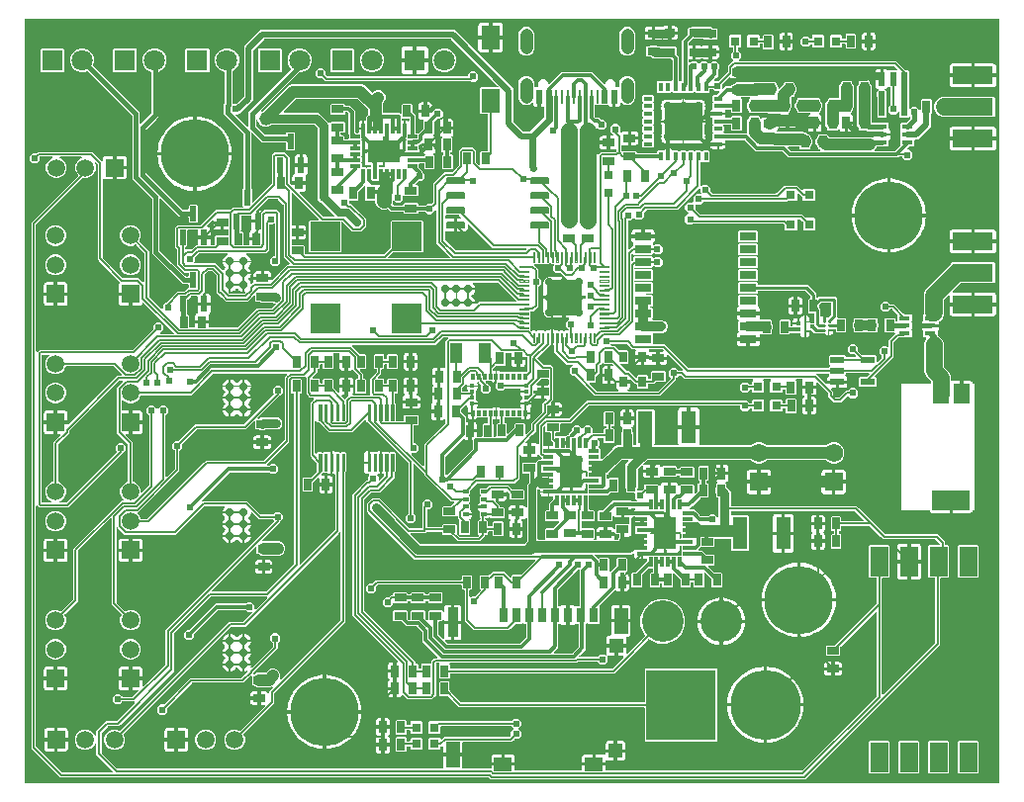
<source format=gbr>
G04 EAGLE Gerber RS-274X export*
G75*
%MOMM*%
%FSLAX34Y34*%
%LPD*%
%INTop Copper*%
%IPPOS*%
%AMOC8*
5,1,8,0,0,1.08239X$1,22.5*%
G01*
%ADD10R,1.508000X1.508000*%
%ADD11C,1.508000*%
%ADD12R,1.600000X2.000000*%
%ADD13R,2.500000X2.500000*%
%ADD14R,0.650000X1.000000*%
%ADD15R,1.300000X2.800000*%
%ADD16R,1.000000X0.650000*%
%ADD17C,0.708000*%
%ADD18R,3.200000X1.700000*%
%ADD19R,1.450000X1.700000*%
%ADD20R,0.800000X0.800000*%
%ADD21C,0.145000*%
%ADD22R,1.450000X0.685800*%
%ADD23R,0.500000X0.350000*%
%ADD24R,1.520000X2.540000*%
%ADD25R,0.950000X0.450000*%
%ADD26C,1.575000*%
%ADD27R,1.575000X1.575000*%
%ADD28R,1.800000X1.800000*%
%ADD29C,1.800000*%
%ADD30R,0.800000X1.240000*%
%ADD31R,0.950000X2.500000*%
%ADD32R,1.150000X2.200000*%
%ADD33R,1.160000X1.250000*%
%ADD34R,1.160000X1.200000*%
%ADD35R,1.500000X1.150000*%
%ADD36R,6.000000X6.000000*%
%ADD37C,6.000000*%
%ADD38R,0.250000X0.250000*%
%ADD39R,0.300000X0.850000*%
%ADD40R,0.850000X0.300000*%
%ADD41R,2.750000X1.905000*%
%ADD42R,1.905000X2.750000*%
%ADD43C,0.100000*%
%ADD44C,0.600000*%
%ADD45R,0.425000X0.325000*%
%ADD46R,0.250000X0.525000*%
%ADD47R,0.320000X0.760000*%
%ADD48R,0.760000X0.320000*%
%ADD49R,3.175000X3.175000*%
%ADD50R,1.200000X0.550000*%
%ADD51C,3.556000*%
%ADD52R,0.550000X1.200000*%
%ADD53R,0.300000X0.525000*%
%ADD54R,0.425000X0.300000*%
%ADD55R,0.558800X1.320800*%
%ADD56C,0.070000*%
%ADD57R,0.650000X0.900000*%
%ADD58R,0.900000X0.650000*%
%ADD59R,1.000000X1.800000*%
%ADD60R,3.500000X1.500000*%
%ADD61C,5.842000*%
%ADD62R,0.575000X1.150000*%
%ADD63R,0.275000X1.150000*%
%ADD64C,1.108000*%
%ADD65C,0.606400*%
%ADD66C,0.200000*%
%ADD67C,0.320000*%
%ADD68C,1.000000*%
%ADD69C,0.450000*%
%ADD70C,0.550000*%
%ADD71C,0.750000*%
%ADD72C,0.250000*%
%ADD73C,0.300000*%
%ADD74C,0.150000*%
%ADD75C,1.400000*%
%ADD76C,1.156400*%
%ADD77C,0.650000*%
%ADD78C,0.700000*%
%ADD79C,0.500000*%
%ADD80C,0.800000*%
%ADD81C,0.400000*%
%ADD82C,0.085000*%
%ADD83C,0.850000*%
%ADD84C,1.500000*%
%ADD85C,0.152400*%
%ADD86C,1.100000*%
%ADD87C,1.300000*%

G36*
X907004Y371275D02*
X907004Y371275D01*
X907029Y371272D01*
X907124Y371294D01*
X907221Y371310D01*
X907242Y371322D01*
X907266Y371328D01*
X907350Y371379D01*
X907436Y371425D01*
X907453Y371443D01*
X907474Y371456D01*
X907536Y371532D01*
X907603Y371603D01*
X907613Y371626D01*
X907629Y371645D01*
X907663Y371736D01*
X907704Y371826D01*
X907706Y371850D01*
X907715Y371873D01*
X907729Y372020D01*
X907729Y1024980D01*
X907725Y1025004D01*
X907728Y1025029D01*
X907706Y1025124D01*
X907690Y1025221D01*
X907678Y1025242D01*
X907672Y1025266D01*
X907621Y1025350D01*
X907575Y1025436D01*
X907557Y1025453D01*
X907544Y1025474D01*
X907468Y1025536D01*
X907397Y1025603D01*
X907374Y1025613D01*
X907355Y1025629D01*
X907264Y1025663D01*
X907174Y1025704D01*
X907150Y1025706D01*
X907127Y1025715D01*
X906980Y1025729D01*
X74020Y1025729D01*
X73996Y1025725D01*
X73971Y1025728D01*
X73876Y1025706D01*
X73779Y1025690D01*
X73758Y1025678D01*
X73734Y1025672D01*
X73650Y1025621D01*
X73564Y1025575D01*
X73547Y1025557D01*
X73526Y1025544D01*
X73464Y1025468D01*
X73397Y1025397D01*
X73387Y1025374D01*
X73371Y1025355D01*
X73337Y1025264D01*
X73296Y1025174D01*
X73294Y1025150D01*
X73285Y1025127D01*
X73271Y1024980D01*
X73271Y372020D01*
X73275Y371996D01*
X73272Y371971D01*
X73294Y371876D01*
X73310Y371779D01*
X73322Y371758D01*
X73328Y371734D01*
X73379Y371650D01*
X73425Y371564D01*
X73443Y371547D01*
X73456Y371526D01*
X73532Y371464D01*
X73603Y371397D01*
X73626Y371387D01*
X73645Y371371D01*
X73736Y371337D01*
X73826Y371296D01*
X73850Y371294D01*
X73873Y371285D01*
X74020Y371271D01*
X906980Y371271D01*
X907004Y371275D01*
G37*
%LPC*%
G36*
X472372Y374389D02*
X472372Y374389D01*
X471021Y375740D01*
X470942Y375797D01*
X470867Y375859D01*
X470843Y375867D01*
X470823Y375882D01*
X470730Y375910D01*
X470638Y375945D01*
X470605Y375948D01*
X470589Y375953D01*
X470565Y375952D01*
X470491Y375959D01*
X104183Y375959D01*
X79209Y400933D01*
X79209Y851047D01*
X119071Y890909D01*
X119086Y890929D01*
X119104Y890944D01*
X119156Y891028D01*
X119213Y891107D01*
X119220Y891131D01*
X119233Y891152D01*
X119256Y891247D01*
X119284Y891341D01*
X119283Y891365D01*
X119289Y891389D01*
X119279Y891487D01*
X119276Y891585D01*
X119268Y891608D01*
X119265Y891632D01*
X119225Y891721D01*
X119190Y891813D01*
X119175Y891832D01*
X119165Y891854D01*
X119071Y891969D01*
X118031Y893009D01*
X116689Y896247D01*
X116689Y899753D01*
X118031Y902991D01*
X120509Y905469D01*
X122026Y906098D01*
X122109Y906149D01*
X122196Y906195D01*
X122212Y906214D01*
X122233Y906227D01*
X122295Y906302D01*
X122362Y906374D01*
X122373Y906396D01*
X122388Y906415D01*
X122423Y906507D01*
X122463Y906596D01*
X122466Y906620D01*
X122474Y906644D01*
X122478Y906741D01*
X122487Y906839D01*
X122482Y906863D01*
X122482Y906887D01*
X122454Y906981D01*
X122432Y907076D01*
X122419Y907097D01*
X122412Y907121D01*
X122355Y907200D01*
X122303Y907284D01*
X122284Y907299D01*
X122270Y907319D01*
X122190Y907376D01*
X122115Y907439D01*
X122092Y907447D01*
X122072Y907462D01*
X121978Y907490D01*
X121887Y907525D01*
X121854Y907528D01*
X121838Y907533D01*
X121813Y907532D01*
X121740Y907539D01*
X104260Y907539D01*
X104164Y907523D01*
X104067Y907514D01*
X104044Y907504D01*
X104020Y907500D01*
X103933Y907453D01*
X103844Y907413D01*
X103826Y907396D01*
X103804Y907385D01*
X103738Y907313D01*
X103666Y907246D01*
X103655Y907225D01*
X103638Y907207D01*
X103597Y907118D01*
X103551Y907031D01*
X103547Y907007D01*
X103537Y906984D01*
X103527Y906887D01*
X103511Y906791D01*
X103515Y906766D01*
X103513Y906741D01*
X103535Y906646D01*
X103551Y906550D01*
X103562Y906528D01*
X103568Y906504D01*
X103620Y906421D01*
X103666Y906334D01*
X103684Y906318D01*
X103697Y906296D01*
X103772Y906234D01*
X103844Y906167D01*
X103872Y906152D01*
X103885Y906142D01*
X103908Y906133D01*
X103974Y906098D01*
X105491Y905469D01*
X107969Y902991D01*
X109311Y899753D01*
X109311Y896247D01*
X107969Y893009D01*
X105491Y890531D01*
X102253Y889189D01*
X98747Y889189D01*
X95509Y890531D01*
X93031Y893009D01*
X91689Y896247D01*
X91689Y899753D01*
X93031Y902991D01*
X95509Y905469D01*
X97026Y906098D01*
X97109Y906149D01*
X97196Y906195D01*
X97212Y906214D01*
X97233Y906227D01*
X97295Y906302D01*
X97362Y906374D01*
X97373Y906396D01*
X97388Y906415D01*
X97423Y906507D01*
X97463Y906596D01*
X97466Y906620D01*
X97474Y906644D01*
X97478Y906741D01*
X97487Y906839D01*
X97482Y906863D01*
X97482Y906887D01*
X97454Y906981D01*
X97432Y907076D01*
X97419Y907097D01*
X97412Y907121D01*
X97355Y907200D01*
X97303Y907284D01*
X97284Y907299D01*
X97270Y907319D01*
X97190Y907376D01*
X97115Y907439D01*
X97092Y907447D01*
X97072Y907462D01*
X96978Y907490D01*
X96887Y907525D01*
X96854Y907528D01*
X96838Y907533D01*
X96813Y907532D01*
X96740Y907539D01*
X87052Y907539D01*
X87028Y907535D01*
X87003Y907538D01*
X86908Y907516D01*
X86811Y907500D01*
X86790Y907488D01*
X86766Y907482D01*
X86682Y907431D01*
X86596Y907385D01*
X86579Y907367D01*
X86558Y907354D01*
X86496Y907278D01*
X86429Y907207D01*
X86419Y907184D01*
X86403Y907165D01*
X86369Y907074D01*
X86328Y906984D01*
X86326Y906960D01*
X86317Y906937D01*
X86303Y906790D01*
X86303Y904218D01*
X83782Y901697D01*
X80218Y901697D01*
X77697Y904218D01*
X77697Y907782D01*
X80218Y910303D01*
X83135Y910303D01*
X83231Y910319D01*
X83328Y910328D01*
X83351Y910338D01*
X83375Y910342D01*
X83462Y910388D01*
X83550Y910429D01*
X83576Y910450D01*
X83591Y910457D01*
X83608Y910476D01*
X83664Y910522D01*
X84723Y911581D01*
X131297Y911581D01*
X138678Y904200D01*
X139140Y903737D01*
X139200Y903695D01*
X139254Y903644D01*
X139298Y903624D01*
X139339Y903595D01*
X139409Y903574D01*
X139476Y903544D01*
X139525Y903539D01*
X139572Y903524D01*
X139645Y903527D01*
X139719Y903520D01*
X139767Y903531D01*
X139816Y903532D01*
X139885Y903558D01*
X139956Y903575D01*
X139998Y903601D01*
X140044Y903618D01*
X140101Y903665D01*
X140164Y903703D01*
X140195Y903742D01*
X140233Y903773D01*
X140272Y903835D01*
X140319Y903892D01*
X140336Y903938D01*
X140362Y903980D01*
X140379Y904052D01*
X140405Y904120D01*
X140412Y904193D01*
X140418Y904218D01*
X140416Y904234D01*
X140419Y904267D01*
X140419Y905874D01*
X140464Y906041D01*
X140592Y906521D01*
X140927Y907100D01*
X141400Y907573D01*
X141979Y907908D01*
X142626Y908081D01*
X149001Y908081D01*
X149001Y898750D01*
X149005Y898726D01*
X149002Y898702D01*
X149025Y898606D01*
X149040Y898509D01*
X149052Y898488D01*
X149058Y898464D01*
X149109Y898381D01*
X149155Y898294D01*
X149173Y898277D01*
X149186Y898257D01*
X149262Y898194D01*
X149334Y898127D01*
X149356Y898117D01*
X149375Y898102D01*
X149466Y898067D01*
X149556Y898027D01*
X149580Y898024D01*
X149603Y898015D01*
X149750Y898001D01*
X150501Y898001D01*
X150501Y897999D01*
X149750Y897999D01*
X149726Y897995D01*
X149701Y897998D01*
X149606Y897975D01*
X149509Y897959D01*
X149488Y897948D01*
X149464Y897942D01*
X149380Y897891D01*
X149294Y897844D01*
X149277Y897827D01*
X149256Y897814D01*
X149194Y897738D01*
X149127Y897666D01*
X149117Y897644D01*
X149102Y897625D01*
X149067Y897533D01*
X149026Y897444D01*
X149024Y897420D01*
X149015Y897397D01*
X149001Y897250D01*
X149001Y887919D01*
X142626Y887919D01*
X141979Y888092D01*
X141400Y888427D01*
X141360Y888467D01*
X141300Y888510D01*
X141246Y888560D01*
X141202Y888580D01*
X141162Y888609D01*
X141091Y888631D01*
X141024Y888661D01*
X140975Y888666D01*
X140928Y888680D01*
X140855Y888678D01*
X140781Y888685D01*
X140733Y888674D01*
X140684Y888672D01*
X140615Y888646D01*
X140544Y888630D01*
X140502Y888604D01*
X140456Y888586D01*
X140399Y888540D01*
X140336Y888501D01*
X140305Y888463D01*
X140267Y888432D01*
X140228Y888369D01*
X140181Y888313D01*
X140164Y888267D01*
X140138Y888225D01*
X140121Y888153D01*
X140095Y888084D01*
X140088Y888011D01*
X140082Y887987D01*
X140084Y887970D01*
X140081Y887937D01*
X140081Y821367D01*
X140097Y821271D01*
X140106Y821174D01*
X140116Y821151D01*
X140120Y821127D01*
X140166Y821041D01*
X140207Y820952D01*
X140228Y820926D01*
X140235Y820911D01*
X140254Y820894D01*
X140300Y820838D01*
X157538Y803600D01*
X157617Y803543D01*
X157692Y803481D01*
X157716Y803473D01*
X157736Y803458D01*
X157829Y803430D01*
X157920Y803395D01*
X157953Y803392D01*
X157969Y803387D01*
X157994Y803388D01*
X158067Y803381D01*
X171214Y803381D01*
X172617Y801978D01*
X172617Y801977D01*
X174700Y799894D01*
X174760Y799851D01*
X174814Y799801D01*
X174858Y799781D01*
X174899Y799752D01*
X174969Y799731D01*
X175036Y799700D01*
X175085Y799695D01*
X175132Y799681D01*
X175205Y799684D01*
X175279Y799676D01*
X175327Y799687D01*
X175376Y799689D01*
X175445Y799715D01*
X175516Y799732D01*
X175558Y799758D01*
X175604Y799775D01*
X175661Y799821D01*
X175724Y799860D01*
X175755Y799898D01*
X175793Y799930D01*
X175832Y799992D01*
X175879Y800049D01*
X175896Y800095D01*
X175922Y800137D01*
X175939Y800208D01*
X175965Y800277D01*
X175972Y800350D01*
X175978Y800374D01*
X175976Y800391D01*
X175979Y800424D01*
X175979Y824653D01*
X175963Y824749D01*
X175954Y824846D01*
X175944Y824869D01*
X175940Y824893D01*
X175894Y824980D01*
X175853Y825068D01*
X175832Y825094D01*
X175825Y825109D01*
X175806Y825126D01*
X175760Y825182D01*
X169077Y831866D01*
X168977Y831937D01*
X168954Y831953D01*
X168948Y831959D01*
X168946Y831959D01*
X168879Y832007D01*
X168879Y832008D01*
X168878Y832008D01*
X168768Y832041D01*
X168645Y832078D01*
X168645Y832079D01*
X168519Y832074D01*
X168402Y832071D01*
X168401Y832071D01*
X168400Y832070D01*
X168260Y832028D01*
X165753Y830989D01*
X162247Y830989D01*
X159009Y832331D01*
X156531Y834809D01*
X155189Y838047D01*
X155189Y841553D01*
X156531Y844791D01*
X159009Y847269D01*
X162247Y848611D01*
X165753Y848611D01*
X168991Y847269D01*
X171469Y844791D01*
X172811Y841553D01*
X172811Y838047D01*
X171772Y835540D01*
X171745Y835425D01*
X171717Y835303D01*
X171717Y835302D01*
X171731Y835157D01*
X171740Y835060D01*
X171740Y835059D01*
X171806Y834915D01*
X171841Y834838D01*
X171841Y834837D01*
X171842Y834836D01*
X171934Y834723D01*
X180021Y826637D01*
X180021Y787691D01*
X180037Y787594D01*
X180046Y787497D01*
X180056Y787475D01*
X180060Y787450D01*
X180106Y787364D01*
X180147Y787275D01*
X180168Y787249D01*
X180175Y787235D01*
X180194Y787218D01*
X180240Y787161D01*
X190418Y776983D01*
X190478Y776940D01*
X190532Y776890D01*
X190576Y776869D01*
X190617Y776841D01*
X190687Y776819D01*
X190754Y776789D01*
X190803Y776784D01*
X190850Y776770D01*
X190923Y776772D01*
X190997Y776765D01*
X191045Y776776D01*
X191094Y776778D01*
X191163Y776804D01*
X191234Y776820D01*
X191276Y776846D01*
X191322Y776864D01*
X191379Y776910D01*
X191442Y776949D01*
X191473Y776987D01*
X191511Y777018D01*
X191550Y777081D01*
X191597Y777137D01*
X191614Y777183D01*
X191640Y777225D01*
X191657Y777297D01*
X191683Y777366D01*
X191690Y777439D01*
X191696Y777463D01*
X191694Y777480D01*
X191697Y777513D01*
X191697Y779782D01*
X194218Y782303D01*
X194396Y782303D01*
X194492Y782319D01*
X194589Y782328D01*
X194612Y782338D01*
X194637Y782342D01*
X194723Y782388D01*
X194812Y782429D01*
X194837Y782450D01*
X194852Y782457D01*
X194869Y782476D01*
X194926Y782522D01*
X204288Y791885D01*
X209799Y791885D01*
X209896Y791901D01*
X209992Y791910D01*
X210015Y791920D01*
X210040Y791924D01*
X210126Y791970D01*
X210215Y792011D01*
X210240Y792032D01*
X210255Y792039D01*
X210272Y792058D01*
X210329Y792104D01*
X213016Y794791D01*
X213086Y794791D01*
X213110Y794795D01*
X213135Y794792D01*
X213230Y794814D01*
X213327Y794830D01*
X213348Y794842D01*
X213372Y794848D01*
X213456Y794899D01*
X213542Y794945D01*
X213559Y794963D01*
X213580Y794976D01*
X213642Y795052D01*
X213709Y795123D01*
X213719Y795146D01*
X213735Y795165D01*
X213769Y795256D01*
X213810Y795346D01*
X213812Y795370D01*
X213821Y795393D01*
X213835Y795540D01*
X213835Y797540D01*
X213831Y797564D01*
X213834Y797589D01*
X213812Y797684D01*
X213796Y797781D01*
X213784Y797802D01*
X213778Y797826D01*
X213727Y797910D01*
X213681Y797996D01*
X213663Y798013D01*
X213650Y798034D01*
X213574Y798096D01*
X213503Y798163D01*
X213480Y798173D01*
X213461Y798189D01*
X213370Y798223D01*
X213280Y798264D01*
X213256Y798266D01*
X213233Y798275D01*
X213086Y798289D01*
X208545Y798289D01*
X182421Y824413D01*
X182421Y871190D01*
X182405Y871286D01*
X182396Y871383D01*
X182386Y871406D01*
X182382Y871431D01*
X182336Y871517D01*
X182295Y871605D01*
X182274Y871631D01*
X182267Y871646D01*
X182248Y871663D01*
X182202Y871720D01*
X165459Y888462D01*
X165459Y942305D01*
X165443Y942401D01*
X165434Y942498D01*
X165424Y942521D01*
X165420Y942546D01*
X165374Y942632D01*
X165333Y942720D01*
X165312Y942746D01*
X165305Y942761D01*
X165286Y942778D01*
X165240Y942835D01*
X127644Y980430D01*
X127534Y980510D01*
X127446Y980572D01*
X127335Y980606D01*
X127213Y980643D01*
X127212Y980643D01*
X127088Y980639D01*
X126969Y980636D01*
X126969Y980635D01*
X126968Y980635D01*
X126828Y980593D01*
X124743Y979729D01*
X120657Y979729D01*
X116882Y981293D01*
X113993Y984182D01*
X112429Y987957D01*
X112429Y992043D01*
X113993Y995818D01*
X116882Y998707D01*
X120657Y1000271D01*
X124743Y1000271D01*
X128518Y998707D01*
X131407Y995818D01*
X132971Y992043D01*
X132971Y987957D01*
X132107Y985872D01*
X132080Y985756D01*
X132052Y985635D01*
X132069Y985461D01*
X132076Y985392D01*
X132129Y985273D01*
X132176Y985170D01*
X132177Y985169D01*
X132270Y985056D01*
X169865Y947460D01*
X172001Y945325D01*
X172001Y936435D01*
X172013Y936363D01*
X172015Y936289D01*
X172032Y936243D01*
X172040Y936194D01*
X172075Y936130D01*
X172101Y936061D01*
X172132Y936023D01*
X172155Y935979D01*
X172209Y935929D01*
X172256Y935872D01*
X172297Y935846D01*
X172333Y935812D01*
X172400Y935782D01*
X172463Y935743D01*
X172511Y935732D01*
X172556Y935711D01*
X172629Y935704D01*
X172700Y935687D01*
X172749Y935692D01*
X172799Y935687D01*
X172870Y935704D01*
X172943Y935711D01*
X172988Y935731D01*
X173036Y935743D01*
X173099Y935781D01*
X173166Y935812D01*
X173222Y935858D01*
X173244Y935871D01*
X173254Y935884D01*
X173280Y935905D01*
X181510Y944135D01*
X181567Y944215D01*
X181629Y944290D01*
X181637Y944313D01*
X181652Y944334D01*
X181680Y944427D01*
X181715Y944518D01*
X181718Y944551D01*
X181723Y944567D01*
X181722Y944592D01*
X181729Y944665D01*
X181729Y979613D01*
X181710Y979731D01*
X181690Y979853D01*
X181690Y979854D01*
X181631Y979964D01*
X181575Y980068D01*
X181575Y980069D01*
X181491Y980147D01*
X181397Y980235D01*
X181397Y980236D01*
X181396Y980236D01*
X181267Y980305D01*
X178882Y981293D01*
X175993Y984182D01*
X174429Y987957D01*
X174429Y992043D01*
X175993Y995818D01*
X178882Y998707D01*
X182657Y1000271D01*
X186743Y1000271D01*
X190518Y998707D01*
X193407Y995818D01*
X194971Y992043D01*
X194971Y987957D01*
X193407Y984182D01*
X190518Y981293D01*
X188734Y980554D01*
X188733Y980554D01*
X188645Y980499D01*
X188526Y980425D01*
X188446Y980327D01*
X188371Y980237D01*
X188371Y980236D01*
X188321Y980102D01*
X188285Y980008D01*
X188285Y980007D01*
X188271Y979861D01*
X188271Y941645D01*
X186135Y939510D01*
X177490Y930865D01*
X177433Y930785D01*
X177371Y930710D01*
X177363Y930687D01*
X177348Y930666D01*
X177320Y930573D01*
X177285Y930482D01*
X177282Y930449D01*
X177277Y930433D01*
X177278Y930408D01*
X177271Y930335D01*
X177271Y893665D01*
X177287Y893569D01*
X177296Y893472D01*
X177306Y893449D01*
X177310Y893424D01*
X177356Y893338D01*
X177397Y893250D01*
X177418Y893224D01*
X177425Y893209D01*
X177444Y893192D01*
X177490Y893135D01*
X208135Y862490D01*
X208215Y862433D01*
X208290Y862371D01*
X208313Y862363D01*
X208334Y862348D01*
X208427Y862320D01*
X208518Y862285D01*
X208551Y862282D01*
X208567Y862277D01*
X208592Y862278D01*
X208665Y862271D01*
X213086Y862271D01*
X213110Y862275D01*
X213135Y862272D01*
X213230Y862294D01*
X213327Y862310D01*
X213348Y862322D01*
X213372Y862328D01*
X213456Y862379D01*
X213542Y862425D01*
X213559Y862443D01*
X213580Y862456D01*
X213642Y862532D01*
X213709Y862603D01*
X213719Y862626D01*
X213735Y862645D01*
X213769Y862736D01*
X213810Y862826D01*
X213812Y862850D01*
X213821Y862873D01*
X213835Y863020D01*
X213835Y865690D01*
X214580Y866435D01*
X221220Y866435D01*
X221965Y865690D01*
X221965Y851430D01*
X221220Y850685D01*
X214580Y850685D01*
X213835Y851430D01*
X213835Y854980D01*
X213831Y855004D01*
X213834Y855029D01*
X213812Y855124D01*
X213796Y855221D01*
X213784Y855242D01*
X213778Y855266D01*
X213727Y855350D01*
X213681Y855436D01*
X213663Y855453D01*
X213650Y855474D01*
X213574Y855536D01*
X213503Y855603D01*
X213480Y855613D01*
X213461Y855629D01*
X213370Y855663D01*
X213280Y855704D01*
X213256Y855706D01*
X213233Y855715D01*
X213086Y855729D01*
X205645Y855729D01*
X190242Y871133D01*
X190182Y871176D01*
X190128Y871226D01*
X190084Y871246D01*
X190043Y871275D01*
X189973Y871296D01*
X189906Y871327D01*
X189857Y871331D01*
X189810Y871346D01*
X189737Y871343D01*
X189663Y871351D01*
X189615Y871339D01*
X189566Y871338D01*
X189497Y871312D01*
X189426Y871295D01*
X189384Y871269D01*
X189338Y871252D01*
X189281Y871205D01*
X189218Y871167D01*
X189187Y871129D01*
X189149Y871097D01*
X189110Y871035D01*
X189063Y870978D01*
X189046Y870932D01*
X189020Y870890D01*
X189003Y870819D01*
X188977Y870750D01*
X188970Y870677D01*
X188964Y870653D01*
X188966Y870636D01*
X188963Y870603D01*
X188963Y827433D01*
X188979Y827337D01*
X188988Y827240D01*
X188998Y827217D01*
X189002Y827192D01*
X189048Y827106D01*
X189089Y827018D01*
X189110Y826992D01*
X189117Y826977D01*
X189136Y826960D01*
X189182Y826903D01*
X211035Y805050D01*
X211115Y804993D01*
X211190Y804931D01*
X211213Y804923D01*
X211234Y804908D01*
X211327Y804880D01*
X211418Y804845D01*
X211451Y804842D01*
X211467Y804837D01*
X211492Y804838D01*
X211565Y804831D01*
X213086Y804831D01*
X213110Y804835D01*
X213135Y804832D01*
X213230Y804854D01*
X213327Y804870D01*
X213348Y804882D01*
X213372Y804888D01*
X213456Y804939D01*
X213542Y804985D01*
X213559Y805003D01*
X213580Y805016D01*
X213642Y805092D01*
X213709Y805163D01*
X213719Y805186D01*
X213735Y805205D01*
X213769Y805296D01*
X213810Y805386D01*
X213812Y805410D01*
X213821Y805433D01*
X213835Y805580D01*
X213835Y807414D01*
X213831Y807438D01*
X213834Y807463D01*
X213812Y807558D01*
X213796Y807655D01*
X213784Y807676D01*
X213778Y807700D01*
X213727Y807784D01*
X213681Y807870D01*
X213663Y807887D01*
X213650Y807908D01*
X213574Y807970D01*
X213503Y808037D01*
X213480Y808047D01*
X213461Y808063D01*
X213370Y808097D01*
X213280Y808138D01*
X213256Y808140D01*
X213233Y808149D01*
X213086Y808163D01*
X210207Y808163D01*
X203965Y814405D01*
X203965Y827608D01*
X203949Y827704D01*
X203940Y827801D01*
X203930Y827824D01*
X203926Y827849D01*
X203880Y827935D01*
X203839Y828024D01*
X203818Y828049D01*
X203811Y828064D01*
X203792Y828081D01*
X203746Y828138D01*
X201921Y829962D01*
X201921Y846518D01*
X204288Y848885D01*
X223960Y848885D01*
X224056Y848901D01*
X224153Y848910D01*
X224176Y848920D01*
X224201Y848924D01*
X224287Y848970D01*
X224376Y849011D01*
X224401Y849032D01*
X224416Y849039D01*
X224433Y849058D01*
X224490Y849104D01*
X237087Y861701D01*
X248795Y861701D01*
X248891Y861717D01*
X248988Y861727D01*
X249011Y861737D01*
X249035Y861741D01*
X249122Y861787D01*
X249210Y861827D01*
X249236Y861848D01*
X249251Y861856D01*
X249268Y861874D01*
X249324Y861921D01*
X249791Y862388D01*
X251194Y863791D01*
X259665Y863791D01*
X259738Y863803D01*
X259811Y863805D01*
X259857Y863822D01*
X259906Y863830D01*
X259971Y863865D01*
X260040Y863891D01*
X260078Y863922D01*
X260121Y863945D01*
X260172Y863999D01*
X260228Y864046D01*
X260254Y864088D01*
X260288Y864123D01*
X260319Y864190D01*
X260357Y864253D01*
X260369Y864301D01*
X260389Y864346D01*
X260396Y864419D01*
X260413Y864490D01*
X260408Y864539D01*
X260413Y864589D01*
X260396Y864660D01*
X260389Y864733D01*
X260369Y864778D01*
X260358Y864826D01*
X260319Y864889D01*
X260289Y864956D01*
X260242Y865012D01*
X260229Y865034D01*
X260216Y865044D01*
X260195Y865070D01*
X259835Y865430D01*
X259835Y879690D01*
X260410Y880265D01*
X260460Y880334D01*
X260469Y880344D01*
X260472Y880350D01*
X260529Y880419D01*
X260537Y880443D01*
X260552Y880463D01*
X260580Y880557D01*
X260615Y880648D01*
X260618Y880681D01*
X260623Y880697D01*
X260622Y880722D01*
X260629Y880795D01*
X260629Y926462D01*
X260623Y926499D01*
X260625Y926514D01*
X260613Y926564D01*
X260604Y926655D01*
X260594Y926678D01*
X260590Y926703D01*
X260574Y926732D01*
X260569Y926751D01*
X260537Y926803D01*
X260503Y926877D01*
X260482Y926903D01*
X260475Y926918D01*
X260456Y926935D01*
X260452Y926940D01*
X260441Y926959D01*
X260429Y926968D01*
X260410Y926992D01*
X243677Y943724D01*
X243677Y952276D01*
X244510Y953108D01*
X244567Y953188D01*
X244629Y953263D01*
X244637Y953286D01*
X244652Y953307D01*
X244680Y953400D01*
X244715Y953491D01*
X244718Y953524D01*
X244723Y953540D01*
X244722Y953565D01*
X244729Y953638D01*
X244729Y979199D01*
X244710Y979313D01*
X244690Y979439D01*
X244636Y979540D01*
X244575Y979654D01*
X244575Y979655D01*
X244491Y979733D01*
X244397Y979821D01*
X244397Y979822D01*
X244396Y979822D01*
X244267Y979891D01*
X240882Y981293D01*
X237993Y984182D01*
X236429Y987957D01*
X236429Y992043D01*
X237993Y995818D01*
X240882Y998707D01*
X244657Y1000271D01*
X248743Y1000271D01*
X252518Y998707D01*
X255407Y995818D01*
X256971Y992043D01*
X256971Y987957D01*
X255407Y984182D01*
X252518Y981293D01*
X251734Y980968D01*
X251733Y980968D01*
X251642Y980911D01*
X251526Y980839D01*
X251438Y980732D01*
X251371Y980651D01*
X251371Y980650D01*
X251319Y980512D01*
X251285Y980423D01*
X251285Y980422D01*
X251285Y980421D01*
X251271Y980276D01*
X251271Y953052D01*
X251275Y953028D01*
X251272Y953003D01*
X251294Y952908D01*
X251310Y952811D01*
X251322Y952790D01*
X251328Y952766D01*
X251379Y952682D01*
X251425Y952596D01*
X251443Y952579D01*
X251456Y952558D01*
X251532Y952496D01*
X251603Y952429D01*
X251626Y952419D01*
X251645Y952403D01*
X251736Y952369D01*
X251826Y952328D01*
X251850Y952326D01*
X251873Y952317D01*
X252020Y952303D01*
X254660Y952303D01*
X254756Y952319D01*
X254853Y952328D01*
X254876Y952338D01*
X254901Y952342D01*
X254987Y952388D01*
X255075Y952429D01*
X255101Y952450D01*
X255116Y952457D01*
X255133Y952476D01*
X255190Y952522D01*
X261010Y958342D01*
X261067Y958422D01*
X261129Y958497D01*
X261137Y958520D01*
X261152Y958541D01*
X261180Y958634D01*
X261215Y958725D01*
X261218Y958758D01*
X261223Y958774D01*
X261222Y958799D01*
X261229Y958872D01*
X261229Y1001562D01*
X275438Y1015771D01*
X441562Y1015771D01*
X491771Y965562D01*
X491771Y937872D01*
X491787Y937776D01*
X491796Y937679D01*
X491806Y937656D01*
X491810Y937631D01*
X491856Y937545D01*
X491897Y937457D01*
X491918Y937431D01*
X491925Y937416D01*
X491944Y937399D01*
X491990Y937342D01*
X500342Y928990D01*
X500422Y928933D01*
X500497Y928871D01*
X500520Y928863D01*
X500541Y928848D01*
X500634Y928820D01*
X500725Y928785D01*
X500758Y928782D01*
X500774Y928777D01*
X500799Y928778D01*
X500872Y928771D01*
X505421Y928771D01*
X505517Y928787D01*
X505614Y928796D01*
X505637Y928806D01*
X505661Y928810D01*
X505748Y928856D01*
X505836Y928897D01*
X505862Y928918D01*
X505877Y928925D01*
X505894Y928944D01*
X505950Y928990D01*
X517510Y940550D01*
X517567Y940629D01*
X517629Y940704D01*
X517637Y940728D01*
X517652Y940748D01*
X517680Y940841D01*
X517715Y940932D01*
X517718Y940965D01*
X517723Y940981D01*
X517722Y941006D01*
X517729Y941079D01*
X517729Y949510D01*
X517725Y949534D01*
X517728Y949559D01*
X517706Y949654D01*
X517690Y949751D01*
X517678Y949772D01*
X517672Y949796D01*
X517621Y949880D01*
X517575Y949966D01*
X517557Y949983D01*
X517544Y950004D01*
X517468Y950066D01*
X517397Y950133D01*
X517374Y950143D01*
X517355Y950159D01*
X517264Y950193D01*
X517174Y950234D01*
X517150Y950236D01*
X517127Y950245D01*
X516980Y950259D01*
X515437Y950259D01*
X515437Y957862D01*
X515433Y957886D01*
X515435Y957911D01*
X515413Y958006D01*
X515397Y958103D01*
X515385Y958125D01*
X515380Y958149D01*
X515328Y958232D01*
X515282Y958318D01*
X515264Y958335D01*
X515251Y958356D01*
X515176Y958418D01*
X515104Y958485D01*
X515082Y958495D01*
X515063Y958511D01*
X514971Y958545D01*
X514882Y958586D01*
X514857Y958588D01*
X514834Y958597D01*
X514688Y958612D01*
X513312Y958612D01*
X513288Y958608D01*
X513264Y958610D01*
X513168Y958588D01*
X513072Y958572D01*
X513050Y958560D01*
X513026Y958555D01*
X512943Y958503D01*
X512856Y958457D01*
X512840Y958439D01*
X512819Y958426D01*
X512757Y958350D01*
X512690Y958279D01*
X512680Y958256D01*
X512664Y958238D01*
X512629Y958146D01*
X512589Y958057D01*
X512586Y958032D01*
X512578Y958009D01*
X512563Y957862D01*
X512563Y950259D01*
X510791Y950259D01*
X510144Y950432D01*
X509565Y950767D01*
X509092Y951240D01*
X508757Y951819D01*
X508584Y952466D01*
X508584Y953104D01*
X508572Y953176D01*
X508570Y953250D01*
X508553Y953296D01*
X508545Y953344D01*
X508510Y953409D01*
X508484Y953478D01*
X508453Y953516D01*
X508430Y953560D01*
X508376Y953610D01*
X508329Y953667D01*
X508287Y953693D01*
X508252Y953726D01*
X508185Y953757D01*
X508122Y953796D01*
X508074Y953807D01*
X508029Y953827D01*
X507956Y953834D01*
X507885Y953851D01*
X507836Y953846D01*
X507786Y953851D01*
X507715Y953835D01*
X507642Y953828D01*
X507597Y953807D01*
X507549Y953796D01*
X507486Y953757D01*
X507419Y953727D01*
X507363Y953681D01*
X507341Y953667D01*
X507331Y953654D01*
X507305Y953633D01*
X506658Y952986D01*
X504155Y951949D01*
X501445Y951949D01*
X498942Y952986D01*
X497026Y954902D01*
X495989Y957405D01*
X495989Y971195D01*
X497026Y973698D01*
X498942Y975614D01*
X501445Y976651D01*
X504155Y976651D01*
X506658Y975614D01*
X508574Y973698D01*
X509611Y971195D01*
X509611Y967501D01*
X509638Y967334D01*
X509650Y967261D01*
X509650Y967260D01*
X509718Y967134D01*
X509765Y967045D01*
X509857Y966959D01*
X509943Y966878D01*
X510076Y966818D01*
X510165Y966778D01*
X510166Y966778D01*
X510166Y966777D01*
X510323Y966762D01*
X510408Y966753D01*
X510409Y966753D01*
X510409Y966754D01*
X510554Y966777D01*
X510791Y966841D01*
X511830Y966841D01*
X511854Y966845D01*
X511879Y966842D01*
X511974Y966864D01*
X512071Y966880D01*
X512092Y966892D01*
X512116Y966898D01*
X512200Y966949D01*
X512286Y966995D01*
X512303Y967013D01*
X512324Y967026D01*
X512386Y967102D01*
X512453Y967173D01*
X512463Y967196D01*
X512479Y967215D01*
X512513Y967306D01*
X512554Y967396D01*
X512556Y967420D01*
X512565Y967443D01*
X512579Y967590D01*
X512579Y971173D01*
X515227Y973821D01*
X518973Y973821D01*
X521621Y971173D01*
X521621Y970348D01*
X521633Y970275D01*
X521635Y970202D01*
X521652Y970156D01*
X521660Y970107D01*
X521695Y970042D01*
X521721Y969974D01*
X521752Y969936D01*
X521775Y969892D01*
X521829Y969842D01*
X521876Y969785D01*
X521917Y969759D01*
X521953Y969725D01*
X522020Y969695D01*
X522083Y969656D01*
X522131Y969645D01*
X522176Y969624D01*
X522249Y969617D01*
X522320Y969600D01*
X522369Y969605D01*
X522419Y969600D01*
X522490Y969617D01*
X522563Y969624D01*
X522608Y969644D01*
X522656Y969656D01*
X522719Y969694D01*
X522786Y969725D01*
X522842Y969771D01*
X522864Y969784D01*
X522874Y969797D01*
X522900Y969818D01*
X531010Y977928D01*
X532852Y979771D01*
X559148Y979771D01*
X560990Y977928D01*
X569100Y969818D01*
X569160Y969775D01*
X569214Y969725D01*
X569258Y969705D01*
X569299Y969676D01*
X569369Y969655D01*
X569436Y969624D01*
X569485Y969619D01*
X569532Y969605D01*
X569605Y969608D01*
X569679Y969600D01*
X569727Y969611D01*
X569776Y969613D01*
X569845Y969639D01*
X569916Y969656D01*
X569958Y969682D01*
X570004Y969699D01*
X570061Y969745D01*
X570124Y969784D01*
X570155Y969822D01*
X570193Y969854D01*
X570232Y969916D01*
X570279Y969973D01*
X570296Y970019D01*
X570322Y970061D01*
X570339Y970132D01*
X570365Y970201D01*
X570372Y970274D01*
X570378Y970298D01*
X570376Y970315D01*
X570379Y970348D01*
X570379Y971173D01*
X573027Y973821D01*
X576773Y973821D01*
X579421Y971173D01*
X579421Y967590D01*
X579425Y967566D01*
X579422Y967541D01*
X579444Y967446D01*
X579460Y967349D01*
X579472Y967328D01*
X579478Y967304D01*
X579529Y967220D01*
X579575Y967134D01*
X579593Y967117D01*
X579606Y967096D01*
X579682Y967034D01*
X579753Y966967D01*
X579776Y966957D01*
X579795Y966941D01*
X579886Y966907D01*
X579976Y966866D01*
X580000Y966864D01*
X580023Y966855D01*
X580170Y966841D01*
X581209Y966841D01*
X581446Y966777D01*
X581562Y966766D01*
X581689Y966753D01*
X581771Y966772D01*
X581926Y966809D01*
X581927Y966809D01*
X581966Y966833D01*
X582134Y966937D01*
X582134Y966938D01*
X582206Y967025D01*
X582289Y967126D01*
X582322Y967215D01*
X582375Y967354D01*
X582375Y967355D01*
X582389Y967501D01*
X582389Y971195D01*
X583426Y973698D01*
X585342Y975614D01*
X587845Y976651D01*
X590555Y976651D01*
X593058Y975614D01*
X594974Y973698D01*
X596011Y971195D01*
X596011Y957405D01*
X594974Y954902D01*
X593058Y952986D01*
X590555Y951949D01*
X587845Y951949D01*
X585342Y952986D01*
X584695Y953633D01*
X584635Y953676D01*
X584581Y953726D01*
X584537Y953747D01*
X584496Y953776D01*
X584426Y953797D01*
X584359Y953827D01*
X584310Y953832D01*
X584263Y953846D01*
X584190Y953844D01*
X584116Y953851D01*
X584068Y953840D01*
X584019Y953839D01*
X583950Y953813D01*
X583879Y953796D01*
X583837Y953770D01*
X583791Y953753D01*
X583734Y953706D01*
X583671Y953667D01*
X583640Y953629D01*
X583602Y953598D01*
X583563Y953536D01*
X583516Y953479D01*
X583499Y953433D01*
X583473Y953391D01*
X583456Y953319D01*
X583430Y953251D01*
X583423Y953177D01*
X583417Y953153D01*
X583419Y953137D01*
X583416Y953104D01*
X583416Y952466D01*
X583243Y951819D01*
X582908Y951240D01*
X582435Y950767D01*
X581856Y950432D01*
X581209Y950259D01*
X579437Y950259D01*
X579437Y957862D01*
X579433Y957886D01*
X579435Y957911D01*
X579413Y958006D01*
X579397Y958103D01*
X579385Y958125D01*
X579380Y958149D01*
X579328Y958232D01*
X579282Y958318D01*
X579264Y958335D01*
X579251Y958356D01*
X579176Y958418D01*
X579104Y958485D01*
X579082Y958495D01*
X579063Y958511D01*
X578971Y958545D01*
X578882Y958586D01*
X578857Y958588D01*
X578834Y958597D01*
X578688Y958612D01*
X577312Y958612D01*
X577288Y958608D01*
X577264Y958610D01*
X577168Y958588D01*
X577072Y958572D01*
X577050Y958560D01*
X577026Y958555D01*
X576943Y958503D01*
X576856Y958457D01*
X576840Y958439D01*
X576819Y958426D01*
X576757Y958350D01*
X576690Y958279D01*
X576680Y958256D01*
X576664Y958238D01*
X576629Y958146D01*
X576589Y958057D01*
X576586Y958032D01*
X576578Y958009D01*
X576563Y957862D01*
X576563Y950259D01*
X574791Y950259D01*
X574144Y950432D01*
X573565Y950767D01*
X573022Y951310D01*
X573020Y951311D01*
X573019Y951313D01*
X572941Y951368D01*
X572868Y951429D01*
X572844Y951437D01*
X572824Y951452D01*
X572822Y951452D01*
X572820Y951454D01*
X572728Y951481D01*
X572639Y951515D01*
X572606Y951518D01*
X572590Y951523D01*
X572589Y951523D01*
X572586Y951523D01*
X572561Y951522D01*
X572492Y951529D01*
X566599Y951529D01*
X566530Y951598D01*
X566510Y951612D01*
X566494Y951631D01*
X566411Y951683D01*
X566332Y951740D01*
X566308Y951747D01*
X566287Y951760D01*
X566192Y951783D01*
X566098Y951811D01*
X566074Y951810D01*
X566050Y951816D01*
X565952Y951806D01*
X565854Y951803D01*
X565831Y951795D01*
X565807Y951792D01*
X565717Y951752D01*
X565626Y951717D01*
X565607Y951702D01*
X565584Y951692D01*
X565470Y951598D01*
X565401Y951529D01*
X562020Y951529D01*
X561996Y951525D01*
X561971Y951528D01*
X561876Y951506D01*
X561779Y951490D01*
X561758Y951478D01*
X561734Y951472D01*
X561650Y951421D01*
X561564Y951375D01*
X561547Y951357D01*
X561526Y951344D01*
X561464Y951268D01*
X561397Y951197D01*
X561387Y951174D01*
X561371Y951155D01*
X561337Y951064D01*
X561296Y950974D01*
X561294Y950950D01*
X561285Y950927D01*
X561271Y950780D01*
X561271Y941941D01*
X561287Y941844D01*
X561296Y941747D01*
X561306Y941725D01*
X561310Y941700D01*
X561356Y941614D01*
X561397Y941525D01*
X561418Y941499D01*
X561425Y941485D01*
X561444Y941468D01*
X561490Y941411D01*
X561881Y941020D01*
X561960Y940963D01*
X562035Y940901D01*
X562059Y940893D01*
X562079Y940878D01*
X562173Y940850D01*
X562264Y940815D01*
X562297Y940812D01*
X562313Y940807D01*
X562338Y940808D01*
X562411Y940801D01*
X565118Y940801D01*
X566396Y939522D01*
X566476Y939465D01*
X566551Y939403D01*
X566574Y939395D01*
X566595Y939380D01*
X566688Y939352D01*
X566779Y939317D01*
X566812Y939314D01*
X566828Y939309D01*
X566853Y939310D01*
X566926Y939303D01*
X568782Y939303D01*
X571303Y936782D01*
X571303Y933218D01*
X568782Y930697D01*
X565218Y930697D01*
X564550Y931365D01*
X564490Y931408D01*
X564436Y931458D01*
X564392Y931479D01*
X564351Y931507D01*
X564281Y931529D01*
X564214Y931559D01*
X564165Y931564D01*
X564118Y931578D01*
X564045Y931576D01*
X563971Y931583D01*
X563923Y931572D01*
X563874Y931570D01*
X563805Y931545D01*
X563734Y931528D01*
X563692Y931502D01*
X563646Y931485D01*
X563589Y931438D01*
X563526Y931399D01*
X563495Y931361D01*
X563457Y931330D01*
X563418Y931267D01*
X563371Y931211D01*
X563354Y931165D01*
X563328Y931123D01*
X563311Y931051D01*
X563285Y930982D01*
X563278Y930909D01*
X563272Y930885D01*
X563274Y930869D01*
X563271Y930835D01*
X563271Y928355D01*
X563228Y928251D01*
X563216Y928201D01*
X563196Y928158D01*
X563194Y928135D01*
X563185Y928111D01*
X563178Y928038D01*
X563172Y928014D01*
X563174Y927997D01*
X563171Y927964D01*
X563171Y909894D01*
X563183Y909821D01*
X563185Y909748D01*
X563202Y909702D01*
X563210Y909653D01*
X563245Y909588D01*
X563271Y909520D01*
X563302Y909482D01*
X563325Y909438D01*
X563379Y909388D01*
X563426Y909331D01*
X563468Y909305D01*
X563503Y909271D01*
X563570Y909241D01*
X563633Y909202D01*
X563681Y909191D01*
X563726Y909170D01*
X563799Y909163D01*
X563870Y909146D01*
X563919Y909151D01*
X563969Y909146D01*
X564040Y909163D01*
X564113Y909170D01*
X564158Y909190D01*
X564206Y909202D01*
X564269Y909240D01*
X564336Y909271D01*
X564392Y909317D01*
X564414Y909330D01*
X564424Y909343D01*
X564450Y909364D01*
X565362Y910277D01*
X566326Y911241D01*
X579073Y911241D01*
X579169Y911257D01*
X579266Y911266D01*
X579289Y911276D01*
X579313Y911280D01*
X579400Y911326D01*
X579488Y911367D01*
X579514Y911388D01*
X579529Y911395D01*
X579546Y911414D01*
X579602Y911460D01*
X579760Y911618D01*
X579817Y911697D01*
X579879Y911772D01*
X579887Y911796D01*
X579902Y911816D01*
X579930Y911909D01*
X579965Y912000D01*
X579968Y912033D01*
X579973Y912049D01*
X579972Y912074D01*
X579979Y912147D01*
X579979Y913124D01*
X579959Y913244D01*
X579940Y913364D01*
X579878Y913479D01*
X579825Y913579D01*
X579825Y913580D01*
X579755Y913645D01*
X579647Y913746D01*
X579567Y913782D01*
X579425Y913847D01*
X579424Y913847D01*
X579266Y913863D01*
X579182Y913871D01*
X579181Y913871D01*
X579036Y913847D01*
X578334Y913659D01*
X574499Y913659D01*
X574499Y918700D01*
X574495Y918724D01*
X574498Y918748D01*
X574475Y918844D01*
X574459Y918941D01*
X574448Y918962D01*
X574442Y918986D01*
X574391Y919069D01*
X574344Y919156D01*
X574327Y919173D01*
X574314Y919193D01*
X574238Y919256D01*
X574166Y919323D01*
X574144Y919333D01*
X574125Y919348D01*
X574034Y919383D01*
X573944Y919424D01*
X573920Y919426D01*
X573897Y919435D01*
X573750Y919449D01*
X572999Y919449D01*
X572999Y919451D01*
X573750Y919451D01*
X573774Y919455D01*
X573798Y919452D01*
X573894Y919475D01*
X573991Y919491D01*
X574012Y919502D01*
X574036Y919508D01*
X574119Y919559D01*
X574206Y919606D01*
X574223Y919623D01*
X574243Y919636D01*
X574306Y919712D01*
X574373Y919784D01*
X574383Y919806D01*
X574398Y919825D01*
X574433Y919916D01*
X574474Y920006D01*
X574476Y920030D01*
X574485Y920053D01*
X574499Y920200D01*
X574499Y925241D01*
X576865Y925241D01*
X576938Y925253D01*
X577011Y925255D01*
X577057Y925272D01*
X577106Y925280D01*
X577171Y925315D01*
X577240Y925341D01*
X577278Y925372D01*
X577321Y925395D01*
X577372Y925449D01*
X577428Y925496D01*
X577454Y925537D01*
X577488Y925573D01*
X577519Y925640D01*
X577557Y925703D01*
X577569Y925751D01*
X577589Y925796D01*
X577596Y925869D01*
X577613Y925940D01*
X577608Y925989D01*
X577613Y926039D01*
X577596Y926110D01*
X577589Y926183D01*
X577569Y926228D01*
X577558Y926276D01*
X577519Y926339D01*
X577489Y926406D01*
X577442Y926462D01*
X577429Y926484D01*
X577416Y926494D01*
X577395Y926520D01*
X574697Y929218D01*
X574697Y932782D01*
X577218Y935303D01*
X580782Y935303D01*
X583303Y932782D01*
X583303Y929005D01*
X583315Y928932D01*
X583317Y928859D01*
X583334Y928813D01*
X583342Y928764D01*
X583377Y928699D01*
X583403Y928630D01*
X583434Y928592D01*
X583457Y928549D01*
X583511Y928498D01*
X583558Y928442D01*
X583599Y928416D01*
X583635Y928382D01*
X583702Y928352D01*
X583765Y928313D01*
X583813Y928301D01*
X583858Y928281D01*
X583931Y928274D01*
X584002Y928257D01*
X584051Y928262D01*
X584101Y928257D01*
X584172Y928274D01*
X584245Y928281D01*
X584290Y928301D01*
X584338Y928312D01*
X584401Y928351D01*
X584468Y928381D01*
X584524Y928428D01*
X584546Y928441D01*
X584556Y928454D01*
X584582Y928475D01*
X584640Y928533D01*
X585219Y928868D01*
X585866Y929041D01*
X589701Y929041D01*
X589701Y924000D01*
X589705Y923976D01*
X589702Y923952D01*
X589725Y923856D01*
X589741Y923759D01*
X589752Y923738D01*
X589758Y923714D01*
X589809Y923631D01*
X589856Y923544D01*
X589873Y923527D01*
X589886Y923507D01*
X589962Y923444D01*
X590034Y923377D01*
X590056Y923367D01*
X590075Y923352D01*
X590166Y923317D01*
X590256Y923276D01*
X590280Y923274D01*
X590303Y923265D01*
X590450Y923251D01*
X591201Y923251D01*
X591201Y923249D01*
X590450Y923249D01*
X590426Y923245D01*
X590402Y923248D01*
X590306Y923225D01*
X590209Y923209D01*
X590188Y923198D01*
X590164Y923192D01*
X590080Y923141D01*
X589994Y923094D01*
X589977Y923077D01*
X589957Y923064D01*
X589894Y922988D01*
X589827Y922916D01*
X589817Y922894D01*
X589802Y922875D01*
X589767Y922784D01*
X589726Y922694D01*
X589724Y922670D01*
X589715Y922647D01*
X589701Y922500D01*
X589701Y917459D01*
X585866Y917459D01*
X585219Y917632D01*
X585145Y917676D01*
X585053Y917710D01*
X584964Y917750D01*
X584940Y917753D01*
X584916Y917762D01*
X584819Y917765D01*
X584721Y917774D01*
X584697Y917769D01*
X584672Y917770D01*
X584579Y917741D01*
X584484Y917719D01*
X584463Y917706D01*
X584439Y917699D01*
X584360Y917642D01*
X584276Y917590D01*
X584261Y917571D01*
X584240Y917557D01*
X584183Y917477D01*
X584121Y917402D01*
X584113Y917379D01*
X584098Y917359D01*
X584070Y917265D01*
X584035Y917174D01*
X584032Y917141D01*
X584027Y917125D01*
X584028Y917100D01*
X584021Y917027D01*
X584021Y912427D01*
X584033Y912354D01*
X584035Y912281D01*
X584052Y912235D01*
X584060Y912186D01*
X584095Y912121D01*
X584121Y912052D01*
X584152Y912014D01*
X584175Y911971D01*
X584229Y911920D01*
X584276Y911864D01*
X584318Y911838D01*
X584353Y911804D01*
X584420Y911773D01*
X584483Y911735D01*
X584531Y911723D01*
X584576Y911703D01*
X584649Y911696D01*
X584720Y911679D01*
X584769Y911684D01*
X584819Y911679D01*
X584890Y911696D01*
X584963Y911703D01*
X585008Y911723D01*
X585056Y911734D01*
X585119Y911773D01*
X585186Y911803D01*
X585242Y911850D01*
X585264Y911863D01*
X585274Y911876D01*
X585300Y911897D01*
X585674Y912271D01*
X596726Y912271D01*
X597471Y911526D01*
X597471Y911420D01*
X597475Y911396D01*
X597472Y911371D01*
X597494Y911276D01*
X597510Y911179D01*
X597522Y911158D01*
X597528Y911134D01*
X597579Y911050D01*
X597625Y910964D01*
X597643Y910947D01*
X597656Y910926D01*
X597732Y910864D01*
X597803Y910797D01*
X597826Y910787D01*
X597845Y910771D01*
X597936Y910737D01*
X598026Y910696D01*
X598050Y910694D01*
X598073Y910685D01*
X598220Y910671D01*
X613980Y910671D01*
X614004Y910675D01*
X614029Y910672D01*
X614124Y910694D01*
X614221Y910710D01*
X614242Y910722D01*
X614266Y910728D01*
X614350Y910779D01*
X614436Y910825D01*
X614453Y910843D01*
X614474Y910856D01*
X614536Y910932D01*
X614603Y911003D01*
X614613Y911026D01*
X614629Y911045D01*
X614663Y911136D01*
X614704Y911226D01*
X614706Y911250D01*
X614715Y911273D01*
X614729Y911420D01*
X614729Y912126D01*
X615474Y912871D01*
X619867Y912871D01*
X619962Y912886D01*
X620057Y912895D01*
X620059Y912896D01*
X620061Y912896D01*
X620083Y912906D01*
X620108Y912910D01*
X620192Y912956D01*
X620280Y912994D01*
X620281Y912996D01*
X620283Y912997D01*
X620308Y913017D01*
X620323Y913025D01*
X620341Y913044D01*
X620397Y913090D01*
X620940Y913633D01*
X621519Y913968D01*
X622166Y914141D01*
X623301Y914141D01*
X623301Y907850D01*
X623305Y907826D01*
X623302Y907802D01*
X623324Y907706D01*
X623340Y907609D01*
X623352Y907588D01*
X623358Y907564D01*
X623409Y907481D01*
X623455Y907394D01*
X623473Y907378D01*
X623486Y907357D01*
X623562Y907294D01*
X623633Y907227D01*
X623656Y907217D01*
X623675Y907202D01*
X623766Y907167D01*
X623856Y907127D01*
X623880Y907124D01*
X623903Y907116D01*
X624050Y907101D01*
X624150Y907101D01*
X624174Y907105D01*
X624199Y907103D01*
X624294Y907125D01*
X624391Y907141D01*
X624412Y907152D01*
X624436Y907158D01*
X624520Y907210D01*
X624606Y907256D01*
X624623Y907274D01*
X624644Y907286D01*
X624706Y907362D01*
X624773Y907434D01*
X624783Y907456D01*
X624799Y907475D01*
X624833Y907567D01*
X624874Y907656D01*
X624876Y907680D01*
X624885Y907703D01*
X624899Y907850D01*
X624899Y914141D01*
X626034Y914141D01*
X626681Y913968D01*
X627260Y913633D01*
X627803Y913090D01*
X627805Y913089D01*
X627806Y913087D01*
X627884Y913032D01*
X627957Y912971D01*
X627981Y912963D01*
X628001Y912948D01*
X628003Y912948D01*
X628005Y912946D01*
X628097Y912919D01*
X628186Y912885D01*
X628219Y912882D01*
X628235Y912877D01*
X628236Y912877D01*
X628239Y912877D01*
X628264Y912878D01*
X628333Y912871D01*
X632726Y912871D01*
X633320Y912277D01*
X633340Y912263D01*
X633356Y912244D01*
X633439Y912192D01*
X633519Y912135D01*
X633542Y912128D01*
X633563Y912115D01*
X633658Y912092D01*
X633752Y912064D01*
X633777Y912065D01*
X633800Y912059D01*
X633898Y912069D01*
X633996Y912072D01*
X634019Y912080D01*
X634043Y912083D01*
X634133Y912123D01*
X634224Y912158D01*
X634243Y912173D01*
X634266Y912183D01*
X634380Y912277D01*
X634974Y912871D01*
X639226Y912871D01*
X639820Y912277D01*
X639840Y912263D01*
X639856Y912244D01*
X639939Y912192D01*
X640019Y912135D01*
X640042Y912128D01*
X640063Y912115D01*
X640158Y912092D01*
X640252Y912064D01*
X640277Y912065D01*
X640300Y912059D01*
X640398Y912069D01*
X640496Y912072D01*
X640519Y912080D01*
X640543Y912083D01*
X640633Y912123D01*
X640724Y912158D01*
X640743Y912173D01*
X640766Y912183D01*
X640880Y912277D01*
X641474Y912871D01*
X645726Y912871D01*
X646320Y912277D01*
X646340Y912263D01*
X646356Y912244D01*
X646439Y912192D01*
X646519Y912135D01*
X646542Y912128D01*
X646563Y912115D01*
X646658Y912092D01*
X646752Y912064D01*
X646777Y912065D01*
X646800Y912059D01*
X646898Y912069D01*
X646996Y912072D01*
X647019Y912080D01*
X647043Y912083D01*
X647133Y912123D01*
X647224Y912158D01*
X647243Y912173D01*
X647266Y912183D01*
X647380Y912277D01*
X647974Y912871D01*
X652226Y912871D01*
X652820Y912277D01*
X652840Y912263D01*
X652856Y912244D01*
X652939Y912192D01*
X653019Y912135D01*
X653042Y912128D01*
X653063Y912115D01*
X653158Y912092D01*
X653252Y912064D01*
X653277Y912065D01*
X653300Y912059D01*
X653398Y912069D01*
X653496Y912072D01*
X653519Y912080D01*
X653543Y912083D01*
X653633Y912123D01*
X653724Y912158D01*
X653743Y912173D01*
X653766Y912183D01*
X653880Y912277D01*
X654474Y912871D01*
X658726Y912871D01*
X659471Y912126D01*
X659471Y903474D01*
X658726Y902729D01*
X654474Y902729D01*
X653880Y903323D01*
X653860Y903337D01*
X653844Y903356D01*
X653761Y903408D01*
X653681Y903465D01*
X653658Y903472D01*
X653637Y903485D01*
X653542Y903508D01*
X653448Y903536D01*
X653424Y903535D01*
X653400Y903541D01*
X653302Y903531D01*
X653204Y903528D01*
X653181Y903520D01*
X653157Y903517D01*
X653067Y903477D01*
X652976Y903442D01*
X652957Y903427D01*
X652934Y903417D01*
X652820Y903323D01*
X652115Y902618D01*
X652034Y902575D01*
X652017Y902557D01*
X651996Y902544D01*
X651934Y902468D01*
X651867Y902397D01*
X651857Y902374D01*
X651841Y902355D01*
X651807Y902264D01*
X651766Y902174D01*
X651764Y902150D01*
X651755Y902127D01*
X651741Y901980D01*
X651741Y882635D01*
X651753Y882562D01*
X651755Y882489D01*
X651772Y882443D01*
X651780Y882394D01*
X651815Y882329D01*
X651841Y882260D01*
X651872Y882222D01*
X651895Y882179D01*
X651949Y882128D01*
X651996Y882072D01*
X652038Y882045D01*
X652073Y882012D01*
X652140Y881981D01*
X652203Y881943D01*
X652251Y881931D01*
X652296Y881911D01*
X652369Y881904D01*
X652440Y881887D01*
X652489Y881892D01*
X652539Y881887D01*
X652610Y881904D01*
X652683Y881911D01*
X652728Y881931D01*
X652776Y881942D01*
X652839Y881981D01*
X652906Y882011D01*
X652962Y882058D01*
X652984Y882071D01*
X652994Y882084D01*
X653020Y882105D01*
X654218Y883303D01*
X657782Y883303D01*
X660303Y880782D01*
X660303Y877865D01*
X660319Y877769D01*
X660328Y877672D01*
X660338Y877649D01*
X660342Y877625D01*
X660388Y877538D01*
X660429Y877450D01*
X660450Y877424D01*
X660457Y877409D01*
X660476Y877392D01*
X660522Y877336D01*
X661618Y876240D01*
X661697Y876183D01*
X661772Y876121D01*
X661796Y876113D01*
X661816Y876098D01*
X661909Y876070D01*
X662000Y876035D01*
X662033Y876032D01*
X662049Y876027D01*
X662074Y876028D01*
X662147Y876021D01*
X716446Y876021D01*
X716542Y876037D01*
X716639Y876046D01*
X716662Y876056D01*
X716687Y876060D01*
X716773Y876106D01*
X716862Y876147D01*
X716887Y876168D01*
X716902Y876175D01*
X716919Y876194D01*
X716976Y876240D01*
X723476Y882741D01*
X734824Y882741D01*
X738329Y879236D01*
X738349Y879221D01*
X738364Y879202D01*
X738447Y879151D01*
X738527Y879093D01*
X738551Y879086D01*
X738571Y879073D01*
X738667Y879051D01*
X738761Y879023D01*
X738785Y879023D01*
X738809Y879018D01*
X738907Y879027D01*
X739005Y879030D01*
X739028Y879039D01*
X739052Y879041D01*
X739141Y879082D01*
X739233Y879116D01*
X739252Y879132D01*
X739274Y879142D01*
X739388Y879236D01*
X740124Y879971D01*
X749176Y879971D01*
X749921Y879226D01*
X749921Y870174D01*
X749176Y869429D01*
X740124Y869429D01*
X739379Y870174D01*
X739379Y872159D01*
X739363Y872256D01*
X739354Y872353D01*
X739344Y872375D01*
X739340Y872400D01*
X739294Y872486D01*
X739253Y872575D01*
X739232Y872601D01*
X739225Y872615D01*
X739206Y872632D01*
X739160Y872689D01*
X737767Y874082D01*
X737766Y874083D01*
X735700Y876149D01*
X735640Y876192D01*
X735586Y876242D01*
X735542Y876263D01*
X735501Y876291D01*
X735431Y876313D01*
X735364Y876343D01*
X735315Y876348D01*
X735268Y876362D01*
X735195Y876360D01*
X735121Y876367D01*
X735073Y876356D01*
X735024Y876354D01*
X734955Y876328D01*
X734884Y876312D01*
X734842Y876286D01*
X734796Y876268D01*
X734739Y876222D01*
X734676Y876183D01*
X734645Y876145D01*
X734607Y876114D01*
X734568Y876051D01*
X734521Y875995D01*
X734504Y875949D01*
X734478Y875907D01*
X734461Y875835D01*
X734435Y875766D01*
X734428Y875693D01*
X734422Y875669D01*
X734424Y875652D01*
X734421Y875619D01*
X734421Y870174D01*
X733676Y869429D01*
X727047Y869429D01*
X726951Y869413D01*
X726854Y869404D01*
X726831Y869394D01*
X726807Y869390D01*
X726720Y869344D01*
X726632Y869303D01*
X726606Y869282D01*
X726591Y869275D01*
X726574Y869256D01*
X726518Y869210D01*
X726485Y869177D01*
X654573Y869177D01*
X654476Y869161D01*
X654379Y869152D01*
X654357Y869142D01*
X654332Y869138D01*
X654246Y869092D01*
X654157Y869051D01*
X654131Y869030D01*
X654117Y869023D01*
X654100Y869004D01*
X654043Y868958D01*
X651782Y866697D01*
X648052Y866697D01*
X648028Y866693D01*
X648003Y866696D01*
X647908Y866674D01*
X647811Y866658D01*
X647790Y866646D01*
X647766Y866640D01*
X647682Y866589D01*
X647596Y866543D01*
X647579Y866525D01*
X647558Y866512D01*
X647496Y866436D01*
X647429Y866365D01*
X647419Y866342D01*
X647403Y866323D01*
X647369Y866232D01*
X647328Y866142D01*
X647326Y866118D01*
X647317Y866095D01*
X647303Y865948D01*
X647303Y862865D01*
X647319Y862769D01*
X647328Y862672D01*
X647338Y862649D01*
X647342Y862625D01*
X647388Y862538D01*
X647429Y862450D01*
X647450Y862424D01*
X647457Y862409D01*
X647476Y862392D01*
X647522Y862336D01*
X651618Y858240D01*
X651697Y858183D01*
X651772Y858121D01*
X651796Y858113D01*
X651816Y858098D01*
X651909Y858070D01*
X652000Y858035D01*
X652033Y858032D01*
X652049Y858027D01*
X652074Y858028D01*
X652147Y858021D01*
X739149Y858021D01*
X741980Y855190D01*
X742059Y855133D01*
X742135Y855071D01*
X742158Y855063D01*
X742178Y855048D01*
X742272Y855020D01*
X742363Y854985D01*
X742396Y854982D01*
X742412Y854977D01*
X742437Y854978D01*
X742510Y854971D01*
X749276Y854971D01*
X750021Y854226D01*
X750021Y845174D01*
X749276Y844429D01*
X740224Y844429D01*
X739479Y845174D01*
X739479Y851665D01*
X739463Y851762D01*
X739454Y851858D01*
X739444Y851881D01*
X739440Y851906D01*
X739394Y851992D01*
X739353Y852081D01*
X739332Y852106D01*
X739325Y852121D01*
X739306Y852138D01*
X739260Y852195D01*
X737695Y853760D01*
X737616Y853817D01*
X737540Y853879D01*
X737517Y853887D01*
X737497Y853902D01*
X737403Y853930D01*
X737312Y853965D01*
X737279Y853968D01*
X737263Y853973D01*
X737238Y853972D01*
X737165Y853979D01*
X735270Y853979D01*
X735246Y853975D01*
X735221Y853978D01*
X735126Y853956D01*
X735029Y853940D01*
X735008Y853928D01*
X734984Y853922D01*
X734900Y853871D01*
X734814Y853825D01*
X734797Y853807D01*
X734776Y853794D01*
X734714Y853718D01*
X734647Y853647D01*
X734637Y853624D01*
X734621Y853605D01*
X734587Y853514D01*
X734546Y853424D01*
X734544Y853400D01*
X734535Y853377D01*
X734521Y853230D01*
X734521Y845174D01*
X733776Y844429D01*
X724724Y844429D01*
X723979Y845174D01*
X723979Y848449D01*
X723963Y848545D01*
X723954Y848642D01*
X723944Y848665D01*
X723940Y848690D01*
X723894Y848776D01*
X723853Y848865D01*
X723832Y848890D01*
X723825Y848905D01*
X723806Y848922D01*
X723760Y848979D01*
X722979Y849760D01*
X722899Y849817D01*
X722824Y849879D01*
X722801Y849887D01*
X722781Y849902D01*
X722687Y849930D01*
X722596Y849965D01*
X722563Y849968D01*
X722547Y849973D01*
X722522Y849972D01*
X722449Y849979D01*
X645375Y849979D01*
X645278Y849963D01*
X645181Y849954D01*
X645159Y849944D01*
X645134Y849940D01*
X645048Y849894D01*
X644959Y849853D01*
X644933Y849832D01*
X644919Y849825D01*
X644902Y849806D01*
X644845Y849760D01*
X644782Y849697D01*
X641218Y849697D01*
X638697Y852218D01*
X638697Y855782D01*
X641385Y858470D01*
X641400Y858490D01*
X641418Y858506D01*
X641470Y858589D01*
X641527Y858669D01*
X641534Y858692D01*
X641547Y858713D01*
X641570Y858808D01*
X641598Y858902D01*
X641597Y858927D01*
X641603Y858950D01*
X641594Y859048D01*
X641590Y859146D01*
X641582Y859169D01*
X641579Y859193D01*
X641539Y859282D01*
X641504Y859374D01*
X641489Y859393D01*
X641479Y859416D01*
X641385Y859530D01*
X638697Y862218D01*
X638697Y865782D01*
X641218Y868303D01*
X644948Y868303D01*
X644972Y868307D01*
X644997Y868304D01*
X645092Y868326D01*
X645189Y868342D01*
X645210Y868354D01*
X645234Y868360D01*
X645318Y868411D01*
X645404Y868457D01*
X645421Y868475D01*
X645442Y868488D01*
X645504Y868564D01*
X645571Y868635D01*
X645581Y868658D01*
X645597Y868677D01*
X645631Y868768D01*
X645672Y868858D01*
X645674Y868882D01*
X645683Y868905D01*
X645697Y869052D01*
X645697Y872782D01*
X648218Y875303D01*
X651803Y875303D01*
X651876Y875315D01*
X651949Y875317D01*
X651995Y875334D01*
X652044Y875342D01*
X652109Y875377D01*
X652178Y875403D01*
X652216Y875434D01*
X652259Y875457D01*
X652310Y875511D01*
X652366Y875558D01*
X652393Y875600D01*
X652426Y875635D01*
X652457Y875702D01*
X652495Y875765D01*
X652507Y875813D01*
X652527Y875858D01*
X652534Y875931D01*
X652551Y876002D01*
X652546Y876051D01*
X652551Y876101D01*
X652534Y876172D01*
X652527Y876245D01*
X652507Y876290D01*
X652496Y876338D01*
X652457Y876401D01*
X652427Y876468D01*
X652380Y876524D01*
X652367Y876546D01*
X652354Y876556D01*
X652333Y876582D01*
X651697Y877218D01*
X651697Y879267D01*
X651694Y879289D01*
X651696Y879311D01*
X651685Y879358D01*
X651683Y879413D01*
X651666Y879459D01*
X651658Y879508D01*
X651644Y879533D01*
X651640Y879548D01*
X651619Y879583D01*
X651597Y879641D01*
X651566Y879679D01*
X651543Y879723D01*
X651518Y879746D01*
X651512Y879756D01*
X651485Y879777D01*
X651442Y879830D01*
X651401Y879856D01*
X651365Y879890D01*
X651330Y879906D01*
X651323Y879911D01*
X651296Y879921D01*
X651235Y879959D01*
X651187Y879970D01*
X651142Y879991D01*
X651101Y879995D01*
X651095Y879997D01*
X651056Y880001D01*
X650998Y880014D01*
X650957Y880011D01*
X650948Y880011D01*
X650943Y880011D01*
X650939Y880011D01*
X650899Y880015D01*
X650828Y879998D01*
X650755Y879991D01*
X650718Y879974D01*
X650703Y879972D01*
X650693Y879967D01*
X650662Y879959D01*
X650599Y879921D01*
X650532Y879890D01*
X650499Y879863D01*
X650487Y879857D01*
X650475Y879843D01*
X650454Y879831D01*
X650444Y879818D01*
X650418Y879797D01*
X633890Y863269D01*
X632341Y861719D01*
X606049Y861719D01*
X605952Y861703D01*
X605856Y861694D01*
X605833Y861684D01*
X605808Y861680D01*
X605722Y861634D01*
X605633Y861593D01*
X605608Y861572D01*
X605593Y861565D01*
X605576Y861546D01*
X605519Y861500D01*
X603522Y859503D01*
X603465Y859424D01*
X603403Y859348D01*
X603395Y859325D01*
X603380Y859305D01*
X603352Y859211D01*
X603317Y859120D01*
X603314Y859087D01*
X603309Y859071D01*
X603310Y859046D01*
X603303Y858973D01*
X603303Y856218D01*
X600782Y853697D01*
X597218Y853697D01*
X595530Y855385D01*
X595510Y855399D01*
X595494Y855418D01*
X595411Y855470D01*
X595331Y855527D01*
X595308Y855534D01*
X595287Y855547D01*
X595192Y855570D01*
X595098Y855598D01*
X595074Y855597D01*
X595050Y855603D01*
X594952Y855594D01*
X594854Y855590D01*
X594831Y855582D01*
X594807Y855579D01*
X594718Y855539D01*
X594626Y855504D01*
X594607Y855489D01*
X594584Y855479D01*
X594470Y855385D01*
X591782Y852697D01*
X590580Y852697D01*
X590556Y852693D01*
X590531Y852696D01*
X590436Y852674D01*
X590339Y852658D01*
X590318Y852646D01*
X590294Y852640D01*
X590210Y852589D01*
X590124Y852543D01*
X590107Y852525D01*
X590086Y852512D01*
X590024Y852436D01*
X589957Y852365D01*
X589947Y852342D01*
X589931Y852323D01*
X589897Y852232D01*
X589856Y852142D01*
X589854Y852118D01*
X589845Y852095D01*
X589831Y851948D01*
X589831Y828497D01*
X589843Y828425D01*
X589845Y828351D01*
X589862Y828305D01*
X589870Y828257D01*
X589905Y828192D01*
X589931Y828123D01*
X589962Y828085D01*
X589985Y828041D01*
X590039Y827991D01*
X590086Y827934D01*
X590128Y827908D01*
X590163Y827874D01*
X590230Y827844D01*
X590293Y827805D01*
X590341Y827794D01*
X590386Y827774D01*
X590459Y827766D01*
X590530Y827750D01*
X590579Y827754D01*
X590629Y827750D01*
X590700Y827766D01*
X590773Y827773D01*
X590818Y827794D01*
X590866Y827805D01*
X590929Y827844D01*
X590996Y827874D01*
X591052Y827920D01*
X591074Y827934D01*
X591084Y827947D01*
X591110Y827968D01*
X593363Y830221D01*
X593430Y830221D01*
X593454Y830225D01*
X593479Y830222D01*
X593574Y830244D01*
X593671Y830260D01*
X593692Y830272D01*
X593716Y830278D01*
X593800Y830329D01*
X593886Y830375D01*
X593903Y830393D01*
X593924Y830406D01*
X593986Y830482D01*
X594053Y830553D01*
X594063Y830576D01*
X594079Y830595D01*
X594113Y830686D01*
X594154Y830776D01*
X594156Y830800D01*
X594165Y830823D01*
X594179Y830970D01*
X594179Y832155D01*
X594386Y832362D01*
X594460Y832466D01*
X594528Y832560D01*
X594528Y832561D01*
X594558Y832659D01*
X594599Y832794D01*
X594596Y832900D01*
X594591Y833038D01*
X594552Y833141D01*
X594506Y833266D01*
X594452Y833332D01*
X594351Y833455D01*
X594350Y833455D01*
X594231Y833541D01*
X593890Y833738D01*
X593417Y834211D01*
X593082Y834790D01*
X592909Y835437D01*
X592909Y837701D01*
X601950Y837701D01*
X601974Y837705D01*
X601998Y837702D01*
X602094Y837725D01*
X602191Y837741D01*
X602212Y837752D01*
X602236Y837758D01*
X602319Y837809D01*
X602406Y837856D01*
X602423Y837873D01*
X602443Y837886D01*
X602506Y837962D01*
X602573Y838034D01*
X602583Y838056D01*
X602598Y838075D01*
X602633Y838166D01*
X602674Y838256D01*
X602676Y838280D01*
X602685Y838303D01*
X602699Y838450D01*
X602699Y839201D01*
X602701Y839201D01*
X602701Y838450D01*
X602705Y838426D01*
X602702Y838402D01*
X602725Y838306D01*
X602741Y838209D01*
X602752Y838188D01*
X602758Y838164D01*
X602809Y838080D01*
X602856Y837994D01*
X602873Y837977D01*
X602886Y837957D01*
X602962Y837894D01*
X603034Y837827D01*
X603056Y837817D01*
X603075Y837802D01*
X603166Y837767D01*
X603256Y837726D01*
X603280Y837724D01*
X603303Y837715D01*
X603450Y837701D01*
X612491Y837701D01*
X612491Y835437D01*
X612318Y834790D01*
X611983Y834211D01*
X611510Y833738D01*
X611169Y833541D01*
X611083Y833470D01*
X610981Y833386D01*
X610980Y833386D01*
X610923Y833294D01*
X610852Y833179D01*
X610851Y833179D01*
X610825Y833066D01*
X610796Y832942D01*
X610796Y832941D01*
X610809Y832806D01*
X610820Y832699D01*
X610852Y832626D01*
X610920Y832477D01*
X610920Y832476D01*
X610921Y832476D01*
X611014Y832362D01*
X611221Y832155D01*
X611221Y832115D01*
X611233Y832042D01*
X611235Y831969D01*
X611252Y831923D01*
X611260Y831874D01*
X611295Y831809D01*
X611321Y831740D01*
X611352Y831702D01*
X611375Y831659D01*
X611429Y831608D01*
X611476Y831552D01*
X611518Y831525D01*
X611553Y831492D01*
X611620Y831461D01*
X611683Y831423D01*
X611731Y831411D01*
X611776Y831391D01*
X611849Y831384D01*
X611920Y831367D01*
X611969Y831372D01*
X612019Y831367D01*
X612090Y831384D01*
X612163Y831391D01*
X612208Y831411D01*
X612256Y831422D01*
X612319Y831461D01*
X612386Y831491D01*
X612442Y831538D01*
X612464Y831551D01*
X612474Y831564D01*
X612500Y831585D01*
X613218Y832303D01*
X616782Y832303D01*
X619303Y829782D01*
X619303Y826218D01*
X616782Y823697D01*
X613218Y823697D01*
X612475Y824440D01*
X612455Y824454D01*
X612440Y824473D01*
X612357Y824525D01*
X612277Y824582D01*
X612254Y824589D01*
X612233Y824602D01*
X612137Y824624D01*
X612044Y824653D01*
X612019Y824652D01*
X611995Y824657D01*
X611898Y824648D01*
X611800Y824645D01*
X611777Y824636D01*
X611752Y824634D01*
X611663Y824593D01*
X611571Y824559D01*
X611552Y824543D01*
X611530Y824533D01*
X611416Y824440D01*
X610476Y823500D01*
X594924Y823500D01*
X594171Y824253D01*
X594151Y824268D01*
X594135Y824287D01*
X594052Y824338D01*
X593972Y824395D01*
X593949Y824403D01*
X593928Y824416D01*
X593833Y824438D01*
X593739Y824466D01*
X593714Y824466D01*
X593690Y824471D01*
X593593Y824462D01*
X593495Y824458D01*
X593472Y824450D01*
X593448Y824447D01*
X593358Y824407D01*
X593267Y824373D01*
X593248Y824357D01*
X593225Y824347D01*
X593111Y824253D01*
X592870Y824012D01*
X592813Y823933D01*
X592751Y823858D01*
X592743Y823835D01*
X592728Y823814D01*
X592700Y823721D01*
X592665Y823630D01*
X592662Y823597D01*
X592657Y823581D01*
X592658Y823556D01*
X592651Y823483D01*
X592651Y818717D01*
X592663Y818645D01*
X592665Y818571D01*
X592682Y818525D01*
X592690Y818477D01*
X592725Y818412D01*
X592751Y818343D01*
X592782Y818305D01*
X592805Y818261D01*
X592859Y818211D01*
X592906Y818154D01*
X592948Y818128D01*
X592983Y818094D01*
X593050Y818064D01*
X593113Y818025D01*
X593161Y818014D01*
X593206Y817994D01*
X593279Y817986D01*
X593350Y817970D01*
X593399Y817974D01*
X593449Y817970D01*
X593520Y817986D01*
X593593Y817993D01*
X593638Y818014D01*
X593686Y818025D01*
X593749Y818064D01*
X593816Y818094D01*
X593872Y818140D01*
X593894Y818154D01*
X593904Y818166D01*
X593930Y818187D01*
X593960Y818218D01*
X594017Y818297D01*
X594079Y818372D01*
X594087Y818395D01*
X594102Y818416D01*
X594130Y818509D01*
X594165Y818600D01*
X594168Y818633D01*
X594173Y818649D01*
X594172Y818674D01*
X594179Y818747D01*
X594179Y821155D01*
X594924Y821900D01*
X610476Y821900D01*
X611221Y821155D01*
X611221Y821115D01*
X611233Y821042D01*
X611235Y820969D01*
X611252Y820923D01*
X611260Y820874D01*
X611295Y820809D01*
X611321Y820740D01*
X611352Y820702D01*
X611375Y820659D01*
X611429Y820608D01*
X611476Y820552D01*
X611518Y820525D01*
X611553Y820492D01*
X611620Y820461D01*
X611683Y820423D01*
X611731Y820411D01*
X611776Y820391D01*
X611849Y820384D01*
X611920Y820367D01*
X611969Y820372D01*
X612019Y820367D01*
X612090Y820384D01*
X612163Y820391D01*
X612208Y820411D01*
X612256Y820422D01*
X612319Y820461D01*
X612386Y820491D01*
X612442Y820538D01*
X612464Y820551D01*
X612474Y820564D01*
X612500Y820585D01*
X613218Y821303D01*
X616782Y821303D01*
X619303Y818782D01*
X619303Y815218D01*
X616782Y812697D01*
X613218Y812697D01*
X612475Y813440D01*
X612455Y813454D01*
X612440Y813473D01*
X612357Y813525D01*
X612277Y813582D01*
X612254Y813589D01*
X612233Y813602D01*
X612137Y813624D01*
X612044Y813653D01*
X612019Y813652D01*
X611995Y813657D01*
X611898Y813648D01*
X611800Y813645D01*
X611777Y813636D01*
X611752Y813634D01*
X611663Y813593D01*
X611571Y813559D01*
X611552Y813543D01*
X611530Y813533D01*
X611416Y813440D01*
X610476Y812500D01*
X596170Y812500D01*
X596146Y812496D01*
X596121Y812499D01*
X596026Y812477D01*
X595929Y812461D01*
X595908Y812449D01*
X595884Y812443D01*
X595800Y812392D01*
X595714Y812346D01*
X595697Y812328D01*
X595676Y812315D01*
X595614Y812239D01*
X595547Y812168D01*
X595537Y812145D01*
X595521Y812126D01*
X595487Y812035D01*
X595446Y811945D01*
X595444Y811921D01*
X595435Y811898D01*
X595421Y811751D01*
X595421Y811649D01*
X595425Y811625D01*
X595422Y811600D01*
X595444Y811505D01*
X595460Y811408D01*
X595472Y811387D01*
X595478Y811363D01*
X595529Y811279D01*
X595575Y811193D01*
X595593Y811176D01*
X595606Y811155D01*
X595682Y811093D01*
X595753Y811026D01*
X595776Y811016D01*
X595795Y811000D01*
X595886Y810966D01*
X595976Y810925D01*
X596000Y810923D01*
X596023Y810914D01*
X596170Y810900D01*
X610476Y810900D01*
X611221Y810155D01*
X611221Y802245D01*
X610476Y801500D01*
X596170Y801500D01*
X596146Y801496D01*
X596121Y801499D01*
X596026Y801477D01*
X595929Y801461D01*
X595908Y801449D01*
X595884Y801443D01*
X595800Y801392D01*
X595714Y801346D01*
X595697Y801328D01*
X595676Y801315D01*
X595614Y801239D01*
X595547Y801168D01*
X595537Y801145D01*
X595521Y801126D01*
X595487Y801035D01*
X595446Y800945D01*
X595444Y800921D01*
X595435Y800898D01*
X595421Y800751D01*
X595421Y800649D01*
X595425Y800625D01*
X595422Y800600D01*
X595444Y800505D01*
X595460Y800408D01*
X595472Y800387D01*
X595478Y800363D01*
X595529Y800279D01*
X595575Y800193D01*
X595593Y800176D01*
X595606Y800155D01*
X595682Y800093D01*
X595753Y800026D01*
X595776Y800016D01*
X595795Y800000D01*
X595886Y799966D01*
X595976Y799925D01*
X596000Y799923D01*
X596023Y799914D01*
X596170Y799900D01*
X610476Y799900D01*
X611221Y799155D01*
X611221Y791245D01*
X610476Y790500D01*
X605698Y790500D01*
X605598Y790484D01*
X605498Y790473D01*
X605479Y790464D01*
X605457Y790461D01*
X605368Y790413D01*
X605277Y790370D01*
X605261Y790356D01*
X605242Y790346D01*
X605173Y790272D01*
X605100Y790202D01*
X605090Y790183D01*
X605075Y790168D01*
X605034Y790076D01*
X604987Y789986D01*
X604983Y789965D01*
X604975Y789945D01*
X604965Y789845D01*
X604949Y789745D01*
X604953Y789724D01*
X604951Y789702D01*
X604973Y789604D01*
X604991Y789505D01*
X605001Y789486D01*
X605006Y789465D01*
X605059Y789379D01*
X605107Y789290D01*
X605123Y789276D01*
X605134Y789257D01*
X605213Y789193D01*
X605287Y789125D01*
X605312Y789112D01*
X605323Y789103D01*
X605346Y789094D01*
X605418Y789056D01*
X605670Y788954D01*
X605738Y788939D01*
X605804Y788914D01*
X605884Y788906D01*
X605908Y788901D01*
X605923Y788903D01*
X605951Y788900D01*
X610476Y788900D01*
X611221Y788155D01*
X611221Y780245D01*
X610476Y779500D01*
X609018Y779500D01*
X608990Y779496D01*
X608962Y779498D01*
X608871Y779476D01*
X608777Y779461D01*
X608752Y779447D01*
X608725Y779441D01*
X608645Y779390D01*
X608562Y779346D01*
X608543Y779325D01*
X608519Y779310D01*
X608460Y779237D01*
X608395Y779168D01*
X608383Y779142D01*
X608366Y779120D01*
X608333Y779032D01*
X608294Y778945D01*
X608291Y778917D01*
X608282Y778891D01*
X608269Y778744D01*
X608269Y778699D01*
X608269Y778656D01*
X608273Y778628D01*
X608270Y778600D01*
X608292Y778508D01*
X608306Y778415D01*
X608319Y778390D01*
X608325Y778363D01*
X608375Y778282D01*
X608419Y778198D01*
X608439Y778179D01*
X608454Y778155D01*
X608527Y778095D01*
X608596Y778030D01*
X608621Y778018D01*
X608643Y778000D01*
X608731Y777967D01*
X608817Y777927D01*
X608845Y777924D01*
X608871Y777914D01*
X609018Y777900D01*
X610476Y777900D01*
X611221Y777155D01*
X611221Y769245D01*
X610776Y768800D01*
X610733Y768740D01*
X610683Y768686D01*
X610662Y768642D01*
X610634Y768601D01*
X610612Y768531D01*
X610582Y768464D01*
X610577Y768415D01*
X610563Y768368D01*
X610565Y768295D01*
X610558Y768221D01*
X610569Y768173D01*
X610571Y768124D01*
X610597Y768055D01*
X610613Y767984D01*
X610639Y767942D01*
X610657Y767896D01*
X610703Y767839D01*
X610742Y767776D01*
X610780Y767745D01*
X610811Y767707D01*
X610874Y767668D01*
X610930Y767621D01*
X610976Y767604D01*
X611018Y767578D01*
X611090Y767561D01*
X611159Y767535D01*
X611232Y767528D01*
X611256Y767522D01*
X611273Y767524D01*
X611306Y767521D01*
X619098Y767521D01*
X621127Y766680D01*
X622680Y765127D01*
X623521Y763098D01*
X623521Y760902D01*
X622680Y758873D01*
X621127Y757320D01*
X619098Y756479D01*
X611706Y756479D01*
X611633Y756467D01*
X611560Y756465D01*
X611514Y756448D01*
X611465Y756440D01*
X611400Y756405D01*
X611331Y756379D01*
X611293Y756348D01*
X611250Y756325D01*
X611199Y756271D01*
X611143Y756224D01*
X611117Y756183D01*
X611083Y756147D01*
X611052Y756080D01*
X611014Y756017D01*
X611002Y755969D01*
X610982Y755924D01*
X610975Y755851D01*
X610958Y755780D01*
X610963Y755731D01*
X610958Y755681D01*
X610975Y755610D01*
X610982Y755537D01*
X611002Y755492D01*
X611013Y755444D01*
X611052Y755381D01*
X611082Y755314D01*
X611129Y755258D01*
X611142Y755236D01*
X611155Y755226D01*
X611176Y755200D01*
X611221Y755155D01*
X611221Y747700D01*
X611225Y747676D01*
X611222Y747651D01*
X611244Y747556D01*
X611260Y747459D01*
X611272Y747438D01*
X611278Y747414D01*
X611329Y747330D01*
X611375Y747244D01*
X611393Y747227D01*
X611406Y747206D01*
X611482Y747144D01*
X611553Y747077D01*
X611576Y747067D01*
X611595Y747051D01*
X611686Y747017D01*
X611776Y746976D01*
X611800Y746974D01*
X611823Y746965D01*
X611970Y746951D01*
X621261Y746951D01*
X641621Y726590D01*
X641701Y726533D01*
X641776Y726471D01*
X641799Y726463D01*
X641819Y726448D01*
X641913Y726420D01*
X642004Y726385D01*
X642037Y726382D01*
X642053Y726377D01*
X642078Y726378D01*
X642151Y726371D01*
X760880Y726371D01*
X760904Y726375D01*
X760929Y726372D01*
X761024Y726394D01*
X761121Y726410D01*
X761142Y726422D01*
X761166Y726428D01*
X761250Y726479D01*
X761336Y726525D01*
X761353Y726543D01*
X761374Y726556D01*
X761436Y726632D01*
X761503Y726703D01*
X761513Y726726D01*
X761529Y726745D01*
X761563Y726836D01*
X761604Y726926D01*
X761606Y726950D01*
X761615Y726973D01*
X761629Y727120D01*
X761629Y727376D01*
X762573Y728320D01*
X762587Y728340D01*
X762606Y728356D01*
X762658Y728439D01*
X762715Y728519D01*
X762722Y728542D01*
X762735Y728563D01*
X762758Y728658D01*
X762786Y728752D01*
X762785Y728776D01*
X762791Y728800D01*
X762781Y728898D01*
X762778Y728996D01*
X762770Y729019D01*
X762767Y729043D01*
X762727Y729132D01*
X762692Y729224D01*
X762677Y729243D01*
X762667Y729266D01*
X762573Y729380D01*
X761629Y730324D01*
X761629Y736876D01*
X762374Y737621D01*
X775426Y737621D01*
X776171Y736876D01*
X776171Y736620D01*
X776175Y736596D01*
X776172Y736571D01*
X776194Y736476D01*
X776210Y736379D01*
X776222Y736358D01*
X776228Y736334D01*
X776279Y736250D01*
X776325Y736164D01*
X776343Y736147D01*
X776356Y736126D01*
X776432Y736064D01*
X776503Y735997D01*
X776526Y735987D01*
X776545Y735971D01*
X776636Y735937D01*
X776726Y735896D01*
X776750Y735894D01*
X776773Y735885D01*
X776920Y735871D01*
X784463Y735871D01*
X784535Y735883D01*
X784609Y735885D01*
X784655Y735902D01*
X784703Y735910D01*
X784768Y735945D01*
X784837Y735971D01*
X784875Y736002D01*
X784919Y736025D01*
X784969Y736079D01*
X785026Y736126D01*
X785052Y736168D01*
X785086Y736203D01*
X785116Y736270D01*
X785155Y736333D01*
X785166Y736381D01*
X785186Y736426D01*
X785194Y736499D01*
X785210Y736570D01*
X785206Y736619D01*
X785210Y736669D01*
X785194Y736740D01*
X785187Y736813D01*
X785166Y736858D01*
X785155Y736906D01*
X785116Y736969D01*
X785086Y737036D01*
X785040Y737092D01*
X785026Y737114D01*
X785014Y737124D01*
X784992Y737150D01*
X783664Y738478D01*
X783585Y738535D01*
X783510Y738597D01*
X783486Y738605D01*
X783466Y738620D01*
X783373Y738648D01*
X783282Y738683D01*
X783249Y738686D01*
X783233Y738691D01*
X783208Y738690D01*
X783135Y738697D01*
X780218Y738697D01*
X777697Y741218D01*
X777697Y744782D01*
X780218Y747303D01*
X783782Y747303D01*
X786303Y744782D01*
X786303Y741865D01*
X786319Y741769D01*
X786328Y741672D01*
X786338Y741649D01*
X786342Y741625D01*
X786388Y741538D01*
X786429Y741450D01*
X786450Y741424D01*
X786457Y741409D01*
X786476Y741392D01*
X786522Y741336D01*
X790018Y737840D01*
X790097Y737783D01*
X790172Y737721D01*
X790196Y737713D01*
X790216Y737698D01*
X790309Y737670D01*
X790400Y737635D01*
X790433Y737632D01*
X790449Y737627D01*
X790474Y737628D01*
X790547Y737621D01*
X801426Y737621D01*
X802171Y736876D01*
X802171Y732455D01*
X802183Y732382D01*
X802185Y732309D01*
X802202Y732263D01*
X802210Y732214D01*
X802245Y732149D01*
X802271Y732080D01*
X802302Y732042D01*
X802325Y731999D01*
X802379Y731948D01*
X802426Y731892D01*
X802467Y731866D01*
X802503Y731832D01*
X802570Y731801D01*
X802633Y731763D01*
X802681Y731751D01*
X802726Y731731D01*
X802799Y731724D01*
X802870Y731707D01*
X802919Y731712D01*
X802969Y731707D01*
X803040Y731724D01*
X803113Y731731D01*
X803158Y731751D01*
X803206Y731762D01*
X803269Y731801D01*
X803336Y731831D01*
X803392Y731878D01*
X803414Y731891D01*
X803424Y731904D01*
X803450Y731925D01*
X806760Y735235D01*
X806817Y735314D01*
X806879Y735389D01*
X806887Y735413D01*
X806902Y735433D01*
X806930Y735527D01*
X806965Y735618D01*
X806968Y735651D01*
X806973Y735667D01*
X806972Y735692D01*
X806979Y735765D01*
X806979Y736625D01*
X806963Y736722D01*
X806954Y736819D01*
X806944Y736841D01*
X806940Y736866D01*
X806894Y736952D01*
X806853Y737041D01*
X806832Y737067D01*
X806825Y737081D01*
X806806Y737098D01*
X806760Y737155D01*
X804697Y739218D01*
X804697Y742782D01*
X807218Y745303D01*
X810782Y745303D01*
X811751Y744334D01*
X811811Y744291D01*
X811864Y744241D01*
X811909Y744220D01*
X811949Y744192D01*
X812020Y744170D01*
X812087Y744140D01*
X812136Y744135D01*
X812183Y744121D01*
X812256Y744123D01*
X812329Y744116D01*
X812378Y744127D01*
X812427Y744129D01*
X812496Y744155D01*
X812567Y744171D01*
X812609Y744197D01*
X812655Y744215D01*
X812712Y744261D01*
X812774Y744300D01*
X812806Y744338D01*
X812844Y744369D01*
X812883Y744432D01*
X812929Y744488D01*
X812947Y744535D01*
X812973Y744576D01*
X812990Y744648D01*
X813016Y744717D01*
X813023Y744790D01*
X813028Y744814D01*
X813027Y744831D01*
X813030Y744864D01*
X813030Y750107D01*
X818374Y755450D01*
X818416Y755510D01*
X818467Y755564D01*
X818487Y755608D01*
X818516Y755649D01*
X818537Y755719D01*
X818567Y755786D01*
X818572Y755835D01*
X818587Y755882D01*
X818584Y755955D01*
X818591Y756029D01*
X818580Y756077D01*
X818579Y756126D01*
X818553Y756195D01*
X818536Y756266D01*
X818510Y756308D01*
X818493Y756354D01*
X818446Y756411D01*
X818408Y756474D01*
X818369Y756505D01*
X818338Y756543D01*
X818276Y756582D01*
X818219Y756629D01*
X818173Y756646D01*
X818131Y756672D01*
X818059Y756689D01*
X817991Y756715D01*
X817918Y756722D01*
X817893Y756728D01*
X817877Y756726D01*
X817844Y756729D01*
X810374Y756729D01*
X809629Y757474D01*
X809629Y768526D01*
X810374Y769271D01*
X817926Y769271D01*
X818671Y768526D01*
X818671Y766970D01*
X818675Y766946D01*
X818672Y766921D01*
X818694Y766826D01*
X818710Y766729D01*
X818722Y766708D01*
X818728Y766684D01*
X818779Y766600D01*
X818825Y766514D01*
X818843Y766497D01*
X818856Y766476D01*
X818932Y766414D01*
X819003Y766347D01*
X819026Y766337D01*
X819045Y766321D01*
X819136Y766287D01*
X819226Y766246D01*
X819250Y766244D01*
X819273Y766235D01*
X819420Y766221D01*
X819830Y766221D01*
X819854Y766225D01*
X819879Y766222D01*
X819974Y766244D01*
X820071Y766260D01*
X820092Y766272D01*
X820116Y766278D01*
X820200Y766329D01*
X820286Y766375D01*
X820303Y766393D01*
X820324Y766406D01*
X820386Y766482D01*
X820453Y766553D01*
X820463Y766576D01*
X820479Y766595D01*
X820513Y766686D01*
X820554Y766776D01*
X820556Y766800D01*
X820565Y766823D01*
X820579Y766970D01*
X820579Y772053D01*
X820563Y772149D01*
X820554Y772246D01*
X820544Y772269D01*
X820540Y772293D01*
X820494Y772380D01*
X820453Y772468D01*
X820432Y772494D01*
X820425Y772509D01*
X820406Y772526D01*
X820360Y772582D01*
X816182Y776760D01*
X816103Y776817D01*
X816028Y776879D01*
X816004Y776887D01*
X815984Y776902D01*
X815891Y776930D01*
X815800Y776965D01*
X815767Y776968D01*
X815751Y776973D01*
X815726Y776972D01*
X815653Y776979D01*
X814375Y776979D01*
X814278Y776963D01*
X814181Y776954D01*
X814159Y776944D01*
X814134Y776940D01*
X814048Y776894D01*
X813959Y776853D01*
X813933Y776832D01*
X813919Y776825D01*
X813902Y776806D01*
X813845Y776760D01*
X811782Y774697D01*
X808218Y774697D01*
X805697Y777218D01*
X805697Y780782D01*
X808218Y783303D01*
X811782Y783303D01*
X813845Y781240D01*
X813924Y781183D01*
X813999Y781121D01*
X814023Y781113D01*
X814043Y781098D01*
X814136Y781070D01*
X814228Y781035D01*
X814261Y781032D01*
X814277Y781027D01*
X814302Y781028D01*
X814375Y781021D01*
X817637Y781021D01*
X825718Y772940D01*
X825797Y772883D01*
X825872Y772821D01*
X825896Y772813D01*
X825916Y772798D01*
X826009Y772770D01*
X826100Y772735D01*
X826133Y772732D01*
X826149Y772727D01*
X826174Y772728D01*
X826247Y772721D01*
X831876Y772721D01*
X832621Y771976D01*
X832621Y766408D01*
X832592Y766361D01*
X832535Y766282D01*
X832528Y766258D01*
X832515Y766237D01*
X832492Y766142D01*
X832464Y766048D01*
X832465Y766024D01*
X832459Y766000D01*
X832469Y765902D01*
X832472Y765804D01*
X832480Y765781D01*
X832483Y765757D01*
X832523Y765668D01*
X832558Y765576D01*
X832573Y765557D01*
X832583Y765534D01*
X832621Y765489D01*
X832621Y759908D01*
X832592Y759861D01*
X832535Y759782D01*
X832528Y759758D01*
X832515Y759737D01*
X832492Y759642D01*
X832464Y759548D01*
X832465Y759524D01*
X832459Y759500D01*
X832469Y759402D01*
X832472Y759304D01*
X832480Y759281D01*
X832483Y759257D01*
X832523Y759168D01*
X832558Y759076D01*
X832573Y759057D01*
X832583Y759034D01*
X832621Y758989D01*
X832621Y753424D01*
X831876Y752679D01*
X821628Y752679D01*
X821532Y752663D01*
X821435Y752654D01*
X821412Y752644D01*
X821388Y752640D01*
X821302Y752594D01*
X821213Y752553D01*
X821187Y752532D01*
X821172Y752525D01*
X821155Y752506D01*
X821099Y752460D01*
X817291Y748652D01*
X817244Y748586D01*
X817219Y748560D01*
X817214Y748548D01*
X817172Y748498D01*
X817164Y748474D01*
X817149Y748454D01*
X817121Y748361D01*
X817086Y748269D01*
X817083Y748236D01*
X817078Y748220D01*
X817079Y748196D01*
X817072Y748122D01*
X817072Y735914D01*
X815669Y734511D01*
X815668Y734511D01*
X801057Y719900D01*
X801015Y719840D01*
X800964Y719786D01*
X800944Y719742D01*
X800915Y719701D01*
X800894Y719631D01*
X800864Y719564D01*
X800859Y719515D01*
X800844Y719468D01*
X800847Y719395D01*
X800840Y719321D01*
X800851Y719273D01*
X800852Y719224D01*
X800878Y719155D01*
X800895Y719084D01*
X800921Y719042D01*
X800938Y718996D01*
X800985Y718939D01*
X801024Y718876D01*
X801062Y718845D01*
X801093Y718807D01*
X801155Y718768D01*
X801212Y718721D01*
X801258Y718704D01*
X801300Y718678D01*
X801372Y718661D01*
X801394Y718653D01*
X802171Y717876D01*
X802171Y711324D01*
X801426Y710579D01*
X788374Y710579D01*
X787629Y711324D01*
X787629Y717876D01*
X788374Y718621D01*
X793753Y718621D01*
X793849Y718637D01*
X793946Y718646D01*
X793969Y718656D01*
X793993Y718660D01*
X794080Y718706D01*
X794168Y718747D01*
X794194Y718768D01*
X794209Y718775D01*
X794226Y718794D01*
X794282Y718840D01*
X796243Y720800D01*
X796285Y720860D01*
X796336Y720914D01*
X796356Y720958D01*
X796385Y720999D01*
X796406Y721069D01*
X796436Y721136D01*
X796441Y721185D01*
X796456Y721232D01*
X796453Y721305D01*
X796460Y721379D01*
X796449Y721427D01*
X796448Y721476D01*
X796422Y721545D01*
X796405Y721616D01*
X796379Y721658D01*
X796362Y721704D01*
X796315Y721761D01*
X796276Y721824D01*
X796238Y721855D01*
X796207Y721893D01*
X796145Y721932D01*
X796088Y721979D01*
X796042Y721996D01*
X796000Y722022D01*
X795928Y722039D01*
X795860Y722065D01*
X795787Y722072D01*
X795762Y722078D01*
X795746Y722076D01*
X795713Y722079D01*
X776920Y722079D01*
X776896Y722075D01*
X776871Y722078D01*
X776776Y722056D01*
X776679Y722040D01*
X776658Y722028D01*
X776634Y722022D01*
X776550Y721971D01*
X776464Y721925D01*
X776447Y721907D01*
X776426Y721894D01*
X776364Y721818D01*
X776297Y721747D01*
X776287Y721724D01*
X776271Y721705D01*
X776237Y721614D01*
X776196Y721524D01*
X776194Y721500D01*
X776185Y721477D01*
X776171Y721330D01*
X776171Y720824D01*
X776054Y720707D01*
X775960Y720576D01*
X775912Y720509D01*
X775912Y720508D01*
X775871Y720374D01*
X775841Y720275D01*
X775845Y720134D01*
X775849Y720031D01*
X775893Y719912D01*
X775934Y719803D01*
X775935Y719803D01*
X776018Y719701D01*
X776089Y719614D01*
X776090Y719614D01*
X776209Y719528D01*
X776460Y719383D01*
X776933Y718910D01*
X777268Y718331D01*
X777441Y717684D01*
X777441Y715974D01*
X769525Y715974D01*
X769501Y715970D01*
X769477Y715973D01*
X769381Y715951D01*
X769284Y715935D01*
X769263Y715923D01*
X769239Y715917D01*
X769156Y715866D01*
X769069Y715820D01*
X769053Y715802D01*
X769032Y715789D01*
X768969Y715713D01*
X768902Y715642D01*
X768897Y715629D01*
X768869Y715681D01*
X768851Y715698D01*
X768839Y715719D01*
X768763Y715781D01*
X768691Y715848D01*
X768669Y715858D01*
X768650Y715874D01*
X768558Y715908D01*
X768469Y715949D01*
X768445Y715951D01*
X768422Y715960D01*
X768275Y715974D01*
X760359Y715974D01*
X760359Y717684D01*
X760438Y717979D01*
X760532Y718331D01*
X760867Y718910D01*
X761340Y719383D01*
X761591Y719528D01*
X761638Y719567D01*
X761779Y719683D01*
X761780Y719683D01*
X761834Y719771D01*
X761908Y719890D01*
X761909Y719890D01*
X761929Y719979D01*
X761964Y720127D01*
X761964Y720128D01*
X761954Y720227D01*
X761940Y720370D01*
X761901Y720457D01*
X761840Y720593D01*
X761839Y720593D01*
X761746Y720707D01*
X761629Y720824D01*
X761629Y721080D01*
X761625Y721104D01*
X761628Y721129D01*
X761606Y721224D01*
X761590Y721321D01*
X761578Y721342D01*
X761572Y721366D01*
X761521Y721450D01*
X761475Y721536D01*
X761457Y721553D01*
X761444Y721574D01*
X761368Y721636D01*
X761297Y721703D01*
X761274Y721713D01*
X761255Y721729D01*
X761164Y721763D01*
X761074Y721804D01*
X761050Y721806D01*
X761027Y721815D01*
X760880Y721829D01*
X751837Y721829D01*
X751765Y721817D01*
X751691Y721815D01*
X751645Y721798D01*
X751597Y721790D01*
X751532Y721755D01*
X751463Y721729D01*
X751425Y721698D01*
X751381Y721675D01*
X751331Y721621D01*
X751274Y721574D01*
X751248Y721532D01*
X751214Y721497D01*
X751184Y721430D01*
X751145Y721367D01*
X751134Y721319D01*
X751114Y721274D01*
X751106Y721201D01*
X751090Y721130D01*
X751094Y721081D01*
X751090Y721031D01*
X751106Y720960D01*
X751113Y720887D01*
X751134Y720842D01*
X751145Y720794D01*
X751184Y720731D01*
X751214Y720664D01*
X751260Y720608D01*
X751274Y720586D01*
X751286Y720576D01*
X751308Y720550D01*
X752240Y719618D01*
X759080Y712777D01*
X759140Y712735D01*
X759194Y712684D01*
X759238Y712664D01*
X759279Y712635D01*
X759349Y712614D01*
X759416Y712584D01*
X759465Y712579D01*
X759512Y712564D01*
X759585Y712567D01*
X759659Y712560D01*
X759707Y712571D01*
X759756Y712572D01*
X759825Y712598D01*
X759896Y712615D01*
X759938Y712641D01*
X759984Y712658D01*
X760041Y712705D01*
X760104Y712744D01*
X760135Y712782D01*
X760173Y712813D01*
X760212Y712875D01*
X760259Y712932D01*
X760276Y712978D01*
X760302Y713020D01*
X760319Y713092D01*
X760345Y713160D01*
X760351Y713226D01*
X767526Y713226D01*
X767526Y709309D01*
X764357Y709309D01*
X764285Y709297D01*
X764211Y709295D01*
X764165Y709278D01*
X764117Y709270D01*
X764052Y709235D01*
X763983Y709209D01*
X763945Y709178D01*
X763901Y709155D01*
X763851Y709101D01*
X763794Y709054D01*
X763768Y709012D01*
X763734Y708977D01*
X763704Y708910D01*
X763665Y708847D01*
X763654Y708799D01*
X763634Y708754D01*
X763626Y708681D01*
X763610Y708610D01*
X763614Y708561D01*
X763610Y708511D01*
X763626Y708440D01*
X763633Y708367D01*
X763654Y708322D01*
X763665Y708274D01*
X763704Y708211D01*
X763734Y708144D01*
X763780Y708088D01*
X763794Y708066D01*
X763806Y708056D01*
X763828Y708030D01*
X765219Y706639D01*
X765219Y703744D01*
X765235Y703648D01*
X765244Y703551D01*
X765254Y703528D01*
X765258Y703503D01*
X765305Y703417D01*
X765345Y703328D01*
X765366Y703303D01*
X765373Y703288D01*
X765392Y703271D01*
X765438Y703214D01*
X767214Y701438D01*
X767294Y701381D01*
X767369Y701319D01*
X767392Y701311D01*
X767413Y701296D01*
X767506Y701268D01*
X767597Y701233D01*
X767630Y701230D01*
X767646Y701225D01*
X767671Y701226D01*
X767744Y701219D01*
X770256Y701219D01*
X770352Y701235D01*
X770449Y701244D01*
X770472Y701254D01*
X770497Y701258D01*
X770583Y701304D01*
X770672Y701345D01*
X770697Y701366D01*
X770712Y701373D01*
X770729Y701392D01*
X770786Y701438D01*
X776368Y707021D01*
X777625Y707021D01*
X777722Y707037D01*
X777819Y707046D01*
X777841Y707056D01*
X777866Y707060D01*
X777952Y707106D01*
X778041Y707147D01*
X778067Y707168D01*
X778081Y707175D01*
X778098Y707194D01*
X778155Y707240D01*
X780218Y709303D01*
X783782Y709303D01*
X786303Y706782D01*
X786303Y703218D01*
X783782Y700697D01*
X780218Y700697D01*
X778519Y702396D01*
X778499Y702410D01*
X778483Y702429D01*
X778400Y702481D01*
X778321Y702538D01*
X778297Y702545D01*
X778276Y702558D01*
X778181Y702581D01*
X778087Y702609D01*
X778063Y702608D01*
X778039Y702614D01*
X777941Y702604D01*
X777843Y702601D01*
X777820Y702593D01*
X777796Y702590D01*
X777707Y702550D01*
X777615Y702515D01*
X777596Y702500D01*
X777573Y702490D01*
X777459Y702396D01*
X772240Y697177D01*
X765760Y697177D01*
X761177Y701760D01*
X761177Y704655D01*
X761161Y704751D01*
X761152Y704848D01*
X761142Y704871D01*
X761138Y704895D01*
X761092Y704982D01*
X761051Y705070D01*
X761030Y705096D01*
X761023Y705111D01*
X761004Y705128D01*
X760958Y705184D01*
X751820Y714323D01*
X751760Y714365D01*
X751706Y714416D01*
X751662Y714436D01*
X751621Y714465D01*
X751551Y714486D01*
X751484Y714516D01*
X751435Y714521D01*
X751388Y714536D01*
X751315Y714533D01*
X751241Y714540D01*
X751193Y714529D01*
X751144Y714528D01*
X751075Y714502D01*
X751004Y714485D01*
X750962Y714459D01*
X750916Y714442D01*
X750859Y714395D01*
X750796Y714356D01*
X750765Y714318D01*
X750727Y714287D01*
X750688Y714225D01*
X750641Y714168D01*
X750624Y714122D01*
X750598Y714080D01*
X750581Y714008D01*
X750555Y713940D01*
X750548Y713867D01*
X750542Y713842D01*
X750544Y713826D01*
X750541Y713793D01*
X750541Y711499D01*
X745500Y711499D01*
X745476Y711495D01*
X745452Y711498D01*
X745356Y711475D01*
X745259Y711459D01*
X745238Y711448D01*
X745214Y711442D01*
X745130Y711391D01*
X745044Y711344D01*
X745027Y711327D01*
X745007Y711314D01*
X744944Y711238D01*
X744877Y711166D01*
X744867Y711144D01*
X744852Y711125D01*
X744817Y711034D01*
X744776Y710944D01*
X744774Y710920D01*
X744765Y710897D01*
X744751Y710750D01*
X744751Y709999D01*
X744749Y709999D01*
X744749Y710750D01*
X744745Y710774D01*
X744748Y710798D01*
X744725Y710894D01*
X744709Y710991D01*
X744698Y711012D01*
X744692Y711036D01*
X744641Y711119D01*
X744594Y711206D01*
X744577Y711223D01*
X744564Y711243D01*
X744488Y711306D01*
X744416Y711373D01*
X744394Y711383D01*
X744375Y711398D01*
X744284Y711433D01*
X744194Y711474D01*
X744170Y711476D01*
X744147Y711485D01*
X744000Y711499D01*
X738959Y711499D01*
X738959Y715334D01*
X739147Y716036D01*
X739158Y716143D01*
X739171Y716279D01*
X739146Y716389D01*
X739116Y716516D01*
X739116Y716517D01*
X739051Y716622D01*
X738987Y716724D01*
X738903Y716793D01*
X738799Y716879D01*
X738703Y716915D01*
X738571Y716965D01*
X738570Y716965D01*
X738424Y716979D01*
X734127Y716979D01*
X734054Y716967D01*
X733981Y716965D01*
X733935Y716948D01*
X733886Y716940D01*
X733821Y716905D01*
X733752Y716879D01*
X733714Y716848D01*
X733671Y716825D01*
X733620Y716771D01*
X733564Y716724D01*
X733538Y716682D01*
X733504Y716647D01*
X733474Y716580D01*
X733435Y716517D01*
X733423Y716469D01*
X733403Y716424D01*
X733396Y716351D01*
X733379Y716280D01*
X733384Y716231D01*
X733379Y716181D01*
X733396Y716110D01*
X733403Y716037D01*
X733423Y715992D01*
X733434Y715944D01*
X733473Y715881D01*
X733503Y715814D01*
X733550Y715758D01*
X733563Y715736D01*
X733576Y715726D01*
X733597Y715700D01*
X733771Y715526D01*
X733771Y704474D01*
X733026Y703729D01*
X725474Y703729D01*
X724729Y704474D01*
X724729Y707630D01*
X724725Y707654D01*
X724728Y707679D01*
X724706Y707774D01*
X724690Y707871D01*
X724678Y707892D01*
X724672Y707916D01*
X724621Y708000D01*
X724575Y708086D01*
X724557Y708103D01*
X724544Y708124D01*
X724468Y708186D01*
X724397Y708253D01*
X724374Y708263D01*
X724355Y708279D01*
X724264Y708313D01*
X724174Y708354D01*
X724150Y708356D01*
X724127Y708365D01*
X723980Y708379D01*
X722670Y708379D01*
X722646Y708375D01*
X722621Y708378D01*
X722526Y708356D01*
X722429Y708340D01*
X722408Y708328D01*
X722384Y708322D01*
X722300Y708271D01*
X722214Y708225D01*
X722197Y708207D01*
X722176Y708194D01*
X722114Y708118D01*
X722047Y708047D01*
X722037Y708024D01*
X722021Y708005D01*
X721987Y707914D01*
X721946Y707824D01*
X721944Y707800D01*
X721935Y707777D01*
X721921Y707630D01*
X721921Y705874D01*
X721176Y705129D01*
X712124Y705129D01*
X711379Y705874D01*
X711379Y714926D01*
X712153Y715700D01*
X712196Y715760D01*
X712246Y715814D01*
X712267Y715858D01*
X712295Y715899D01*
X712317Y715969D01*
X712347Y716036D01*
X712352Y716085D01*
X712366Y716132D01*
X712364Y716205D01*
X712371Y716279D01*
X712360Y716327D01*
X712358Y716376D01*
X712332Y716445D01*
X712316Y716516D01*
X712290Y716558D01*
X712272Y716604D01*
X712226Y716661D01*
X712187Y716724D01*
X712149Y716755D01*
X712118Y716793D01*
X712055Y716832D01*
X711999Y716879D01*
X711953Y716896D01*
X711911Y716922D01*
X711839Y716939D01*
X711770Y716965D01*
X711697Y716972D01*
X711673Y716978D01*
X711656Y716976D01*
X711623Y716979D01*
X706177Y716979D01*
X706104Y716967D01*
X706031Y716965D01*
X705985Y716948D01*
X705936Y716940D01*
X705871Y716905D01*
X705802Y716879D01*
X705764Y716848D01*
X705721Y716825D01*
X705670Y716771D01*
X705614Y716724D01*
X705588Y716682D01*
X705554Y716647D01*
X705523Y716580D01*
X705485Y716517D01*
X705473Y716469D01*
X705453Y716424D01*
X705446Y716351D01*
X705429Y716280D01*
X705434Y716231D01*
X705429Y716181D01*
X705446Y716110D01*
X705453Y716037D01*
X705473Y715992D01*
X705484Y715944D01*
X705523Y715881D01*
X705553Y715814D01*
X705600Y715758D01*
X705613Y715736D01*
X705626Y715726D01*
X705647Y715700D01*
X706421Y714926D01*
X706421Y705874D01*
X705676Y705129D01*
X696624Y705129D01*
X695879Y705874D01*
X695879Y707630D01*
X695875Y707654D01*
X695878Y707679D01*
X695856Y707774D01*
X695840Y707871D01*
X695828Y707892D01*
X695822Y707916D01*
X695771Y708000D01*
X695725Y708086D01*
X695707Y708103D01*
X695694Y708124D01*
X695618Y708186D01*
X695547Y708253D01*
X695524Y708263D01*
X695505Y708279D01*
X695414Y708313D01*
X695324Y708354D01*
X695300Y708356D01*
X695277Y708365D01*
X695130Y708379D01*
X694775Y708379D01*
X694678Y708363D01*
X694581Y708354D01*
X694559Y708344D01*
X694534Y708340D01*
X694448Y708294D01*
X694359Y708253D01*
X694333Y708232D01*
X694319Y708225D01*
X694302Y708206D01*
X694245Y708160D01*
X691782Y705697D01*
X688218Y705697D01*
X685697Y708218D01*
X685697Y711782D01*
X688218Y714303D01*
X691782Y714303D01*
X693445Y712640D01*
X693524Y712583D01*
X693599Y712521D01*
X693623Y712513D01*
X693643Y712498D01*
X693736Y712470D01*
X693828Y712435D01*
X693861Y712432D01*
X693877Y712427D01*
X693902Y712428D01*
X693975Y712421D01*
X695130Y712421D01*
X695154Y712425D01*
X695179Y712422D01*
X695274Y712444D01*
X695371Y712460D01*
X695392Y712472D01*
X695416Y712478D01*
X695500Y712529D01*
X695586Y712575D01*
X695603Y712593D01*
X695624Y712606D01*
X695686Y712682D01*
X695753Y712753D01*
X695763Y712776D01*
X695779Y712795D01*
X695813Y712886D01*
X695854Y712976D01*
X695856Y713000D01*
X695865Y713023D01*
X695879Y713170D01*
X695879Y714926D01*
X696653Y715700D01*
X696696Y715760D01*
X696746Y715814D01*
X696767Y715858D01*
X696795Y715899D01*
X696817Y715969D01*
X696847Y716036D01*
X696852Y716085D01*
X696866Y716132D01*
X696864Y716205D01*
X696871Y716279D01*
X696860Y716327D01*
X696858Y716376D01*
X696832Y716445D01*
X696816Y716516D01*
X696790Y716558D01*
X696772Y716604D01*
X696726Y716661D01*
X696687Y716724D01*
X696649Y716755D01*
X696618Y716793D01*
X696555Y716832D01*
X696499Y716879D01*
X696453Y716896D01*
X696411Y716922D01*
X696339Y716939D01*
X696270Y716965D01*
X696197Y716972D01*
X696173Y716978D01*
X696156Y716976D01*
X696123Y716979D01*
X637913Y716979D01*
X635132Y719760D01*
X635053Y719817D01*
X634978Y719879D01*
X634954Y719887D01*
X634934Y719902D01*
X634841Y719930D01*
X634750Y719965D01*
X634717Y719968D01*
X634701Y719973D01*
X634676Y719972D01*
X634603Y719979D01*
X633375Y719979D01*
X633278Y719963D01*
X633181Y719954D01*
X633159Y719944D01*
X633134Y719940D01*
X633048Y719894D01*
X632959Y719853D01*
X632933Y719832D01*
X632919Y719825D01*
X632902Y719806D01*
X632845Y719760D01*
X631240Y718155D01*
X631183Y718076D01*
X631121Y718001D01*
X631113Y717977D01*
X631098Y717957D01*
X631070Y717864D01*
X631035Y717772D01*
X631032Y717739D01*
X631027Y717723D01*
X631028Y717698D01*
X631021Y717625D01*
X631021Y716082D01*
X618883Y703944D01*
X618840Y703884D01*
X617473Y702517D01*
X561608Y702517D01*
X560275Y703850D01*
X560270Y703856D01*
X560263Y703871D01*
X560244Y703888D01*
X560198Y703944D01*
X544664Y719478D01*
X544585Y719535D01*
X544510Y719597D01*
X544487Y719605D01*
X544466Y719620D01*
X544373Y719648D01*
X544282Y719683D01*
X544249Y719686D01*
X544233Y719691D01*
X544208Y719690D01*
X544135Y719697D01*
X542218Y719697D01*
X539697Y722218D01*
X539697Y725782D01*
X542043Y728128D01*
X542086Y728188D01*
X542136Y728242D01*
X542157Y728286D01*
X542185Y728327D01*
X542207Y728397D01*
X542237Y728464D01*
X542242Y728513D01*
X542256Y728560D01*
X542254Y728633D01*
X542261Y728707D01*
X542250Y728755D01*
X542248Y728804D01*
X542223Y728873D01*
X542206Y728944D01*
X542180Y728986D01*
X542163Y729032D01*
X542116Y729089D01*
X542077Y729152D01*
X542039Y729183D01*
X542008Y729221D01*
X541945Y729260D01*
X541889Y729307D01*
X541843Y729324D01*
X541801Y729350D01*
X541729Y729367D01*
X541660Y729393D01*
X541587Y729400D01*
X541563Y729406D01*
X541547Y729404D01*
X541513Y729407D01*
X537198Y729407D01*
X526829Y739776D01*
X526829Y745060D01*
X526825Y745084D01*
X526828Y745109D01*
X526806Y745204D01*
X526790Y745301D01*
X526778Y745322D01*
X526772Y745346D01*
X526721Y745430D01*
X526675Y745516D01*
X526657Y745533D01*
X526644Y745554D01*
X526568Y745616D01*
X526497Y745683D01*
X526474Y745693D01*
X526455Y745709D01*
X526364Y745743D01*
X526274Y745784D01*
X526250Y745786D01*
X526227Y745795D01*
X526080Y745809D01*
X525849Y745809D01*
X525849Y752725D01*
X525849Y759641D01*
X526000Y759641D01*
X526774Y759434D01*
X527467Y759033D01*
X527910Y758590D01*
X527989Y758533D01*
X528065Y758471D01*
X528088Y758463D01*
X528108Y758448D01*
X528202Y758420D01*
X528293Y758385D01*
X528326Y758382D01*
X528342Y758377D01*
X528367Y758378D01*
X528440Y758371D01*
X530333Y758371D01*
X530570Y758134D01*
X530590Y758120D01*
X530606Y758101D01*
X530689Y758049D01*
X530768Y757992D01*
X530792Y757985D01*
X530813Y757972D01*
X530908Y757949D01*
X531002Y757921D01*
X531026Y757922D01*
X531050Y757916D01*
X531148Y757926D01*
X531246Y757929D01*
X531269Y757938D01*
X531293Y757940D01*
X531383Y757980D01*
X531474Y758015D01*
X531493Y758030D01*
X531516Y758040D01*
X531630Y758134D01*
X531867Y758371D01*
X534333Y758371D01*
X534570Y758134D01*
X534590Y758120D01*
X534606Y758101D01*
X534689Y758049D01*
X534768Y757992D01*
X534792Y757985D01*
X534813Y757972D01*
X534908Y757949D01*
X535002Y757921D01*
X535026Y757922D01*
X535050Y757916D01*
X535148Y757926D01*
X535246Y757929D01*
X535269Y757938D01*
X535293Y757940D01*
X535383Y757980D01*
X535474Y758015D01*
X535493Y758030D01*
X535516Y758040D01*
X535630Y758134D01*
X535867Y758371D01*
X538080Y758371D01*
X538104Y758375D01*
X538129Y758372D01*
X538224Y758394D01*
X538321Y758410D01*
X538342Y758422D01*
X538366Y758428D01*
X538450Y758479D01*
X538536Y758525D01*
X538553Y758543D01*
X538574Y758556D01*
X538636Y758632D01*
X538703Y758703D01*
X538713Y758726D01*
X538729Y758745D01*
X538763Y758836D01*
X538804Y758926D01*
X538806Y758950D01*
X538815Y758973D01*
X538829Y759120D01*
X538829Y759775D01*
X538813Y759872D01*
X538804Y759969D01*
X538794Y759991D01*
X538790Y760016D01*
X538744Y760102D01*
X538703Y760191D01*
X538682Y760217D01*
X538675Y760231D01*
X538656Y760248D01*
X538610Y760305D01*
X536697Y762218D01*
X536697Y765782D01*
X539195Y768280D01*
X539238Y768340D01*
X539288Y768394D01*
X539309Y768438D01*
X539337Y768479D01*
X539359Y768549D01*
X539389Y768616D01*
X539394Y768665D01*
X539408Y768712D01*
X539406Y768785D01*
X539413Y768859D01*
X539402Y768907D01*
X539400Y768956D01*
X539375Y769025D01*
X539358Y769096D01*
X539332Y769138D01*
X539315Y769184D01*
X539268Y769241D01*
X539229Y769304D01*
X539191Y769335D01*
X539160Y769373D01*
X539097Y769412D01*
X539041Y769459D01*
X538995Y769476D01*
X538953Y769502D01*
X538881Y769519D01*
X538812Y769545D01*
X538739Y769552D01*
X538715Y769558D01*
X538699Y769556D01*
X538665Y769559D01*
X536599Y769559D01*
X536599Y785601D01*
X552948Y785601D01*
X552972Y785605D01*
X552997Y785602D01*
X553092Y785625D01*
X553189Y785641D01*
X553210Y785652D01*
X553234Y785658D01*
X553318Y785709D01*
X553404Y785756D01*
X553421Y785773D01*
X553442Y785786D01*
X553504Y785862D01*
X553571Y785934D01*
X553581Y785956D01*
X553597Y785975D01*
X553631Y786066D01*
X553672Y786156D01*
X553674Y786180D01*
X553683Y786203D01*
X553697Y786350D01*
X553697Y787850D01*
X553693Y787874D01*
X553696Y787898D01*
X553674Y787994D01*
X553658Y788091D01*
X553646Y788112D01*
X553640Y788136D01*
X553589Y788219D01*
X553543Y788306D01*
X553525Y788323D01*
X553512Y788343D01*
X553436Y788406D01*
X553365Y788473D01*
X553342Y788483D01*
X553323Y788498D01*
X553232Y788533D01*
X553142Y788574D01*
X553118Y788576D01*
X553095Y788585D01*
X552948Y788599D01*
X536599Y788599D01*
X536599Y803428D01*
X536595Y803452D01*
X536598Y803477D01*
X536575Y803572D01*
X536559Y803669D01*
X536548Y803690D01*
X536542Y803714D01*
X536491Y803798D01*
X536444Y803884D01*
X536427Y803901D01*
X536414Y803922D01*
X536338Y803984D01*
X536266Y804051D01*
X536244Y804061D01*
X536225Y804077D01*
X536134Y804111D01*
X536044Y804152D01*
X536020Y804154D01*
X535997Y804163D01*
X535850Y804177D01*
X535760Y804177D01*
X534880Y805057D01*
X534820Y805100D01*
X534767Y805150D01*
X534722Y805171D01*
X534682Y805199D01*
X534611Y805221D01*
X534544Y805251D01*
X534495Y805256D01*
X534448Y805270D01*
X534375Y805268D01*
X534302Y805275D01*
X534253Y805264D01*
X534218Y805263D01*
X534218Y805269D01*
X534235Y805340D01*
X534230Y805389D01*
X534235Y805439D01*
X534218Y805510D01*
X534211Y805583D01*
X534191Y805628D01*
X534180Y805676D01*
X534141Y805739D01*
X534111Y805806D01*
X534064Y805862D01*
X534051Y805884D01*
X534038Y805894D01*
X534017Y805920D01*
X532459Y807478D01*
X532380Y807535D01*
X532305Y807597D01*
X532281Y807605D01*
X532261Y807620D01*
X532167Y807648D01*
X532076Y807683D01*
X532043Y807686D01*
X532027Y807691D01*
X532002Y807690D01*
X531929Y807697D01*
X528218Y807697D01*
X525697Y810218D01*
X525697Y813782D01*
X526465Y814550D01*
X526508Y814610D01*
X526558Y814664D01*
X526579Y814708D01*
X526607Y814749D01*
X526629Y814819D01*
X526659Y814886D01*
X526664Y814935D01*
X526678Y814982D01*
X526676Y815055D01*
X526683Y815129D01*
X526672Y815177D01*
X526670Y815226D01*
X526645Y815295D01*
X526628Y815366D01*
X526602Y815408D01*
X526585Y815454D01*
X526538Y815511D01*
X526499Y815574D01*
X526461Y815605D01*
X526430Y815643D01*
X526367Y815682D01*
X526311Y815729D01*
X526265Y815746D01*
X526223Y815772D01*
X526151Y815789D01*
X526082Y815815D01*
X526009Y815822D01*
X525985Y815828D01*
X525969Y815826D01*
X525935Y815829D01*
X523867Y815829D01*
X523630Y816066D01*
X523610Y816080D01*
X523594Y816099D01*
X523511Y816151D01*
X523432Y816208D01*
X523408Y816215D01*
X523387Y816228D01*
X523292Y816251D01*
X523198Y816279D01*
X523174Y816278D01*
X523150Y816284D01*
X523052Y816274D01*
X522954Y816271D01*
X522931Y816262D01*
X522907Y816260D01*
X522817Y816220D01*
X522726Y816185D01*
X522707Y816170D01*
X522684Y816160D01*
X522570Y816066D01*
X522333Y815829D01*
X519867Y815829D01*
X519630Y816066D01*
X519610Y816080D01*
X519594Y816099D01*
X519511Y816151D01*
X519432Y816208D01*
X519408Y816215D01*
X519387Y816228D01*
X519292Y816251D01*
X519198Y816279D01*
X519174Y816278D01*
X519150Y816284D01*
X519052Y816274D01*
X518954Y816271D01*
X518931Y816262D01*
X518907Y816260D01*
X518817Y816220D01*
X518726Y816185D01*
X518707Y816170D01*
X518684Y816160D01*
X518570Y816066D01*
X518333Y815829D01*
X515867Y815829D01*
X515630Y816066D01*
X515610Y816080D01*
X515594Y816099D01*
X515511Y816151D01*
X515432Y816208D01*
X515408Y816215D01*
X515387Y816228D01*
X515292Y816251D01*
X515198Y816279D01*
X515174Y816278D01*
X515150Y816284D01*
X515052Y816274D01*
X514954Y816271D01*
X514931Y816262D01*
X514907Y816260D01*
X514817Y816220D01*
X514726Y816185D01*
X514707Y816170D01*
X514684Y816160D01*
X514570Y816066D01*
X514333Y815829D01*
X511867Y815829D01*
X511630Y816066D01*
X511610Y816080D01*
X511594Y816099D01*
X511511Y816151D01*
X511431Y816208D01*
X511408Y816215D01*
X511387Y816228D01*
X511292Y816251D01*
X511198Y816279D01*
X511173Y816278D01*
X511150Y816284D01*
X511052Y816274D01*
X510954Y816271D01*
X510931Y816262D01*
X510907Y816260D01*
X510817Y816220D01*
X510726Y816185D01*
X510707Y816170D01*
X510684Y816160D01*
X510570Y816066D01*
X510333Y815829D01*
X510191Y815829D01*
X510118Y815817D01*
X510045Y815815D01*
X509999Y815798D01*
X509950Y815790D01*
X509885Y815755D01*
X509817Y815729D01*
X509778Y815698D01*
X509735Y815675D01*
X509685Y815621D01*
X509628Y815574D01*
X509602Y815533D01*
X509568Y815497D01*
X509538Y815430D01*
X509499Y815367D01*
X509488Y815319D01*
X509467Y815274D01*
X509460Y815201D01*
X509443Y815130D01*
X509448Y815081D01*
X509443Y815031D01*
X509460Y814960D01*
X509467Y814887D01*
X509487Y814842D01*
X509498Y814794D01*
X509537Y814731D01*
X509567Y814664D01*
X509614Y814608D01*
X509627Y814586D01*
X509640Y814576D01*
X509661Y814550D01*
X513271Y810941D01*
X513271Y804125D01*
X513287Y804028D01*
X513296Y803931D01*
X513306Y803909D01*
X513310Y803884D01*
X513356Y803798D01*
X513397Y803709D01*
X513418Y803683D01*
X513425Y803669D01*
X513444Y803652D01*
X513490Y803595D01*
X515303Y801782D01*
X515303Y798218D01*
X513490Y796405D01*
X513433Y796326D01*
X513371Y796251D01*
X513363Y796227D01*
X513348Y796207D01*
X513320Y796114D01*
X513285Y796022D01*
X513282Y795989D01*
X513277Y795973D01*
X513278Y795948D01*
X513271Y795875D01*
X513271Y779059D01*
X511721Y777510D01*
X509041Y774829D01*
X507120Y774829D01*
X507096Y774825D01*
X507071Y774828D01*
X506976Y774806D01*
X506879Y774790D01*
X506858Y774778D01*
X506834Y774772D01*
X506750Y774721D01*
X506664Y774675D01*
X506647Y774657D01*
X506626Y774644D01*
X506564Y774568D01*
X506497Y774497D01*
X506487Y774474D01*
X506471Y774455D01*
X506437Y774364D01*
X506396Y774274D01*
X506394Y774250D01*
X506385Y774227D01*
X506371Y774080D01*
X506371Y771867D01*
X506134Y771630D01*
X506120Y771610D01*
X506101Y771594D01*
X506049Y771511D01*
X505992Y771432D01*
X505985Y771408D01*
X505972Y771387D01*
X505949Y771292D01*
X505921Y771198D01*
X505922Y771174D01*
X505916Y771150D01*
X505926Y771052D01*
X505929Y770954D01*
X505938Y770931D01*
X505940Y770907D01*
X505980Y770817D01*
X506015Y770726D01*
X506030Y770707D01*
X506040Y770684D01*
X506134Y770570D01*
X506371Y770333D01*
X506371Y767867D01*
X506134Y767630D01*
X506120Y767610D01*
X506101Y767594D01*
X506049Y767511D01*
X505992Y767432D01*
X505985Y767408D01*
X505972Y767387D01*
X505949Y767292D01*
X505921Y767198D01*
X505922Y767174D01*
X505916Y767150D01*
X505926Y767052D01*
X505929Y766954D01*
X505938Y766931D01*
X505940Y766907D01*
X505980Y766817D01*
X506015Y766726D01*
X506030Y766707D01*
X506040Y766684D01*
X506134Y766570D01*
X506371Y766333D01*
X506371Y763867D01*
X506134Y763630D01*
X506120Y763610D01*
X506101Y763594D01*
X506071Y763547D01*
X506069Y763545D01*
X506068Y763542D01*
X506049Y763511D01*
X505992Y763432D01*
X505985Y763408D01*
X505972Y763387D01*
X505949Y763292D01*
X505921Y763198D01*
X505922Y763174D01*
X505916Y763150D01*
X505926Y763052D01*
X505929Y762954D01*
X505938Y762931D01*
X505940Y762907D01*
X505980Y762817D01*
X506015Y762726D01*
X506030Y762707D01*
X506040Y762684D01*
X506134Y762570D01*
X506371Y762333D01*
X506371Y759867D01*
X506123Y759619D01*
X506109Y759599D01*
X506090Y759584D01*
X506038Y759501D01*
X505981Y759421D01*
X505974Y759397D01*
X505961Y759376D01*
X505939Y759281D01*
X505910Y759187D01*
X505911Y759163D01*
X505905Y759139D01*
X505915Y759041D01*
X505918Y758943D01*
X505927Y758920D01*
X505929Y758896D01*
X505970Y758807D01*
X506004Y758715D01*
X506020Y758696D01*
X506030Y758674D01*
X506123Y758559D01*
X506375Y758308D01*
X506375Y758307D01*
X506559Y758123D01*
X506579Y758109D01*
X506595Y758090D01*
X506678Y758038D01*
X506758Y757981D01*
X506781Y757974D01*
X506802Y757961D01*
X506897Y757939D01*
X506991Y757910D01*
X507016Y757911D01*
X507040Y757905D01*
X507137Y757915D01*
X507235Y757918D01*
X507258Y757927D01*
X507282Y757929D01*
X507372Y757970D01*
X507464Y758004D01*
X507482Y758019D01*
X507505Y758030D01*
X507619Y758123D01*
X507867Y758371D01*
X510333Y758371D01*
X510570Y758134D01*
X510590Y758120D01*
X510606Y758101D01*
X510689Y758049D01*
X510768Y757992D01*
X510792Y757985D01*
X510813Y757972D01*
X510908Y757949D01*
X511002Y757921D01*
X511026Y757922D01*
X511050Y757916D01*
X511148Y757926D01*
X511246Y757929D01*
X511269Y757938D01*
X511293Y757940D01*
X511383Y757980D01*
X511474Y758015D01*
X511493Y758030D01*
X511516Y758040D01*
X511630Y758134D01*
X511867Y758371D01*
X514333Y758371D01*
X514570Y758134D01*
X514590Y758120D01*
X514606Y758101D01*
X514689Y758049D01*
X514768Y757992D01*
X514792Y757985D01*
X514813Y757972D01*
X514908Y757949D01*
X515002Y757921D01*
X515026Y757922D01*
X515050Y757916D01*
X515148Y757926D01*
X515246Y757929D01*
X515269Y757938D01*
X515293Y757940D01*
X515383Y757980D01*
X515474Y758015D01*
X515493Y758030D01*
X515516Y758040D01*
X515630Y758134D01*
X515867Y758371D01*
X518333Y758371D01*
X518570Y758134D01*
X518590Y758120D01*
X518606Y758101D01*
X518689Y758049D01*
X518768Y757992D01*
X518792Y757985D01*
X518813Y757972D01*
X518908Y757949D01*
X519002Y757921D01*
X519026Y757922D01*
X519050Y757916D01*
X519148Y757926D01*
X519246Y757929D01*
X519269Y757938D01*
X519293Y757940D01*
X519383Y757980D01*
X519474Y758015D01*
X519493Y758030D01*
X519516Y758040D01*
X519630Y758134D01*
X519867Y758371D01*
X521760Y758371D01*
X521856Y758387D01*
X521953Y758396D01*
X521976Y758406D01*
X522001Y758410D01*
X522087Y758456D01*
X522176Y758497D01*
X522201Y758518D01*
X522216Y758525D01*
X522233Y758544D01*
X522290Y758590D01*
X522733Y759033D01*
X523426Y759434D01*
X524200Y759641D01*
X524351Y759641D01*
X524351Y752725D01*
X524351Y745809D01*
X524200Y745809D01*
X523704Y745942D01*
X523631Y745949D01*
X523560Y745966D01*
X523511Y745961D01*
X523462Y745966D01*
X523390Y745949D01*
X523317Y745942D01*
X523272Y745922D01*
X523224Y745911D01*
X523162Y745872D01*
X523095Y745842D01*
X523038Y745795D01*
X523017Y745782D01*
X523006Y745769D01*
X522981Y745748D01*
X512488Y735255D01*
X512473Y735235D01*
X512454Y735219D01*
X512403Y735136D01*
X512345Y735056D01*
X512338Y735033D01*
X512325Y735012D01*
X512303Y734917D01*
X512275Y734823D01*
X512275Y734798D01*
X512270Y734775D01*
X512279Y734677D01*
X512282Y734579D01*
X512291Y734556D01*
X512293Y734532D01*
X512334Y734443D01*
X512368Y734351D01*
X512384Y734332D01*
X512394Y734309D01*
X512488Y734195D01*
X517723Y728960D01*
X517802Y728903D01*
X517877Y728841D01*
X517901Y728833D01*
X517921Y728818D01*
X518014Y728790D01*
X518105Y728755D01*
X518138Y728752D01*
X518154Y728747D01*
X518179Y728748D01*
X518252Y728741D01*
X523574Y728741D01*
X525941Y726374D01*
X525941Y699026D01*
X524320Y697406D01*
X524263Y697326D01*
X524202Y697251D01*
X524193Y697228D01*
X524178Y697207D01*
X524150Y697114D01*
X524115Y697023D01*
X524112Y696990D01*
X524107Y696974D01*
X524108Y696949D01*
X524101Y696876D01*
X524101Y692000D01*
X524105Y691976D01*
X524102Y691952D01*
X524125Y691856D01*
X524141Y691759D01*
X524152Y691738D01*
X524158Y691714D01*
X524209Y691631D01*
X524256Y691544D01*
X524273Y691527D01*
X524286Y691507D01*
X524362Y691444D01*
X524434Y691377D01*
X524456Y691367D01*
X524475Y691352D01*
X524566Y691317D01*
X524656Y691276D01*
X524680Y691274D01*
X524703Y691265D01*
X524850Y691251D01*
X525601Y691251D01*
X525601Y691249D01*
X524850Y691249D01*
X524826Y691245D01*
X524802Y691248D01*
X524706Y691225D01*
X524609Y691209D01*
X524588Y691198D01*
X524564Y691192D01*
X524480Y691141D01*
X524394Y691094D01*
X524377Y691077D01*
X524357Y691064D01*
X524294Y690988D01*
X524227Y690916D01*
X524217Y690894D01*
X524202Y690875D01*
X524167Y690784D01*
X524126Y690694D01*
X524124Y690670D01*
X524115Y690647D01*
X524101Y690500D01*
X524101Y685459D01*
X520266Y685459D01*
X519595Y685639D01*
X519588Y685643D01*
X519517Y685660D01*
X519448Y685686D01*
X519398Y685687D01*
X519351Y685699D01*
X519277Y685691D01*
X519204Y685694D01*
X519157Y685680D01*
X519108Y685675D01*
X519041Y685645D01*
X518970Y685623D01*
X518930Y685595D01*
X518885Y685574D01*
X518772Y685482D01*
X518772Y685481D01*
X518771Y685481D01*
X511340Y678050D01*
X511283Y677970D01*
X511221Y677895D01*
X511213Y677872D01*
X511198Y677851D01*
X511170Y677758D01*
X511135Y677667D01*
X511132Y677634D01*
X511127Y677618D01*
X511128Y677593D01*
X511121Y677520D01*
X511121Y672206D01*
X502234Y663320D01*
X502191Y663260D01*
X502141Y663206D01*
X502121Y663162D01*
X502092Y663121D01*
X502071Y663051D01*
X502040Y662984D01*
X502035Y662935D01*
X502021Y662888D01*
X502024Y662815D01*
X502016Y662741D01*
X502027Y662693D01*
X502029Y662644D01*
X502055Y662575D01*
X502072Y662504D01*
X502098Y662462D01*
X502115Y662416D01*
X502161Y662359D01*
X502200Y662296D01*
X502238Y662265D01*
X502270Y662227D01*
X502332Y662188D01*
X502389Y662141D01*
X502435Y662124D01*
X502477Y662098D01*
X502548Y662081D01*
X502617Y662055D01*
X502690Y662048D01*
X502714Y662042D01*
X502731Y662044D01*
X502764Y662041D01*
X503801Y662041D01*
X503801Y657000D01*
X503805Y656976D01*
X503802Y656952D01*
X503825Y656856D01*
X503841Y656759D01*
X503852Y656738D01*
X503858Y656714D01*
X503909Y656631D01*
X503956Y656544D01*
X503973Y656527D01*
X503986Y656507D01*
X504062Y656444D01*
X504134Y656377D01*
X504156Y656367D01*
X504175Y656352D01*
X504266Y656317D01*
X504356Y656276D01*
X504380Y656274D01*
X504403Y656265D01*
X504550Y656251D01*
X506050Y656251D01*
X506074Y656255D01*
X506098Y656252D01*
X506194Y656275D01*
X506291Y656291D01*
X506312Y656302D01*
X506336Y656308D01*
X506419Y656359D01*
X506506Y656406D01*
X506523Y656423D01*
X506543Y656436D01*
X506606Y656512D01*
X506673Y656584D01*
X506683Y656606D01*
X506698Y656625D01*
X506733Y656716D01*
X506774Y656806D01*
X506776Y656830D01*
X506785Y656853D01*
X506799Y657000D01*
X506799Y662041D01*
X510634Y662041D01*
X511281Y661868D01*
X511860Y661533D01*
X512230Y661163D01*
X512290Y661120D01*
X512344Y661070D01*
X512388Y661050D01*
X512429Y661021D01*
X512499Y660999D01*
X512566Y660969D01*
X512615Y660964D01*
X512662Y660950D01*
X512735Y660952D01*
X512809Y660945D01*
X512857Y660956D01*
X512906Y660958D01*
X512975Y660984D01*
X513046Y661000D01*
X513088Y661026D01*
X513134Y661044D01*
X513191Y661090D01*
X513254Y661129D01*
X513285Y661167D01*
X513323Y661198D01*
X513362Y661261D01*
X513409Y661317D01*
X513426Y661364D01*
X513452Y661405D01*
X513469Y661477D01*
X513495Y661546D01*
X513502Y661619D01*
X513508Y661643D01*
X513506Y661660D01*
X513509Y661693D01*
X513509Y677624D01*
X518926Y683041D01*
X538873Y683041D01*
X538969Y683057D01*
X539066Y683066D01*
X539089Y683076D01*
X539113Y683080D01*
X539200Y683126D01*
X539288Y683167D01*
X539314Y683188D01*
X539329Y683195D01*
X539346Y683214D01*
X539402Y683260D01*
X554663Y698521D01*
X688338Y698521D01*
X688415Y698465D01*
X688490Y698403D01*
X688514Y698395D01*
X688534Y698380D01*
X688627Y698352D01*
X688718Y698317D01*
X688751Y698314D01*
X688767Y698309D01*
X688792Y698310D01*
X688865Y698303D01*
X691782Y698303D01*
X693545Y696540D01*
X693624Y696483D01*
X693699Y696421D01*
X693723Y696413D01*
X693743Y696398D01*
X693836Y696370D01*
X693928Y696335D01*
X693961Y696332D01*
X693977Y696327D01*
X694002Y696328D01*
X694075Y696321D01*
X695130Y696321D01*
X695154Y696325D01*
X695179Y696322D01*
X695274Y696344D01*
X695371Y696360D01*
X695392Y696372D01*
X695416Y696378D01*
X695500Y696429D01*
X695586Y696475D01*
X695603Y696493D01*
X695624Y696506D01*
X695686Y696582D01*
X695753Y696653D01*
X695763Y696676D01*
X695779Y696695D01*
X695813Y696786D01*
X695854Y696876D01*
X695856Y696900D01*
X695865Y696923D01*
X695879Y697070D01*
X695879Y698826D01*
X696624Y699571D01*
X705676Y699571D01*
X706421Y698826D01*
X706421Y689774D01*
X705676Y689029D01*
X696624Y689029D01*
X695879Y689774D01*
X695879Y691530D01*
X695875Y691554D01*
X695878Y691579D01*
X695856Y691674D01*
X695840Y691771D01*
X695828Y691792D01*
X695822Y691816D01*
X695771Y691900D01*
X695725Y691986D01*
X695707Y692003D01*
X695694Y692024D01*
X695618Y692086D01*
X695547Y692153D01*
X695524Y692163D01*
X695505Y692179D01*
X695414Y692213D01*
X695324Y692254D01*
X695300Y692256D01*
X695277Y692265D01*
X695130Y692279D01*
X694675Y692279D01*
X694578Y692263D01*
X694481Y692254D01*
X694459Y692244D01*
X694434Y692240D01*
X694348Y692194D01*
X694259Y692153D01*
X694233Y692132D01*
X694219Y692125D01*
X694202Y692106D01*
X694145Y692060D01*
X691782Y689697D01*
X688218Y689697D01*
X685697Y692218D01*
X685697Y693730D01*
X685693Y693754D01*
X685696Y693779D01*
X685674Y693874D01*
X685658Y693971D01*
X685646Y693992D01*
X685640Y694016D01*
X685589Y694100D01*
X685543Y694186D01*
X685525Y694203D01*
X685512Y694224D01*
X685436Y694286D01*
X685365Y694353D01*
X685342Y694363D01*
X685323Y694379D01*
X685232Y694413D01*
X685142Y694454D01*
X685118Y694456D01*
X685095Y694465D01*
X684948Y694479D01*
X556647Y694479D01*
X556551Y694463D01*
X556454Y694454D01*
X556431Y694444D01*
X556407Y694440D01*
X556320Y694394D01*
X556232Y694353D01*
X556206Y694332D01*
X556191Y694325D01*
X556174Y694306D01*
X556118Y694260D01*
X540857Y678999D01*
X532620Y678999D01*
X532596Y678995D01*
X532571Y678998D01*
X532476Y678976D01*
X532379Y678960D01*
X532358Y678948D01*
X532334Y678942D01*
X532250Y678891D01*
X532164Y678845D01*
X532147Y678827D01*
X532126Y678814D01*
X532064Y678738D01*
X531997Y678667D01*
X531987Y678644D01*
X531971Y678625D01*
X531937Y678534D01*
X531896Y678444D01*
X531894Y678420D01*
X531885Y678397D01*
X531871Y678250D01*
X531871Y671974D01*
X531126Y671229D01*
X528370Y671229D01*
X528346Y671225D01*
X528321Y671228D01*
X528226Y671206D01*
X528129Y671190D01*
X528108Y671178D01*
X528084Y671172D01*
X528000Y671121D01*
X527914Y671075D01*
X527897Y671057D01*
X527876Y671044D01*
X527814Y670968D01*
X527747Y670897D01*
X527737Y670874D01*
X527721Y670855D01*
X527687Y670764D01*
X527646Y670674D01*
X527644Y670650D01*
X527635Y670627D01*
X527621Y670480D01*
X527621Y668670D01*
X527625Y668646D01*
X527622Y668621D01*
X527644Y668526D01*
X527660Y668429D01*
X527672Y668408D01*
X527678Y668384D01*
X527729Y668300D01*
X527775Y668214D01*
X527793Y668197D01*
X527806Y668176D01*
X527882Y668114D01*
X527953Y668047D01*
X527976Y668037D01*
X527995Y668021D01*
X528086Y667987D01*
X528176Y667946D01*
X528200Y667944D01*
X528223Y667935D01*
X528370Y667921D01*
X530842Y667921D01*
X530889Y667892D01*
X530969Y667835D01*
X530992Y667828D01*
X531013Y667815D01*
X531108Y667792D01*
X531202Y667764D01*
X531227Y667765D01*
X531250Y667759D01*
X531348Y667769D01*
X531446Y667772D01*
X531469Y667780D01*
X531493Y667783D01*
X531583Y667823D01*
X531674Y667858D01*
X531693Y667873D01*
X531716Y667883D01*
X531761Y667921D01*
X535854Y667921D01*
X535869Y667911D01*
X535949Y667854D01*
X535973Y667847D01*
X535993Y667834D01*
X536089Y667812D01*
X536183Y667783D01*
X536207Y667784D01*
X536231Y667778D01*
X536328Y667788D01*
X536426Y667791D01*
X536449Y667800D01*
X536474Y667802D01*
X536563Y667842D01*
X536655Y667877D01*
X536674Y667892D01*
X536696Y667903D01*
X536810Y667996D01*
X537652Y668838D01*
X538403Y668838D01*
X538499Y668854D01*
X538596Y668863D01*
X538619Y668874D01*
X538643Y668878D01*
X538730Y668924D01*
X538818Y668964D01*
X538844Y668985D01*
X538859Y668993D01*
X538876Y669011D01*
X538932Y669058D01*
X539162Y669288D01*
X539219Y669367D01*
X539281Y669442D01*
X539290Y669466D01*
X539305Y669486D01*
X539333Y669579D01*
X539367Y669670D01*
X539371Y669703D01*
X539375Y669719D01*
X539375Y669744D01*
X539382Y669817D01*
X539382Y670568D01*
X541010Y672195D01*
X541092Y672214D01*
X541189Y672230D01*
X541210Y672242D01*
X541234Y672248D01*
X541318Y672299D01*
X541404Y672345D01*
X541421Y672363D01*
X541442Y672376D01*
X541504Y672452D01*
X541571Y672523D01*
X541581Y672546D01*
X541597Y672565D01*
X541631Y672656D01*
X541672Y672746D01*
X541674Y672770D01*
X541683Y672793D01*
X541697Y672940D01*
X541697Y674782D01*
X544218Y677303D01*
X547782Y677303D01*
X549970Y675115D01*
X549990Y675101D01*
X550006Y675082D01*
X550089Y675030D01*
X550169Y674973D01*
X550192Y674966D01*
X550213Y674953D01*
X550308Y674930D01*
X550402Y674902D01*
X550427Y674903D01*
X550450Y674897D01*
X550548Y674906D01*
X550646Y674910D01*
X550669Y674918D01*
X550693Y674921D01*
X550782Y674961D01*
X550874Y674996D01*
X550893Y675011D01*
X550916Y675021D01*
X551030Y675115D01*
X553218Y677303D01*
X556782Y677303D01*
X559303Y674782D01*
X559303Y671370D01*
X559307Y671346D01*
X559304Y671321D01*
X559326Y671226D01*
X559342Y671129D01*
X559354Y671108D01*
X559360Y671084D01*
X559411Y671000D01*
X559457Y670914D01*
X559475Y670897D01*
X559488Y670876D01*
X559564Y670814D01*
X559635Y670747D01*
X559658Y670737D01*
X559677Y670721D01*
X559768Y670687D01*
X559858Y670646D01*
X559882Y670644D01*
X559905Y670635D01*
X560052Y670621D01*
X568380Y670621D01*
X568404Y670625D01*
X568429Y670622D01*
X568524Y670644D01*
X568621Y670660D01*
X568642Y670672D01*
X568666Y670678D01*
X568750Y670729D01*
X568836Y670775D01*
X568853Y670793D01*
X568874Y670806D01*
X568936Y670882D01*
X569003Y670953D01*
X569013Y670976D01*
X569029Y670995D01*
X569063Y671086D01*
X569104Y671176D01*
X569106Y671200D01*
X569115Y671223D01*
X569129Y671370D01*
X569129Y674126D01*
X569874Y674871D01*
X570780Y674871D01*
X570804Y674875D01*
X570829Y674872D01*
X570924Y674894D01*
X571021Y674910D01*
X571042Y674922D01*
X571066Y674928D01*
X571150Y674979D01*
X571236Y675025D01*
X571253Y675043D01*
X571274Y675056D01*
X571336Y675132D01*
X571403Y675203D01*
X571413Y675226D01*
X571429Y675245D01*
X571463Y675336D01*
X571504Y675426D01*
X571506Y675450D01*
X571515Y675473D01*
X571529Y675620D01*
X571529Y676280D01*
X571525Y676304D01*
X571528Y676329D01*
X571506Y676424D01*
X571490Y676521D01*
X571478Y676542D01*
X571472Y676566D01*
X571421Y676650D01*
X571375Y676736D01*
X571357Y676753D01*
X571344Y676774D01*
X571268Y676836D01*
X571197Y676903D01*
X571174Y676913D01*
X571155Y676929D01*
X571064Y676963D01*
X570974Y677004D01*
X570950Y677006D01*
X570927Y677015D01*
X570780Y677029D01*
X569774Y677029D01*
X569029Y677774D01*
X569029Y688826D01*
X569774Y689571D01*
X577326Y689571D01*
X578071Y688826D01*
X578071Y677774D01*
X577326Y677029D01*
X576320Y677029D01*
X576296Y677025D01*
X576271Y677028D01*
X576176Y677006D01*
X576079Y676990D01*
X576058Y676978D01*
X576034Y676972D01*
X575950Y676921D01*
X575864Y676875D01*
X575847Y676857D01*
X575826Y676844D01*
X575764Y676768D01*
X575697Y676697D01*
X575687Y676674D01*
X575671Y676655D01*
X575637Y676564D01*
X575596Y676474D01*
X575594Y676450D01*
X575585Y676427D01*
X575571Y676280D01*
X575571Y675620D01*
X575575Y675596D01*
X575572Y675571D01*
X575594Y675476D01*
X575610Y675379D01*
X575622Y675358D01*
X575628Y675334D01*
X575679Y675250D01*
X575725Y675164D01*
X575743Y675147D01*
X575756Y675126D01*
X575832Y675064D01*
X575903Y674997D01*
X575926Y674987D01*
X575945Y674971D01*
X576036Y674937D01*
X576126Y674896D01*
X576150Y674894D01*
X576173Y674885D01*
X576320Y674871D01*
X577426Y674871D01*
X578171Y674126D01*
X578171Y663074D01*
X577426Y662329D01*
X569874Y662329D01*
X569129Y663074D01*
X569129Y665830D01*
X569125Y665854D01*
X569128Y665879D01*
X569106Y665974D01*
X569090Y666071D01*
X569078Y666092D01*
X569072Y666116D01*
X569021Y666200D01*
X568975Y666286D01*
X568957Y666303D01*
X568944Y666324D01*
X568868Y666386D01*
X568797Y666453D01*
X568774Y666463D01*
X568755Y666479D01*
X568664Y666513D01*
X568574Y666554D01*
X568550Y666556D01*
X568527Y666565D01*
X568380Y666579D01*
X564315Y666579D01*
X564242Y666567D01*
X564169Y666565D01*
X564123Y666548D01*
X564074Y666540D01*
X564009Y666505D01*
X563940Y666479D01*
X563902Y666448D01*
X563859Y666425D01*
X563808Y666371D01*
X563752Y666324D01*
X563725Y666282D01*
X563692Y666247D01*
X563661Y666180D01*
X563623Y666117D01*
X563611Y666069D01*
X563591Y666024D01*
X563584Y665951D01*
X563567Y665880D01*
X563572Y665831D01*
X563567Y665781D01*
X563584Y665710D01*
X563591Y665637D01*
X563611Y665592D01*
X563622Y665544D01*
X563661Y665481D01*
X563691Y665414D01*
X563738Y665358D01*
X563751Y665336D01*
X563764Y665326D01*
X563785Y665300D01*
X565303Y663782D01*
X565303Y660218D01*
X564535Y659450D01*
X564492Y659390D01*
X564442Y659336D01*
X564421Y659292D01*
X564393Y659251D01*
X564371Y659181D01*
X564341Y659114D01*
X564336Y659065D01*
X564322Y659018D01*
X564324Y658945D01*
X564317Y658871D01*
X564328Y658823D01*
X564330Y658774D01*
X564355Y658705D01*
X564372Y658634D01*
X564398Y658592D01*
X564415Y658546D01*
X564462Y658489D01*
X564501Y658426D01*
X564539Y658395D01*
X564570Y658357D01*
X564633Y658318D01*
X564689Y658271D01*
X564735Y658254D01*
X564777Y658228D01*
X564849Y658211D01*
X564918Y658185D01*
X564991Y658178D01*
X565015Y658172D01*
X565031Y658174D01*
X565065Y658171D01*
X565576Y658171D01*
X566321Y657426D01*
X566321Y653358D01*
X566292Y653311D01*
X566235Y653231D01*
X566228Y653208D01*
X566215Y653187D01*
X566192Y653092D01*
X566164Y652998D01*
X566165Y652973D01*
X566159Y652950D01*
X566169Y652852D01*
X566172Y652754D01*
X566180Y652731D01*
X566183Y652707D01*
X566223Y652617D01*
X566258Y652526D01*
X566273Y652507D01*
X566283Y652484D01*
X566321Y652439D01*
X566321Y648998D01*
X566333Y648925D01*
X566335Y648852D01*
X566352Y648806D01*
X566360Y648757D01*
X566395Y648692D01*
X566421Y648623D01*
X566452Y648585D01*
X566475Y648542D01*
X566529Y648491D01*
X566576Y648435D01*
X566617Y648409D01*
X566653Y648375D01*
X566720Y648345D01*
X566783Y648306D01*
X566831Y648295D01*
X566876Y648274D01*
X566949Y648267D01*
X567020Y648250D01*
X567069Y648255D01*
X567119Y648250D01*
X567190Y648267D01*
X567263Y648274D01*
X567308Y648294D01*
X567356Y648305D01*
X567419Y648344D01*
X567486Y648374D01*
X567542Y648421D01*
X567564Y648434D01*
X567574Y648447D01*
X567600Y648468D01*
X576579Y657447D01*
X578448Y659316D01*
X580753Y660271D01*
X583130Y660271D01*
X583154Y660275D01*
X583179Y660272D01*
X583274Y660294D01*
X583371Y660310D01*
X583392Y660322D01*
X583416Y660328D01*
X583500Y660379D01*
X583586Y660425D01*
X583603Y660443D01*
X583624Y660456D01*
X583686Y660532D01*
X583753Y660603D01*
X583763Y660626D01*
X583779Y660645D01*
X583813Y660736D01*
X583854Y660826D01*
X583856Y660850D01*
X583865Y660873D01*
X583879Y661020D01*
X583879Y670783D01*
X584410Y671314D01*
X584467Y671393D01*
X584529Y671468D01*
X584537Y671492D01*
X584552Y671512D01*
X584580Y671605D01*
X584615Y671697D01*
X584618Y671730D01*
X584623Y671746D01*
X584622Y671770D01*
X584629Y671844D01*
X584629Y674126D01*
X585176Y674673D01*
X585233Y674753D01*
X585295Y674828D01*
X585304Y674851D01*
X585318Y674872D01*
X585347Y674965D01*
X585381Y675057D01*
X585382Y675081D01*
X585389Y675105D01*
X585386Y675203D01*
X585389Y675300D01*
X585382Y675324D01*
X585381Y675349D01*
X585347Y675440D01*
X585319Y675534D01*
X585304Y675554D01*
X585295Y675577D01*
X585234Y675653D01*
X585177Y675732D01*
X585157Y675747D01*
X585141Y675766D01*
X585058Y675818D01*
X584978Y675875D01*
X584948Y675886D01*
X584934Y675895D01*
X584910Y675901D01*
X584840Y675927D01*
X584819Y675932D01*
X584240Y676267D01*
X583767Y676740D01*
X583432Y677319D01*
X583259Y677966D01*
X583259Y681801D01*
X588300Y681801D01*
X588324Y681805D01*
X588348Y681802D01*
X588444Y681825D01*
X588541Y681841D01*
X588562Y681852D01*
X588586Y681858D01*
X588669Y681909D01*
X588756Y681956D01*
X588773Y681973D01*
X588793Y681986D01*
X588856Y682062D01*
X588923Y682134D01*
X588933Y682156D01*
X588948Y682175D01*
X588983Y682266D01*
X589024Y682356D01*
X589026Y682380D01*
X589035Y682403D01*
X589049Y682550D01*
X589049Y683301D01*
X589051Y683301D01*
X589051Y682550D01*
X589055Y682526D01*
X589052Y682502D01*
X589075Y682406D01*
X589091Y682309D01*
X589102Y682288D01*
X589108Y682264D01*
X589159Y682180D01*
X589206Y682094D01*
X589223Y682077D01*
X589236Y682057D01*
X589312Y681994D01*
X589384Y681927D01*
X589406Y681917D01*
X589425Y681902D01*
X589516Y681867D01*
X589606Y681826D01*
X589630Y681824D01*
X589653Y681815D01*
X589800Y681801D01*
X594841Y681801D01*
X594841Y677966D01*
X594668Y677319D01*
X594333Y676740D01*
X593860Y676267D01*
X593229Y675902D01*
X593121Y675814D01*
X593040Y675748D01*
X592973Y675639D01*
X592911Y675541D01*
X592911Y675540D01*
X592873Y675377D01*
X592856Y675303D01*
X592868Y675180D01*
X592879Y675060D01*
X592919Y674971D01*
X592980Y674838D01*
X592980Y674837D01*
X593073Y674724D01*
X593671Y674126D01*
X593671Y671844D01*
X593687Y671747D01*
X593696Y671650D01*
X593706Y671628D01*
X593710Y671603D01*
X593756Y671517D01*
X593797Y671428D01*
X593818Y671402D01*
X593825Y671388D01*
X593844Y671371D01*
X593890Y671314D01*
X594421Y670783D01*
X594421Y661020D01*
X594425Y660996D01*
X594422Y660971D01*
X594444Y660876D01*
X594460Y660779D01*
X594472Y660758D01*
X594478Y660734D01*
X594529Y660650D01*
X594575Y660564D01*
X594593Y660547D01*
X594606Y660526D01*
X594682Y660464D01*
X594753Y660397D01*
X594776Y660387D01*
X594795Y660371D01*
X594886Y660337D01*
X594976Y660296D01*
X595000Y660294D01*
X595023Y660285D01*
X595170Y660271D01*
X596423Y660271D01*
X596496Y660283D01*
X596569Y660285D01*
X596615Y660302D01*
X596664Y660310D01*
X596729Y660345D01*
X596798Y660371D01*
X596836Y660402D01*
X596879Y660425D01*
X596930Y660479D01*
X596986Y660526D01*
X597012Y660568D01*
X597046Y660603D01*
X597077Y660670D01*
X597115Y660733D01*
X597127Y660781D01*
X597147Y660826D01*
X597154Y660899D01*
X597171Y660970D01*
X597166Y661019D01*
X597171Y661069D01*
X597154Y661140D01*
X597147Y661213D01*
X597127Y661258D01*
X597116Y661306D01*
X597077Y661369D01*
X597047Y661436D01*
X597029Y661457D01*
X597029Y690526D01*
X597774Y691271D01*
X611826Y691271D01*
X612571Y690526D01*
X612571Y661455D01*
X612554Y661436D01*
X612533Y661392D01*
X612505Y661352D01*
X612483Y661281D01*
X612453Y661214D01*
X612448Y661165D01*
X612434Y661118D01*
X612436Y661045D01*
X612429Y660971D01*
X612440Y660923D01*
X612442Y660874D01*
X612468Y660805D01*
X612484Y660734D01*
X612510Y660692D01*
X612528Y660646D01*
X612574Y660589D01*
X612613Y660526D01*
X612651Y660495D01*
X612682Y660457D01*
X612745Y660418D01*
X612801Y660371D01*
X612847Y660354D01*
X612889Y660328D01*
X612961Y660311D01*
X613030Y660285D01*
X613103Y660278D01*
X613127Y660272D01*
X613144Y660274D01*
X613177Y660271D01*
X632157Y660271D01*
X632294Y660293D01*
X632397Y660310D01*
X632512Y660371D01*
X632612Y660425D01*
X632613Y660425D01*
X632681Y660498D01*
X632779Y660603D01*
X632808Y660667D01*
X632880Y660825D01*
X632880Y660826D01*
X632895Y660970D01*
X632904Y661068D01*
X632904Y661069D01*
X632880Y661214D01*
X632759Y661666D01*
X632759Y674501D01*
X641050Y674501D01*
X641074Y674505D01*
X641098Y674502D01*
X641194Y674525D01*
X641291Y674541D01*
X641312Y674552D01*
X641336Y674558D01*
X641419Y674609D01*
X641506Y674656D01*
X641523Y674673D01*
X641543Y674686D01*
X641606Y674762D01*
X641673Y674834D01*
X641683Y674856D01*
X641698Y674875D01*
X641733Y674966D01*
X641774Y675056D01*
X641776Y675080D01*
X641785Y675103D01*
X641799Y675250D01*
X641799Y676001D01*
X641801Y676001D01*
X641801Y675250D01*
X641805Y675226D01*
X641802Y675202D01*
X641825Y675106D01*
X641841Y675009D01*
X641852Y674988D01*
X641858Y674964D01*
X641909Y674880D01*
X641956Y674794D01*
X641973Y674777D01*
X641986Y674757D01*
X642062Y674694D01*
X642134Y674627D01*
X642156Y674617D01*
X642175Y674602D01*
X642266Y674567D01*
X642356Y674526D01*
X642380Y674524D01*
X642403Y674515D01*
X642550Y674501D01*
X650841Y674501D01*
X650841Y661666D01*
X650720Y661214D01*
X650706Y661076D01*
X650696Y660971D01*
X650728Y660832D01*
X650751Y660734D01*
X650751Y660733D01*
X650820Y660622D01*
X650880Y660526D01*
X650971Y660451D01*
X651068Y660371D01*
X651177Y660330D01*
X651296Y660285D01*
X651297Y660285D01*
X651443Y660271D01*
X694876Y660271D01*
X694973Y660287D01*
X695070Y660296D01*
X695092Y660306D01*
X695117Y660310D01*
X695203Y660356D01*
X695292Y660397D01*
X695318Y660418D01*
X695332Y660425D01*
X695349Y660444D01*
X695406Y660490D01*
X696669Y661753D01*
X700031Y663146D01*
X703669Y663146D01*
X707031Y661753D01*
X708294Y660490D01*
X708373Y660433D01*
X708448Y660371D01*
X708472Y660363D01*
X708492Y660348D01*
X708586Y660320D01*
X708677Y660285D01*
X708710Y660282D01*
X708726Y660277D01*
X708751Y660278D01*
X708824Y660271D01*
X758876Y660271D01*
X758973Y660287D01*
X759070Y660296D01*
X759092Y660306D01*
X759117Y660310D01*
X759203Y660356D01*
X759292Y660397D01*
X759318Y660418D01*
X759332Y660425D01*
X759349Y660444D01*
X759406Y660490D01*
X760669Y661753D01*
X764031Y663146D01*
X767669Y663146D01*
X771031Y661753D01*
X773603Y659181D01*
X774996Y655819D01*
X774996Y652181D01*
X773603Y648819D01*
X771031Y646247D01*
X767669Y644854D01*
X764031Y644854D01*
X760669Y646247D01*
X759406Y647510D01*
X759327Y647567D01*
X759252Y647629D01*
X759228Y647637D01*
X759208Y647652D01*
X759114Y647680D01*
X759023Y647715D01*
X758990Y647718D01*
X758974Y647723D01*
X758949Y647722D01*
X758876Y647729D01*
X708824Y647729D01*
X708727Y647713D01*
X708630Y647704D01*
X708608Y647694D01*
X708583Y647690D01*
X708497Y647644D01*
X708408Y647603D01*
X708382Y647582D01*
X708368Y647575D01*
X708351Y647556D01*
X708294Y647510D01*
X707031Y646247D01*
X703669Y644854D01*
X700031Y644854D01*
X696669Y646247D01*
X695406Y647510D01*
X695327Y647567D01*
X695252Y647629D01*
X695228Y647637D01*
X695208Y647652D01*
X695114Y647680D01*
X695023Y647715D01*
X694990Y647718D01*
X694974Y647723D01*
X694949Y647722D01*
X694876Y647729D01*
X606494Y647729D01*
X606397Y647713D01*
X606300Y647704D01*
X606278Y647694D01*
X606253Y647690D01*
X606167Y647644D01*
X606078Y647603D01*
X606052Y647582D01*
X606038Y647575D01*
X606021Y647556D01*
X605964Y647510D01*
X603280Y644826D01*
X603266Y644806D01*
X603247Y644790D01*
X603195Y644707D01*
X603138Y644628D01*
X603131Y644604D01*
X603118Y644583D01*
X603095Y644488D01*
X603067Y644394D01*
X603068Y644370D01*
X603062Y644345D01*
X603072Y644248D01*
X603075Y644150D01*
X603084Y644127D01*
X603086Y644103D01*
X603126Y644014D01*
X603161Y643922D01*
X603177Y643903D01*
X603187Y643880D01*
X603253Y643809D01*
X603316Y643733D01*
X603337Y643720D01*
X603353Y643702D01*
X603439Y643656D01*
X603523Y643604D01*
X603547Y643599D01*
X603569Y643587D01*
X603665Y643571D01*
X603760Y643549D01*
X603785Y643551D01*
X603809Y643547D01*
X603906Y643563D01*
X604003Y643572D01*
X604026Y643583D01*
X604050Y643587D01*
X604185Y643648D01*
X604219Y643668D01*
X604866Y643841D01*
X608701Y643841D01*
X608701Y639549D01*
X602659Y639549D01*
X602659Y641634D01*
X602832Y642281D01*
X602852Y642315D01*
X602861Y642339D01*
X602876Y642359D01*
X602904Y642452D01*
X602938Y642544D01*
X602939Y642568D01*
X602946Y642592D01*
X602943Y642690D01*
X602947Y642788D01*
X602939Y642811D01*
X602939Y642836D01*
X602904Y642928D01*
X602876Y643021D01*
X602861Y643041D01*
X602853Y643064D01*
X602791Y643140D01*
X602734Y643220D01*
X602714Y643234D01*
X602698Y643253D01*
X602615Y643305D01*
X602536Y643362D01*
X602512Y643369D01*
X602491Y643382D01*
X602396Y643404D01*
X602302Y643433D01*
X602277Y643432D01*
X602253Y643438D01*
X602156Y643428D01*
X602058Y643425D01*
X602035Y643416D01*
X602010Y643414D01*
X601921Y643374D01*
X601830Y643339D01*
X601811Y643324D01*
X601788Y643314D01*
X601674Y643220D01*
X598440Y639986D01*
X598383Y639907D01*
X598321Y639832D01*
X598313Y639808D01*
X598298Y639788D01*
X598270Y639695D01*
X598235Y639603D01*
X598232Y639570D01*
X598227Y639554D01*
X598228Y639530D01*
X598221Y639456D01*
X598221Y623817D01*
X597690Y623286D01*
X597633Y623207D01*
X597571Y623132D01*
X597563Y623108D01*
X597548Y623088D01*
X597520Y622995D01*
X597485Y622903D01*
X597482Y622870D01*
X597477Y622854D01*
X597478Y622830D01*
X597471Y622756D01*
X597471Y622052D01*
X597475Y622028D01*
X597472Y622003D01*
X597494Y621908D01*
X597510Y621811D01*
X597522Y621790D01*
X597528Y621766D01*
X597579Y621682D01*
X597625Y621596D01*
X597643Y621579D01*
X597656Y621558D01*
X597732Y621496D01*
X597803Y621429D01*
X597826Y621419D01*
X597845Y621403D01*
X597936Y621369D01*
X598026Y621328D01*
X598050Y621326D01*
X598073Y621317D01*
X598220Y621303D01*
X601135Y621303D01*
X601231Y621319D01*
X601328Y621328D01*
X601351Y621338D01*
X601375Y621342D01*
X601462Y621388D01*
X601550Y621429D01*
X601576Y621450D01*
X601591Y621457D01*
X601608Y621476D01*
X601664Y621522D01*
X603710Y623568D01*
X603767Y623647D01*
X603829Y623722D01*
X603837Y623746D01*
X603852Y623766D01*
X603880Y623859D01*
X603915Y623950D01*
X603918Y623983D01*
X603923Y623999D01*
X603922Y624024D01*
X603929Y624097D01*
X603929Y626326D01*
X604674Y627071D01*
X615726Y627071D01*
X616552Y626245D01*
X616632Y626188D01*
X616707Y626126D01*
X616730Y626117D01*
X616750Y626103D01*
X616844Y626074D01*
X616935Y626040D01*
X616960Y626039D01*
X616984Y626032D01*
X617082Y626035D01*
X617179Y626032D01*
X617203Y626039D01*
X617228Y626040D01*
X617319Y626074D01*
X617413Y626102D01*
X617433Y626117D01*
X617456Y626126D01*
X617532Y626188D01*
X617611Y626244D01*
X617626Y626265D01*
X617645Y626280D01*
X617697Y626363D01*
X617754Y626443D01*
X617765Y626473D01*
X617774Y626487D01*
X617780Y626512D01*
X617806Y626581D01*
X617832Y626681D01*
X618167Y627260D01*
X618640Y627733D01*
X619219Y628068D01*
X619866Y628241D01*
X623701Y628241D01*
X623701Y623200D01*
X623705Y623176D01*
X623702Y623152D01*
X623725Y623056D01*
X623741Y622959D01*
X623752Y622938D01*
X623758Y622914D01*
X623809Y622831D01*
X623856Y622744D01*
X623873Y622727D01*
X623886Y622707D01*
X623962Y622644D01*
X624034Y622577D01*
X624056Y622567D01*
X624075Y622552D01*
X624166Y622517D01*
X624256Y622476D01*
X624280Y622474D01*
X624303Y622465D01*
X624450Y622451D01*
X625950Y622451D01*
X625974Y622455D01*
X625998Y622452D01*
X626094Y622475D01*
X626191Y622491D01*
X626212Y622502D01*
X626236Y622508D01*
X626319Y622559D01*
X626406Y622606D01*
X626423Y622623D01*
X626443Y622636D01*
X626506Y622712D01*
X626573Y622784D01*
X626583Y622806D01*
X626598Y622825D01*
X626633Y622916D01*
X626674Y623006D01*
X626676Y623030D01*
X626685Y623053D01*
X626699Y623200D01*
X626699Y628241D01*
X630534Y628241D01*
X631181Y628068D01*
X631760Y627733D01*
X632233Y627260D01*
X632568Y626681D01*
X632679Y626265D01*
X632719Y626176D01*
X632754Y626085D01*
X632769Y626066D01*
X632780Y626043D01*
X632846Y625972D01*
X632908Y625896D01*
X632929Y625883D01*
X632946Y625865D01*
X633032Y625819D01*
X633115Y625767D01*
X633139Y625762D01*
X633161Y625750D01*
X633258Y625734D01*
X633353Y625712D01*
X633378Y625714D01*
X633402Y625710D01*
X633499Y625726D01*
X633596Y625735D01*
X633618Y625746D01*
X633643Y625750D01*
X633729Y625796D01*
X633818Y625836D01*
X633844Y625857D01*
X633858Y625864D01*
X633875Y625883D01*
X633932Y625929D01*
X634574Y626571D01*
X645626Y626571D01*
X646371Y625826D01*
X646371Y619548D01*
X646383Y619475D01*
X646385Y619402D01*
X646402Y619356D01*
X646410Y619307D01*
X646445Y619242D01*
X646471Y619174D01*
X646502Y619135D01*
X646525Y619092D01*
X646579Y619042D01*
X646626Y618985D01*
X646668Y618959D01*
X646703Y618925D01*
X646770Y618895D01*
X646833Y618856D01*
X646881Y618845D01*
X646926Y618824D01*
X646999Y618817D01*
X647070Y618800D01*
X647119Y618805D01*
X647169Y618800D01*
X647240Y618817D01*
X647313Y618824D01*
X647358Y618844D01*
X647406Y618856D01*
X647469Y618894D01*
X647536Y618925D01*
X647592Y618971D01*
X647614Y618984D01*
X647624Y618997D01*
X647650Y619018D01*
X649410Y620778D01*
X649467Y620858D01*
X649529Y620933D01*
X649537Y620956D01*
X649552Y620977D01*
X649580Y621070D01*
X649615Y621161D01*
X649618Y621194D01*
X649623Y621210D01*
X649622Y621235D01*
X649629Y621308D01*
X649629Y627126D01*
X650374Y627871D01*
X650630Y627871D01*
X650654Y627875D01*
X650679Y627872D01*
X650774Y627894D01*
X650871Y627910D01*
X650892Y627922D01*
X650916Y627928D01*
X651000Y627979D01*
X651086Y628025D01*
X651103Y628043D01*
X651124Y628056D01*
X651186Y628132D01*
X651253Y628203D01*
X651263Y628226D01*
X651279Y628245D01*
X651313Y628336D01*
X651354Y628426D01*
X651356Y628450D01*
X651365Y628473D01*
X651379Y628620D01*
X651379Y629380D01*
X651375Y629404D01*
X651378Y629429D01*
X651356Y629524D01*
X651340Y629621D01*
X651328Y629642D01*
X651322Y629666D01*
X651271Y629750D01*
X651225Y629836D01*
X651207Y629853D01*
X651194Y629874D01*
X651118Y629936D01*
X651047Y630003D01*
X651024Y630013D01*
X651005Y630029D01*
X650914Y630063D01*
X650824Y630104D01*
X650800Y630106D01*
X650777Y630115D01*
X650678Y630124D01*
X649929Y630874D01*
X649929Y641926D01*
X650674Y642671D01*
X658226Y642671D01*
X658971Y641926D01*
X658971Y630874D01*
X658226Y630129D01*
X657670Y630129D01*
X657646Y630125D01*
X657621Y630128D01*
X657526Y630106D01*
X657429Y630090D01*
X657408Y630078D01*
X657384Y630072D01*
X657300Y630021D01*
X657214Y629975D01*
X657197Y629957D01*
X657176Y629944D01*
X657114Y629868D01*
X657047Y629797D01*
X657037Y629774D01*
X657021Y629755D01*
X656987Y629664D01*
X656946Y629574D01*
X656944Y629550D01*
X656935Y629527D01*
X656921Y629380D01*
X656921Y628620D01*
X656925Y628596D01*
X656922Y628571D01*
X656944Y628476D01*
X656960Y628379D01*
X656972Y628358D01*
X656978Y628334D01*
X657029Y628250D01*
X657075Y628164D01*
X657093Y628147D01*
X657106Y628126D01*
X657182Y628064D01*
X657253Y627997D01*
X657276Y627987D01*
X657295Y627971D01*
X657386Y627937D01*
X657476Y627896D01*
X657500Y627894D01*
X657523Y627885D01*
X657670Y627871D01*
X657926Y627871D01*
X658671Y627126D01*
X658671Y616074D01*
X657926Y615329D01*
X652108Y615329D01*
X652012Y615313D01*
X651915Y615304D01*
X651892Y615294D01*
X651867Y615290D01*
X651781Y615244D01*
X651692Y615203D01*
X651667Y615182D01*
X651652Y615175D01*
X651635Y615156D01*
X651578Y615110D01*
X644940Y608472D01*
X642918Y606450D01*
X642875Y606390D01*
X642825Y606336D01*
X642805Y606292D01*
X642776Y606251D01*
X642755Y606181D01*
X642724Y606114D01*
X642719Y606065D01*
X642705Y606018D01*
X642708Y605945D01*
X642700Y605871D01*
X642711Y605823D01*
X642713Y605774D01*
X642739Y605705D01*
X642756Y605634D01*
X642782Y605592D01*
X642799Y605546D01*
X642845Y605489D01*
X642884Y605426D01*
X642922Y605395D01*
X642954Y605357D01*
X643016Y605318D01*
X643073Y605271D01*
X643119Y605254D01*
X643161Y605228D01*
X643232Y605211D01*
X643301Y605185D01*
X643374Y605178D01*
X643398Y605172D01*
X643415Y605174D01*
X643448Y605171D01*
X646915Y605171D01*
X650913Y601172D01*
X650916Y601145D01*
X650926Y601122D01*
X650930Y601097D01*
X650976Y601011D01*
X651017Y600922D01*
X651038Y600897D01*
X651045Y600882D01*
X651064Y600865D01*
X651110Y600808D01*
X651928Y599990D01*
X652008Y599933D01*
X652083Y599871D01*
X652106Y599863D01*
X652127Y599848D01*
X652220Y599820D01*
X652311Y599785D01*
X652344Y599782D01*
X652360Y599777D01*
X652385Y599778D01*
X652458Y599771D01*
X658375Y599771D01*
X658472Y599787D01*
X658569Y599796D01*
X658591Y599806D01*
X658616Y599810D01*
X658702Y599856D01*
X658791Y599897D01*
X658817Y599918D01*
X658831Y599925D01*
X658848Y599944D01*
X658851Y599946D01*
X658853Y599947D01*
X658854Y599948D01*
X658905Y599990D01*
X660218Y601303D01*
X663782Y601303D01*
X665950Y599135D01*
X666010Y599092D01*
X666064Y599042D01*
X666108Y599021D01*
X666149Y598993D01*
X666219Y598971D01*
X666286Y598941D01*
X666335Y598936D01*
X666382Y598922D01*
X666455Y598924D01*
X666529Y598917D01*
X666577Y598928D01*
X666626Y598930D01*
X666695Y598955D01*
X666766Y598972D01*
X666808Y598998D01*
X666854Y599015D01*
X666911Y599062D01*
X666974Y599101D01*
X667005Y599139D01*
X667043Y599170D01*
X667082Y599233D01*
X667129Y599289D01*
X667146Y599335D01*
X667172Y599377D01*
X667189Y599449D01*
X667215Y599518D01*
X667222Y599591D01*
X667228Y599615D01*
X667226Y599631D01*
X667229Y599665D01*
X667229Y614580D01*
X667225Y614604D01*
X667228Y614629D01*
X667206Y614724D01*
X667190Y614821D01*
X667178Y614842D01*
X667172Y614866D01*
X667121Y614950D01*
X667075Y615036D01*
X667057Y615053D01*
X667044Y615074D01*
X666968Y615136D01*
X666897Y615203D01*
X666874Y615213D01*
X666855Y615229D01*
X666764Y615263D01*
X666674Y615304D01*
X666650Y615306D01*
X666627Y615315D01*
X666480Y615329D01*
X665874Y615329D01*
X665129Y616074D01*
X665129Y618356D01*
X665113Y618453D01*
X665104Y618550D01*
X665094Y618572D01*
X665090Y618597D01*
X665044Y618683D01*
X665003Y618772D01*
X664982Y618798D01*
X664975Y618812D01*
X664956Y618829D01*
X664910Y618886D01*
X664379Y619417D01*
X664379Y623783D01*
X664910Y624314D01*
X664967Y624393D01*
X665029Y624468D01*
X665037Y624492D01*
X665052Y624512D01*
X665080Y624605D01*
X665115Y624697D01*
X665118Y624730D01*
X665123Y624746D01*
X665122Y624770D01*
X665129Y624844D01*
X665129Y627126D01*
X665863Y627860D01*
X665905Y627918D01*
X666005Y628058D01*
X666005Y628059D01*
X666037Y628164D01*
X666076Y628292D01*
X666073Y628392D01*
X666068Y628536D01*
X666025Y628651D01*
X665983Y628764D01*
X665982Y628764D01*
X665912Y628850D01*
X665828Y628953D01*
X665827Y628953D01*
X665708Y629039D01*
X665140Y629367D01*
X664667Y629840D01*
X664332Y630419D01*
X664159Y631066D01*
X664159Y634901D01*
X669200Y634901D01*
X669224Y634905D01*
X669248Y634902D01*
X669344Y634925D01*
X669441Y634941D01*
X669462Y634952D01*
X669486Y634958D01*
X669569Y635009D01*
X669656Y635056D01*
X669673Y635073D01*
X669693Y635086D01*
X669756Y635162D01*
X669823Y635234D01*
X669833Y635256D01*
X669848Y635275D01*
X669883Y635366D01*
X669924Y635456D01*
X669926Y635480D01*
X669935Y635503D01*
X669949Y635650D01*
X669949Y636401D01*
X669951Y636401D01*
X669951Y635650D01*
X669955Y635626D01*
X669952Y635602D01*
X669975Y635506D01*
X669991Y635409D01*
X670002Y635388D01*
X670008Y635364D01*
X670060Y635280D01*
X670106Y635194D01*
X670123Y635177D01*
X670136Y635157D01*
X670212Y635094D01*
X670284Y635027D01*
X670306Y635017D01*
X670325Y635002D01*
X670416Y634967D01*
X670506Y634926D01*
X670530Y634924D01*
X670553Y634915D01*
X670700Y634901D01*
X675741Y634901D01*
X675741Y631066D01*
X675568Y630419D01*
X675233Y629840D01*
X674760Y629367D01*
X674181Y629032D01*
X673923Y628963D01*
X673834Y628923D01*
X673743Y628889D01*
X673724Y628873D01*
X673701Y628863D01*
X673629Y628796D01*
X673554Y628734D01*
X673541Y628713D01*
X673523Y628696D01*
X673477Y628610D01*
X673425Y628527D01*
X673419Y628503D01*
X673408Y628481D01*
X673392Y628384D01*
X673369Y628289D01*
X673372Y628265D01*
X673368Y628240D01*
X673384Y628144D01*
X673393Y628046D01*
X673403Y628024D01*
X673407Y627999D01*
X673453Y627913D01*
X673494Y627824D01*
X673514Y627799D01*
X673522Y627784D01*
X673540Y627767D01*
X673587Y627710D01*
X674171Y627126D01*
X674171Y624844D01*
X674187Y624747D01*
X674196Y624650D01*
X674206Y624628D01*
X674210Y624603D01*
X674256Y624517D01*
X674297Y624428D01*
X674318Y624402D01*
X674325Y624388D01*
X674344Y624371D01*
X674390Y624314D01*
X677771Y620933D01*
X677771Y609020D01*
X677775Y608996D01*
X677772Y608971D01*
X677794Y608876D01*
X677810Y608779D01*
X677822Y608758D01*
X677828Y608734D01*
X677879Y608650D01*
X677925Y608564D01*
X677943Y608547D01*
X677956Y608526D01*
X678032Y608464D01*
X678103Y608397D01*
X678126Y608387D01*
X678145Y608371D01*
X678236Y608337D01*
X678326Y608296D01*
X678350Y608294D01*
X678373Y608285D01*
X678520Y608271D01*
X785941Y608271D01*
X787490Y606721D01*
X809221Y584990D01*
X809721Y584490D01*
X809801Y584433D01*
X809876Y584371D01*
X809899Y584363D01*
X809919Y584348D01*
X810013Y584320D01*
X810104Y584285D01*
X810137Y584282D01*
X810153Y584277D01*
X810178Y584278D01*
X810251Y584271D01*
X854941Y584271D01*
X856490Y582721D01*
X859721Y579490D01*
X861271Y577941D01*
X861271Y575520D01*
X861275Y575496D01*
X861272Y575471D01*
X861294Y575376D01*
X861310Y575279D01*
X861322Y575258D01*
X861328Y575234D01*
X861379Y575150D01*
X861425Y575064D01*
X861443Y575047D01*
X861456Y575026D01*
X861532Y574964D01*
X861603Y574897D01*
X861626Y574887D01*
X861645Y574871D01*
X861736Y574837D01*
X861826Y574796D01*
X861850Y574794D01*
X861873Y574785D01*
X862020Y574771D01*
X863826Y574771D01*
X864571Y574026D01*
X864571Y547574D01*
X863826Y546829D01*
X857690Y546829D01*
X857666Y546825D01*
X857641Y546828D01*
X857546Y546806D01*
X857449Y546790D01*
X857428Y546778D01*
X857404Y546772D01*
X857320Y546721D01*
X857234Y546675D01*
X857217Y546657D01*
X857196Y546644D01*
X857134Y546568D01*
X857067Y546497D01*
X857057Y546474D01*
X857041Y546455D01*
X857007Y546364D01*
X856966Y546274D01*
X856964Y546250D01*
X856955Y546227D01*
X856941Y546080D01*
X856941Y489812D01*
X741518Y374389D01*
X472372Y374389D01*
G37*
%LPD*%
G36*
X549934Y381705D02*
X549934Y381705D01*
X549959Y381702D01*
X550054Y381724D01*
X550151Y381740D01*
X550172Y381752D01*
X550196Y381758D01*
X550280Y381809D01*
X550366Y381855D01*
X550383Y381873D01*
X550404Y381886D01*
X550466Y381962D01*
X550533Y382033D01*
X550543Y382056D01*
X550559Y382075D01*
X550593Y382166D01*
X550634Y382256D01*
X550636Y382280D01*
X550645Y382303D01*
X550659Y382450D01*
X550659Y385951D01*
X559950Y385951D01*
X559974Y385955D01*
X559998Y385952D01*
X560094Y385975D01*
X560191Y385991D01*
X560212Y386002D01*
X560236Y386008D01*
X560319Y386059D01*
X560406Y386106D01*
X560423Y386123D01*
X560443Y386136D01*
X560506Y386212D01*
X560573Y386284D01*
X560583Y386306D01*
X560598Y386325D01*
X560633Y386416D01*
X560674Y386506D01*
X560676Y386530D01*
X560685Y386553D01*
X560699Y386700D01*
X560699Y387451D01*
X560701Y387451D01*
X560701Y386700D01*
X560705Y386676D01*
X560702Y386652D01*
X560725Y386556D01*
X560741Y386459D01*
X560752Y386438D01*
X560758Y386414D01*
X560809Y386330D01*
X560856Y386244D01*
X560873Y386227D01*
X560886Y386207D01*
X560962Y386144D01*
X561034Y386077D01*
X561056Y386067D01*
X561075Y386052D01*
X561166Y386017D01*
X561256Y385976D01*
X561280Y385974D01*
X561303Y385965D01*
X561450Y385951D01*
X570741Y385951D01*
X570741Y382450D01*
X570745Y382426D01*
X570742Y382401D01*
X570764Y382306D01*
X570780Y382209D01*
X570792Y382188D01*
X570798Y382164D01*
X570849Y382080D01*
X570895Y381994D01*
X570913Y381977D01*
X570926Y381956D01*
X571002Y381894D01*
X571073Y381827D01*
X571096Y381817D01*
X571115Y381801D01*
X571206Y381767D01*
X571296Y381726D01*
X571320Y381724D01*
X571343Y381715D01*
X571490Y381701D01*
X738179Y381701D01*
X738275Y381717D01*
X738372Y381726D01*
X738395Y381736D01*
X738420Y381740D01*
X738506Y381786D01*
X738595Y381827D01*
X738620Y381848D01*
X738635Y381855D01*
X738652Y381874D01*
X738709Y381920D01*
X802410Y445621D01*
X802467Y445701D01*
X802529Y445776D01*
X802537Y445799D01*
X802552Y445819D01*
X802580Y445913D01*
X802615Y446004D01*
X802618Y446037D01*
X802623Y446053D01*
X802622Y446078D01*
X802629Y446151D01*
X802629Y517113D01*
X802617Y517185D01*
X802615Y517259D01*
X802598Y517305D01*
X802590Y517353D01*
X802555Y517418D01*
X802529Y517487D01*
X802498Y517525D01*
X802475Y517569D01*
X802421Y517619D01*
X802374Y517676D01*
X802332Y517702D01*
X802297Y517736D01*
X802230Y517766D01*
X802167Y517805D01*
X802119Y517816D01*
X802074Y517836D01*
X802001Y517844D01*
X801930Y517860D01*
X801881Y517856D01*
X801831Y517860D01*
X801760Y517844D01*
X801687Y517837D01*
X801642Y517816D01*
X801594Y517805D01*
X801531Y517766D01*
X801464Y517736D01*
X801408Y517690D01*
X801386Y517676D01*
X801376Y517664D01*
X801350Y517643D01*
X771790Y488082D01*
X771733Y488003D01*
X771671Y487928D01*
X771663Y487904D01*
X771648Y487884D01*
X771620Y487791D01*
X771585Y487700D01*
X771582Y487667D01*
X771577Y487651D01*
X771578Y487626D01*
X771571Y487553D01*
X771571Y480674D01*
X770826Y479929D01*
X759774Y479929D01*
X759029Y480674D01*
X759029Y488226D01*
X759774Y488971D01*
X766653Y488971D01*
X766749Y488987D01*
X766846Y488996D01*
X766869Y489006D01*
X766893Y489010D01*
X766980Y489056D01*
X767068Y489097D01*
X767094Y489118D01*
X767109Y489125D01*
X767126Y489144D01*
X767182Y489190D01*
X802410Y524418D01*
X802467Y524497D01*
X802529Y524572D01*
X802537Y524596D01*
X802552Y524616D01*
X802580Y524709D01*
X802615Y524800D01*
X802618Y524833D01*
X802623Y524849D01*
X802622Y524874D01*
X802629Y524947D01*
X802629Y546080D01*
X802625Y546104D01*
X802628Y546129D01*
X802606Y546224D01*
X802590Y546321D01*
X802578Y546342D01*
X802572Y546366D01*
X802521Y546450D01*
X802475Y546536D01*
X802457Y546553D01*
X802444Y546574D01*
X802368Y546636D01*
X802297Y546703D01*
X802274Y546713D01*
X802255Y546729D01*
X802164Y546763D01*
X802074Y546804D01*
X802050Y546806D01*
X802027Y546815D01*
X801880Y546829D01*
X796774Y546829D01*
X796029Y547574D01*
X796029Y574026D01*
X796774Y574771D01*
X813026Y574771D01*
X813771Y574026D01*
X813771Y547574D01*
X813026Y546829D01*
X807920Y546829D01*
X807896Y546825D01*
X807871Y546828D01*
X807776Y546806D01*
X807679Y546790D01*
X807658Y546778D01*
X807634Y546772D01*
X807550Y546721D01*
X807464Y546675D01*
X807447Y546657D01*
X807426Y546644D01*
X807364Y546568D01*
X807297Y546497D01*
X807287Y546474D01*
X807271Y546455D01*
X807237Y546364D01*
X807196Y546274D01*
X807194Y546250D01*
X807185Y546227D01*
X807171Y546080D01*
X807171Y447566D01*
X807183Y447494D01*
X807185Y447420D01*
X807202Y447374D01*
X807210Y447326D01*
X807245Y447261D01*
X807271Y447192D01*
X807302Y447154D01*
X807325Y447110D01*
X807379Y447060D01*
X807426Y447003D01*
X807468Y446977D01*
X807503Y446944D01*
X807570Y446913D01*
X807633Y446874D01*
X807681Y446863D01*
X807726Y446843D01*
X807799Y446835D01*
X807870Y446819D01*
X807919Y446824D01*
X807969Y446819D01*
X808040Y446835D01*
X808113Y446842D01*
X808158Y446863D01*
X808206Y446874D01*
X808269Y446913D01*
X808336Y446943D01*
X808392Y446989D01*
X808414Y447003D01*
X808424Y447015D01*
X808450Y447037D01*
X852680Y491267D01*
X852737Y491346D01*
X852799Y491421D01*
X852807Y491445D01*
X852822Y491465D01*
X852850Y491558D01*
X852885Y491649D01*
X852888Y491682D01*
X852893Y491698D01*
X852892Y491723D01*
X852899Y491796D01*
X852899Y546080D01*
X852895Y546104D01*
X852898Y546129D01*
X852876Y546224D01*
X852860Y546321D01*
X852848Y546342D01*
X852842Y546366D01*
X852791Y546450D01*
X852745Y546536D01*
X852727Y546553D01*
X852714Y546574D01*
X852638Y546636D01*
X852567Y546703D01*
X852544Y546713D01*
X852525Y546729D01*
X852434Y546763D01*
X852344Y546804D01*
X852320Y546806D01*
X852297Y546815D01*
X852150Y546829D01*
X847574Y546829D01*
X846829Y547574D01*
X846829Y574026D01*
X847574Y574771D01*
X855980Y574771D01*
X856004Y574775D01*
X856029Y574772D01*
X856124Y574794D01*
X856221Y574810D01*
X856242Y574822D01*
X856266Y574828D01*
X856350Y574879D01*
X856436Y574925D01*
X856453Y574943D01*
X856474Y574956D01*
X856536Y575032D01*
X856603Y575103D01*
X856613Y575126D01*
X856629Y575145D01*
X856663Y575236D01*
X856704Y575326D01*
X856706Y575350D01*
X856715Y575373D01*
X856729Y575520D01*
X856729Y575749D01*
X856713Y575845D01*
X856704Y575942D01*
X856694Y575965D01*
X856690Y575990D01*
X856644Y576076D01*
X856603Y576165D01*
X856582Y576190D01*
X856575Y576205D01*
X856556Y576222D01*
X856510Y576279D01*
X853279Y579510D01*
X853200Y579567D01*
X853124Y579629D01*
X853101Y579637D01*
X853081Y579652D01*
X852987Y579680D01*
X852896Y579715D01*
X852863Y579718D01*
X852847Y579723D01*
X852822Y579722D01*
X852749Y579729D01*
X808059Y579729D01*
X806010Y581779D01*
X796729Y591060D01*
X796650Y591117D01*
X796574Y591179D01*
X796551Y591187D01*
X796531Y591202D01*
X796437Y591230D01*
X796346Y591265D01*
X796313Y591268D01*
X796297Y591273D01*
X796272Y591272D01*
X796199Y591279D01*
X773120Y591279D01*
X773096Y591275D01*
X773071Y591278D01*
X772976Y591256D01*
X772879Y591240D01*
X772858Y591228D01*
X772834Y591222D01*
X772750Y591171D01*
X772664Y591125D01*
X772647Y591107D01*
X772626Y591094D01*
X772564Y591018D01*
X772497Y590947D01*
X772487Y590924D01*
X772471Y590905D01*
X772437Y590814D01*
X772396Y590724D01*
X772394Y590700D01*
X772385Y590677D01*
X772371Y590530D01*
X772371Y587774D01*
X771626Y587029D01*
X770720Y587029D01*
X770696Y587025D01*
X770671Y587028D01*
X770576Y587006D01*
X770479Y586990D01*
X770458Y586978D01*
X770434Y586972D01*
X770350Y586921D01*
X770264Y586875D01*
X770247Y586857D01*
X770226Y586844D01*
X770164Y586768D01*
X770097Y586697D01*
X770087Y586674D01*
X770071Y586655D01*
X770037Y586564D01*
X769996Y586474D01*
X769994Y586450D01*
X769985Y586427D01*
X769971Y586280D01*
X769971Y585320D01*
X769975Y585296D01*
X769972Y585271D01*
X769994Y585176D01*
X770010Y585079D01*
X770022Y585058D01*
X770028Y585034D01*
X770079Y584950D01*
X770125Y584864D01*
X770143Y584847D01*
X770156Y584826D01*
X770232Y584764D01*
X770303Y584697D01*
X770326Y584687D01*
X770345Y584671D01*
X770436Y584637D01*
X770526Y584596D01*
X770550Y584594D01*
X770573Y584585D01*
X770720Y584571D01*
X771726Y584571D01*
X772471Y583826D01*
X772471Y572774D01*
X771726Y572029D01*
X764174Y572029D01*
X763429Y572774D01*
X763429Y583826D01*
X764174Y584571D01*
X765180Y584571D01*
X765204Y584575D01*
X765229Y584572D01*
X765324Y584594D01*
X765421Y584610D01*
X765442Y584622D01*
X765466Y584628D01*
X765550Y584679D01*
X765636Y584725D01*
X765653Y584743D01*
X765674Y584756D01*
X765736Y584832D01*
X765803Y584903D01*
X765813Y584926D01*
X765829Y584945D01*
X765863Y585036D01*
X765904Y585126D01*
X765906Y585150D01*
X765915Y585173D01*
X765929Y585320D01*
X765929Y586280D01*
X765925Y586304D01*
X765928Y586329D01*
X765906Y586424D01*
X765890Y586521D01*
X765878Y586542D01*
X765872Y586566D01*
X765821Y586650D01*
X765775Y586736D01*
X765757Y586753D01*
X765744Y586774D01*
X765668Y586836D01*
X765597Y586903D01*
X765574Y586913D01*
X765555Y586929D01*
X765464Y586963D01*
X765374Y587004D01*
X765350Y587006D01*
X765327Y587015D01*
X765180Y587029D01*
X764074Y587029D01*
X763329Y587774D01*
X763329Y598826D01*
X764074Y599571D01*
X771626Y599571D01*
X772371Y598826D01*
X772371Y596070D01*
X772375Y596046D01*
X772372Y596021D01*
X772394Y595926D01*
X772410Y595829D01*
X772422Y595808D01*
X772428Y595784D01*
X772479Y595700D01*
X772525Y595614D01*
X772543Y595597D01*
X772556Y595576D01*
X772632Y595514D01*
X772703Y595447D01*
X772726Y595437D01*
X772745Y595421D01*
X772836Y595387D01*
X772926Y595346D01*
X772950Y595344D01*
X772973Y595335D01*
X773120Y595321D01*
X790659Y595321D01*
X790732Y595333D01*
X790805Y595335D01*
X790851Y595352D01*
X790900Y595360D01*
X790965Y595395D01*
X791033Y595421D01*
X791072Y595452D01*
X791115Y595475D01*
X791165Y595529D01*
X791222Y595576D01*
X791248Y595618D01*
X791282Y595653D01*
X791312Y595720D01*
X791351Y595783D01*
X791362Y595831D01*
X791383Y595876D01*
X791390Y595949D01*
X791407Y596020D01*
X791402Y596069D01*
X791407Y596119D01*
X791390Y596190D01*
X791383Y596263D01*
X791363Y596308D01*
X791352Y596356D01*
X791313Y596419D01*
X791283Y596486D01*
X791236Y596542D01*
X791223Y596564D01*
X791210Y596574D01*
X791189Y596600D01*
X784279Y603510D01*
X784200Y603567D01*
X784124Y603629D01*
X784101Y603637D01*
X784081Y603652D01*
X783987Y603680D01*
X783896Y603715D01*
X783863Y603718D01*
X783847Y603723D01*
X783822Y603722D01*
X783749Y603729D01*
X678520Y603729D01*
X678496Y603725D01*
X678471Y603728D01*
X678376Y603706D01*
X678279Y603690D01*
X678258Y603678D01*
X678234Y603672D01*
X678150Y603621D01*
X678064Y603575D01*
X678047Y603557D01*
X678026Y603544D01*
X677964Y603468D01*
X677897Y603397D01*
X677887Y603374D01*
X677871Y603355D01*
X677837Y603264D01*
X677796Y603174D01*
X677794Y603150D01*
X677785Y603127D01*
X677771Y602980D01*
X677771Y600920D01*
X677775Y600896D01*
X677772Y600871D01*
X677794Y600776D01*
X677810Y600679D01*
X677822Y600658D01*
X677828Y600634D01*
X677879Y600550D01*
X677925Y600464D01*
X677943Y600447D01*
X677956Y600426D01*
X678032Y600364D01*
X678103Y600297D01*
X678126Y600287D01*
X678145Y600271D01*
X678236Y600237D01*
X678326Y600196D01*
X678350Y600194D01*
X678373Y600185D01*
X678520Y600171D01*
X692726Y600171D01*
X693471Y599426D01*
X693471Y570374D01*
X692726Y569629D01*
X678674Y569629D01*
X677929Y570374D01*
X677929Y579680D01*
X677925Y579704D01*
X677928Y579729D01*
X677906Y579824D01*
X677890Y579921D01*
X677878Y579942D01*
X677872Y579966D01*
X677821Y580050D01*
X677775Y580136D01*
X677757Y580153D01*
X677744Y580174D01*
X677668Y580236D01*
X677597Y580303D01*
X677574Y580313D01*
X677555Y580329D01*
X677464Y580363D01*
X677374Y580404D01*
X677350Y580406D01*
X677327Y580415D01*
X677180Y580429D01*
X664820Y580429D01*
X664796Y580425D01*
X664771Y580428D01*
X664676Y580406D01*
X664579Y580390D01*
X664558Y580378D01*
X664534Y580372D01*
X664450Y580321D01*
X664364Y580275D01*
X664347Y580257D01*
X664326Y580244D01*
X664264Y580168D01*
X664197Y580097D01*
X664187Y580074D01*
X664171Y580055D01*
X664137Y579964D01*
X664096Y579874D01*
X664094Y579850D01*
X664085Y579827D01*
X664071Y579680D01*
X664071Y573874D01*
X663326Y573129D01*
X652358Y573129D01*
X652262Y573113D01*
X652165Y573104D01*
X652142Y573094D01*
X652117Y573090D01*
X652031Y573043D01*
X651942Y573003D01*
X651917Y572982D01*
X651902Y572975D01*
X651885Y572956D01*
X651828Y572910D01*
X650368Y571450D01*
X650325Y571390D01*
X650275Y571336D01*
X650255Y571292D01*
X650226Y571251D01*
X650205Y571181D01*
X650174Y571114D01*
X650169Y571065D01*
X650155Y571018D01*
X650158Y570945D01*
X650150Y570871D01*
X650161Y570823D01*
X650163Y570774D01*
X650189Y570705D01*
X650206Y570634D01*
X650232Y570592D01*
X650249Y570546D01*
X650295Y570489D01*
X650334Y570426D01*
X650372Y570395D01*
X650404Y570357D01*
X650466Y570318D01*
X650523Y570271D01*
X650569Y570254D01*
X650611Y570228D01*
X650682Y570211D01*
X650751Y570185D01*
X650824Y570178D01*
X650848Y570172D01*
X650865Y570174D01*
X650898Y570171D01*
X653698Y570171D01*
X656978Y566890D01*
X657058Y566833D01*
X657133Y566771D01*
X657156Y566763D01*
X657177Y566748D01*
X657270Y566720D01*
X657361Y566685D01*
X657394Y566682D01*
X657410Y566677D01*
X657435Y566678D01*
X657508Y566671D01*
X663326Y566671D01*
X664071Y565926D01*
X664071Y558374D01*
X663326Y557629D01*
X659148Y557629D01*
X659075Y557617D01*
X659002Y557615D01*
X658956Y557598D01*
X658907Y557590D01*
X658842Y557555D01*
X658774Y557529D01*
X658735Y557498D01*
X658692Y557475D01*
X658642Y557421D01*
X658585Y557374D01*
X658559Y557332D01*
X658525Y557297D01*
X658495Y557230D01*
X658456Y557167D01*
X658445Y557119D01*
X658424Y557074D01*
X658417Y557001D01*
X658400Y556930D01*
X658405Y556881D01*
X658400Y556831D01*
X658417Y556760D01*
X658424Y556687D01*
X658444Y556642D01*
X658456Y556594D01*
X658494Y556531D01*
X658525Y556464D01*
X658571Y556408D01*
X658584Y556386D01*
X658597Y556376D01*
X658618Y556350D01*
X663278Y551690D01*
X663358Y551633D01*
X663433Y551571D01*
X663456Y551563D01*
X663477Y551548D01*
X663570Y551520D01*
X663661Y551485D01*
X663694Y551482D01*
X663710Y551477D01*
X663735Y551478D01*
X663808Y551471D01*
X669626Y551471D01*
X670371Y550726D01*
X670371Y539674D01*
X669626Y538929D01*
X662074Y538929D01*
X661329Y539674D01*
X661329Y545492D01*
X661313Y545588D01*
X661304Y545685D01*
X661294Y545708D01*
X661290Y545733D01*
X661244Y545819D01*
X661203Y545908D01*
X661182Y545933D01*
X661175Y545948D01*
X661156Y545965D01*
X661110Y546022D01*
X656150Y550982D01*
X656090Y551025D01*
X656036Y551075D01*
X655992Y551095D01*
X655951Y551124D01*
X655881Y551145D01*
X655814Y551176D01*
X655765Y551181D01*
X655718Y551195D01*
X655645Y551192D01*
X655571Y551200D01*
X655523Y551189D01*
X655474Y551187D01*
X655405Y551161D01*
X655334Y551144D01*
X655292Y551118D01*
X655246Y551101D01*
X655189Y551055D01*
X655126Y551016D01*
X655095Y550978D01*
X655057Y550946D01*
X655018Y550884D01*
X654971Y550827D01*
X654954Y550781D01*
X654928Y550739D01*
X654911Y550668D01*
X654885Y550599D01*
X654878Y550526D01*
X654872Y550502D01*
X654874Y550485D01*
X654871Y550452D01*
X654871Y539674D01*
X654126Y538929D01*
X646574Y538929D01*
X645829Y539674D01*
X645829Y542430D01*
X645825Y542454D01*
X645828Y542479D01*
X645806Y542574D01*
X645790Y542671D01*
X645778Y542692D01*
X645772Y542716D01*
X645721Y542800D01*
X645675Y542886D01*
X645657Y542903D01*
X645644Y542924D01*
X645568Y542986D01*
X645497Y543053D01*
X645474Y543063D01*
X645455Y543079D01*
X645364Y543113D01*
X645274Y543154D01*
X645250Y543156D01*
X645227Y543165D01*
X645080Y543179D01*
X644520Y543179D01*
X644496Y543175D01*
X644471Y543178D01*
X644376Y543156D01*
X644279Y543140D01*
X644258Y543128D01*
X644234Y543122D01*
X644150Y543071D01*
X644064Y543025D01*
X644047Y543007D01*
X644026Y542994D01*
X643964Y542918D01*
X643897Y542847D01*
X643887Y542824D01*
X643871Y542805D01*
X643837Y542714D01*
X643796Y542624D01*
X643794Y542600D01*
X643785Y542577D01*
X643771Y542430D01*
X643771Y539474D01*
X643026Y538729D01*
X635474Y538729D01*
X634729Y539474D01*
X634729Y544875D01*
X634713Y544971D01*
X634704Y545068D01*
X634694Y545091D01*
X634690Y545115D01*
X634644Y545201D01*
X634603Y545290D01*
X634582Y545316D01*
X634575Y545331D01*
X634556Y545348D01*
X634510Y545404D01*
X629550Y550364D01*
X629490Y550407D01*
X629436Y550457D01*
X629392Y550478D01*
X629351Y550507D01*
X629281Y550528D01*
X629214Y550558D01*
X629165Y550563D01*
X629118Y550577D01*
X629045Y550575D01*
X628971Y550582D01*
X628923Y550571D01*
X628874Y550570D01*
X628805Y550544D01*
X628734Y550527D01*
X628692Y550501D01*
X628646Y550484D01*
X628589Y550437D01*
X628526Y550398D01*
X628495Y550360D01*
X628457Y550329D01*
X628418Y550267D01*
X628371Y550210D01*
X628354Y550164D01*
X628328Y550122D01*
X628311Y550050D01*
X628285Y549982D01*
X628278Y549908D01*
X628272Y549884D01*
X628274Y549868D01*
X628271Y549835D01*
X628271Y539474D01*
X627526Y538729D01*
X619974Y538729D01*
X619229Y539474D01*
X619229Y541680D01*
X619225Y541704D01*
X619228Y541729D01*
X619206Y541824D01*
X619190Y541921D01*
X619178Y541942D01*
X619172Y541966D01*
X619121Y542050D01*
X619075Y542136D01*
X619057Y542153D01*
X619044Y542174D01*
X618968Y542236D01*
X618897Y542303D01*
X618874Y542313D01*
X618855Y542329D01*
X618764Y542363D01*
X618674Y542404D01*
X618650Y542406D01*
X618627Y542415D01*
X618480Y542429D01*
X618220Y542429D01*
X618196Y542425D01*
X618171Y542428D01*
X618076Y542406D01*
X617979Y542390D01*
X617958Y542378D01*
X617934Y542372D01*
X617850Y542321D01*
X617764Y542275D01*
X617747Y542257D01*
X617726Y542244D01*
X617664Y542168D01*
X617597Y542097D01*
X617587Y542074D01*
X617571Y542055D01*
X617537Y541964D01*
X617496Y541874D01*
X617494Y541850D01*
X617485Y541827D01*
X617471Y541680D01*
X617471Y539674D01*
X616726Y538929D01*
X609174Y538929D01*
X608429Y539674D01*
X608429Y550726D01*
X609174Y551471D01*
X610580Y551471D01*
X610604Y551475D01*
X610629Y551472D01*
X610724Y551494D01*
X610821Y551510D01*
X610842Y551522D01*
X610866Y551528D01*
X610950Y551579D01*
X611036Y551625D01*
X611053Y551643D01*
X611074Y551656D01*
X611136Y551732D01*
X611203Y551803D01*
X611213Y551826D01*
X611229Y551845D01*
X611263Y551936D01*
X611304Y552026D01*
X611306Y552050D01*
X611315Y552073D01*
X611329Y552220D01*
X611329Y554130D01*
X611325Y554154D01*
X611328Y554179D01*
X611306Y554274D01*
X611290Y554371D01*
X611278Y554392D01*
X611272Y554416D01*
X611221Y554500D01*
X611175Y554586D01*
X611157Y554603D01*
X611144Y554624D01*
X611068Y554686D01*
X610997Y554753D01*
X610974Y554763D01*
X610955Y554779D01*
X610864Y554813D01*
X610774Y554854D01*
X610750Y554856D01*
X610727Y554865D01*
X610580Y554879D01*
X607808Y554879D01*
X607712Y554863D01*
X607615Y554854D01*
X607592Y554844D01*
X607567Y554840D01*
X607481Y554794D01*
X607392Y554753D01*
X607367Y554732D01*
X607352Y554725D01*
X607335Y554706D01*
X607278Y554660D01*
X602190Y549572D01*
X602133Y549492D01*
X602071Y549417D01*
X602063Y549394D01*
X602048Y549373D01*
X602020Y549280D01*
X601985Y549189D01*
X601982Y549156D01*
X601977Y549140D01*
X601978Y549115D01*
X601971Y549042D01*
X601971Y539674D01*
X601226Y538929D01*
X593674Y538929D01*
X592929Y539674D01*
X592929Y550726D01*
X593674Y551471D01*
X595942Y551471D01*
X596038Y551487D01*
X596135Y551496D01*
X596158Y551506D01*
X596183Y551510D01*
X596269Y551556D01*
X596358Y551597D01*
X596383Y551618D01*
X596398Y551625D01*
X596415Y551644D01*
X596472Y551690D01*
X606110Y561328D01*
X606167Y561408D01*
X606229Y561483D01*
X606237Y561506D01*
X606252Y561527D01*
X606280Y561620D01*
X606315Y561711D01*
X606318Y561744D01*
X606323Y561760D01*
X606322Y561785D01*
X606329Y561858D01*
X606329Y562610D01*
X606325Y562634D01*
X606328Y562659D01*
X606306Y562754D01*
X606290Y562851D01*
X606278Y562872D01*
X606272Y562896D01*
X606221Y562980D01*
X606175Y563066D01*
X606157Y563083D01*
X606144Y563104D01*
X606068Y563166D01*
X605997Y563233D01*
X605974Y563243D01*
X605955Y563259D01*
X605864Y563293D01*
X605774Y563334D01*
X605750Y563336D01*
X605727Y563345D01*
X605580Y563359D01*
X602849Y563359D01*
X602849Y566651D01*
X608894Y566651D01*
X608895Y566646D01*
X608892Y566621D01*
X608914Y566526D01*
X608930Y566429D01*
X608942Y566408D01*
X608948Y566384D01*
X608999Y566300D01*
X609045Y566214D01*
X609063Y566197D01*
X609076Y566176D01*
X609152Y566114D01*
X609223Y566047D01*
X609246Y566037D01*
X609265Y566021D01*
X609356Y565987D01*
X609446Y565946D01*
X609470Y565944D01*
X609493Y565935D01*
X609640Y565921D01*
X611142Y565921D01*
X611189Y565892D01*
X611268Y565835D01*
X611292Y565828D01*
X611313Y565815D01*
X611408Y565792D01*
X611502Y565764D01*
X611526Y565765D01*
X611550Y565759D01*
X611648Y565769D01*
X611746Y565772D01*
X611769Y565780D01*
X611793Y565783D01*
X611882Y565823D01*
X611974Y565858D01*
X611993Y565873D01*
X612016Y565883D01*
X612061Y565921D01*
X616142Y565921D01*
X616189Y565892D01*
X616268Y565835D01*
X616292Y565828D01*
X616313Y565815D01*
X616408Y565792D01*
X616502Y565764D01*
X616526Y565765D01*
X616550Y565759D01*
X616648Y565769D01*
X616746Y565772D01*
X616769Y565780D01*
X616793Y565783D01*
X616882Y565823D01*
X616974Y565858D01*
X616993Y565873D01*
X617016Y565883D01*
X617061Y565921D01*
X621142Y565921D01*
X621189Y565892D01*
X621268Y565835D01*
X621292Y565828D01*
X621313Y565815D01*
X621408Y565792D01*
X621502Y565764D01*
X621526Y565765D01*
X621550Y565759D01*
X621648Y565769D01*
X621746Y565772D01*
X621769Y565780D01*
X621793Y565783D01*
X621882Y565823D01*
X621974Y565858D01*
X621993Y565873D01*
X622016Y565883D01*
X622061Y565921D01*
X626142Y565921D01*
X626189Y565892D01*
X626268Y565835D01*
X626292Y565828D01*
X626313Y565815D01*
X626408Y565792D01*
X626502Y565764D01*
X626526Y565765D01*
X626550Y565759D01*
X626648Y565769D01*
X626746Y565772D01*
X626769Y565780D01*
X626793Y565783D01*
X626882Y565823D01*
X626974Y565858D01*
X626993Y565873D01*
X627016Y565883D01*
X627061Y565921D01*
X631142Y565921D01*
X631189Y565892D01*
X631268Y565835D01*
X631292Y565828D01*
X631313Y565815D01*
X631408Y565792D01*
X631502Y565764D01*
X631526Y565765D01*
X631550Y565759D01*
X631648Y565769D01*
X631746Y565772D01*
X631769Y565780D01*
X631793Y565783D01*
X631882Y565823D01*
X631974Y565858D01*
X631993Y565873D01*
X632016Y565883D01*
X632061Y565921D01*
X634830Y565921D01*
X634854Y565925D01*
X634879Y565922D01*
X634974Y565944D01*
X635071Y565960D01*
X635092Y565972D01*
X635116Y565978D01*
X635200Y566029D01*
X635286Y566075D01*
X635303Y566093D01*
X635324Y566106D01*
X635386Y566182D01*
X635453Y566253D01*
X635463Y566276D01*
X635479Y566295D01*
X635513Y566386D01*
X635554Y566476D01*
X635556Y566500D01*
X635565Y566523D01*
X635579Y566670D01*
X635579Y569442D01*
X635608Y569489D01*
X635665Y569568D01*
X635672Y569592D01*
X635685Y569613D01*
X635708Y569708D01*
X635736Y569802D01*
X635735Y569826D01*
X635741Y569850D01*
X635731Y569948D01*
X635728Y570046D01*
X635720Y570069D01*
X635717Y570093D01*
X635677Y570182D01*
X635642Y570274D01*
X635627Y570293D01*
X635617Y570316D01*
X635579Y570361D01*
X635579Y573267D01*
X635564Y573362D01*
X635555Y573457D01*
X635554Y573459D01*
X635554Y573461D01*
X635544Y573483D01*
X635540Y573508D01*
X635494Y573592D01*
X635456Y573680D01*
X635454Y573681D01*
X635453Y573683D01*
X635433Y573708D01*
X635425Y573723D01*
X635406Y573741D01*
X635360Y573797D01*
X634945Y574212D01*
X634885Y574255D01*
X634831Y574305D01*
X634787Y574325D01*
X634746Y574354D01*
X634676Y574376D01*
X634609Y574406D01*
X634560Y574411D01*
X634513Y574425D01*
X634440Y574423D01*
X634366Y574430D01*
X634318Y574419D01*
X634269Y574417D01*
X634200Y574391D01*
X634129Y574375D01*
X634087Y574349D01*
X634041Y574331D01*
X633984Y574285D01*
X633921Y574246D01*
X633890Y574208D01*
X633852Y574177D01*
X633813Y574114D01*
X633766Y574058D01*
X633749Y574011D01*
X633723Y573970D01*
X633706Y573898D01*
X633680Y573829D01*
X633673Y573756D01*
X633667Y573732D01*
X633669Y573715D01*
X633666Y573682D01*
X633666Y570816D01*
X633493Y570169D01*
X633158Y569590D01*
X632685Y569117D01*
X632106Y568782D01*
X631459Y568609D01*
X623099Y568609D01*
X623099Y570491D01*
X623083Y570587D01*
X623074Y570684D01*
X623064Y570707D01*
X623059Y570732D01*
X623013Y570818D01*
X622973Y570907D01*
X622952Y570932D01*
X622944Y570947D01*
X622926Y570964D01*
X622880Y571021D01*
X622877Y571024D01*
X622223Y572002D01*
X622189Y572038D01*
X622164Y572080D01*
X622107Y572127D01*
X622056Y572180D01*
X622013Y572203D01*
X621975Y572235D01*
X621906Y572261D01*
X621841Y572295D01*
X621793Y572303D01*
X621747Y572321D01*
X621673Y572323D01*
X621600Y572335D01*
X621552Y572327D01*
X621503Y572329D01*
X621432Y572308D01*
X621360Y572296D01*
X621316Y572273D01*
X621269Y572258D01*
X621209Y572215D01*
X621144Y572181D01*
X621111Y572145D01*
X621071Y572116D01*
X620978Y572004D01*
X620977Y572003D01*
X620977Y572002D01*
X620800Y571737D01*
X620323Y571024D01*
X620320Y571021D01*
X620263Y570941D01*
X620202Y570866D01*
X620193Y570843D01*
X620178Y570822D01*
X620150Y570729D01*
X620115Y570638D01*
X620112Y570605D01*
X620107Y570589D01*
X620108Y570564D01*
X620101Y570491D01*
X620101Y568609D01*
X611741Y568609D01*
X611094Y568782D01*
X610515Y569117D01*
X610170Y569462D01*
X610110Y569505D01*
X610056Y569555D01*
X610012Y569575D01*
X609971Y569604D01*
X609901Y569626D01*
X609834Y569656D01*
X609785Y569661D01*
X609738Y569675D01*
X609665Y569673D01*
X609591Y569680D01*
X609543Y569669D01*
X609494Y569667D01*
X609425Y569641D01*
X609354Y569625D01*
X609312Y569599D01*
X609266Y569581D01*
X609209Y569535D01*
X609146Y569496D01*
X609115Y569458D01*
X609077Y569427D01*
X609038Y569364D01*
X608991Y569308D01*
X608974Y569261D01*
X608948Y569220D01*
X608931Y569148D01*
X608905Y569079D01*
X608898Y569006D01*
X608892Y568982D01*
X608894Y568965D01*
X608891Y568932D01*
X608891Y568149D01*
X602100Y568149D01*
X602076Y568145D01*
X602052Y568148D01*
X601956Y568126D01*
X601860Y568110D01*
X601838Y568098D01*
X601814Y568093D01*
X601731Y568041D01*
X601644Y567995D01*
X601644Y567994D01*
X601627Y567977D01*
X601607Y567964D01*
X601606Y567963D01*
X601544Y567888D01*
X601477Y567816D01*
X601467Y567794D01*
X601451Y567775D01*
X601417Y567683D01*
X601376Y567594D01*
X601374Y567570D01*
X601365Y567547D01*
X601351Y567400D01*
X601351Y563359D01*
X597516Y563359D01*
X596869Y563532D01*
X596290Y563867D01*
X595817Y564340D01*
X595482Y564919D01*
X595309Y565566D01*
X595309Y566876D01*
X595301Y566925D01*
X595303Y566974D01*
X595282Y567044D01*
X595270Y567117D01*
X595246Y567160D01*
X595232Y567207D01*
X595189Y567267D01*
X595155Y567332D01*
X595119Y567366D01*
X595090Y567406D01*
X595030Y567449D01*
X594977Y567499D01*
X594932Y567519D01*
X594892Y567548D01*
X594821Y567569D01*
X594754Y567600D01*
X594705Y567605D01*
X594659Y567619D01*
X594585Y567617D01*
X594511Y567624D01*
X594464Y567613D01*
X594415Y567611D01*
X594275Y567569D01*
X594274Y567569D01*
X594273Y567568D01*
X592247Y566729D01*
X562264Y566729D01*
X562191Y566717D01*
X562118Y566715D01*
X562072Y566698D01*
X562023Y566690D01*
X561958Y566655D01*
X561890Y566629D01*
X561851Y566598D01*
X561808Y566575D01*
X561758Y566521D01*
X561701Y566474D01*
X561675Y566432D01*
X561641Y566397D01*
X561611Y566330D01*
X561572Y566267D01*
X561561Y566219D01*
X561540Y566174D01*
X561533Y566101D01*
X561516Y566030D01*
X561521Y565981D01*
X561516Y565931D01*
X561533Y565860D01*
X561540Y565787D01*
X561560Y565742D01*
X561571Y565694D01*
X561610Y565631D01*
X561640Y565564D01*
X561687Y565508D01*
X561700Y565486D01*
X561713Y565476D01*
X561734Y565450D01*
X563480Y563704D01*
X563664Y563521D01*
X563684Y563506D01*
X563699Y563487D01*
X563782Y563435D01*
X563862Y563378D01*
X563886Y563371D01*
X563906Y563358D01*
X564002Y563336D01*
X564096Y563307D01*
X564120Y563308D01*
X564144Y563303D01*
X564242Y563312D01*
X564339Y563315D01*
X564362Y563324D01*
X564387Y563326D01*
X564476Y563367D01*
X564568Y563401D01*
X564587Y563417D01*
X564609Y563427D01*
X564723Y563521D01*
X565474Y564271D01*
X573026Y564271D01*
X573771Y563526D01*
X573771Y552748D01*
X573783Y552675D01*
X573785Y552602D01*
X573802Y552556D01*
X573810Y552507D01*
X573845Y552442D01*
X573871Y552374D01*
X573902Y552335D01*
X573925Y552292D01*
X573979Y552242D01*
X574026Y552185D01*
X574068Y552159D01*
X574103Y552125D01*
X574170Y552095D01*
X574233Y552056D01*
X574281Y552045D01*
X574326Y552024D01*
X574399Y552017D01*
X574470Y552000D01*
X574519Y552005D01*
X574569Y552000D01*
X574640Y552017D01*
X574713Y552024D01*
X574758Y552044D01*
X574806Y552056D01*
X574869Y552094D01*
X574936Y552125D01*
X574992Y552171D01*
X575014Y552184D01*
X575024Y552197D01*
X575050Y552218D01*
X576342Y553510D01*
X580010Y557178D01*
X580067Y557258D01*
X580129Y557333D01*
X580137Y557356D01*
X580152Y557377D01*
X580180Y557470D01*
X580215Y557561D01*
X580218Y557594D01*
X580223Y557610D01*
X580222Y557635D01*
X580229Y557708D01*
X580229Y563526D01*
X580974Y564271D01*
X588526Y564271D01*
X589271Y563526D01*
X589271Y552474D01*
X588466Y551669D01*
X588409Y551590D01*
X588347Y551514D01*
X588338Y551491D01*
X588324Y551471D01*
X588296Y551377D01*
X588261Y551286D01*
X588260Y551261D01*
X588253Y551237D01*
X588256Y551140D01*
X588253Y551042D01*
X588260Y551018D01*
X588261Y550993D01*
X588295Y550902D01*
X588324Y550808D01*
X588338Y550788D01*
X588347Y550765D01*
X588409Y550689D01*
X588466Y550610D01*
X588486Y550595D01*
X588501Y550576D01*
X588584Y550525D01*
X588664Y550468D01*
X588695Y550456D01*
X588709Y550447D01*
X588733Y550442D01*
X588802Y550415D01*
X588981Y550368D01*
X589560Y550033D01*
X590033Y549560D01*
X590368Y548981D01*
X590541Y548334D01*
X590541Y544499D01*
X586249Y544499D01*
X586249Y550980D01*
X586245Y551004D01*
X586248Y551029D01*
X586225Y551124D01*
X586209Y551221D01*
X586198Y551242D01*
X586192Y551266D01*
X586141Y551350D01*
X586094Y551436D01*
X586077Y551453D01*
X586064Y551474D01*
X585988Y551536D01*
X585916Y551603D01*
X585894Y551613D01*
X585875Y551629D01*
X585784Y551663D01*
X585694Y551704D01*
X585670Y551706D01*
X585647Y551715D01*
X585500Y551729D01*
X584000Y551729D01*
X583976Y551725D01*
X583952Y551728D01*
X583856Y551706D01*
X583759Y551690D01*
X583738Y551678D01*
X583714Y551672D01*
X583630Y551621D01*
X583544Y551575D01*
X583527Y551557D01*
X583507Y551544D01*
X583444Y551468D01*
X583377Y551397D01*
X583367Y551374D01*
X583352Y551355D01*
X583317Y551264D01*
X583276Y551174D01*
X583274Y551150D01*
X583265Y551127D01*
X583251Y550980D01*
X583251Y543750D01*
X583255Y543726D01*
X583252Y543702D01*
X583275Y543606D01*
X583291Y543509D01*
X583302Y543488D01*
X583308Y543464D01*
X583359Y543381D01*
X583406Y543294D01*
X583423Y543277D01*
X583436Y543257D01*
X583512Y543194D01*
X583584Y543127D01*
X583606Y543117D01*
X583625Y543102D01*
X583716Y543067D01*
X583806Y543026D01*
X583830Y543024D01*
X583853Y543015D01*
X584000Y543001D01*
X584751Y543001D01*
X584751Y542999D01*
X584000Y542999D01*
X583976Y542995D01*
X583952Y542998D01*
X583856Y542975D01*
X583759Y542959D01*
X583738Y542948D01*
X583714Y542942D01*
X583630Y542891D01*
X583544Y542844D01*
X583527Y542827D01*
X583507Y542814D01*
X583444Y542738D01*
X583377Y542666D01*
X583367Y542644D01*
X583352Y542625D01*
X583317Y542534D01*
X583276Y542444D01*
X583274Y542420D01*
X583265Y542397D01*
X583251Y542250D01*
X583251Y535459D01*
X581166Y535459D01*
X580519Y535632D01*
X579940Y535967D01*
X579651Y536256D01*
X579631Y536270D01*
X579616Y536289D01*
X579533Y536341D01*
X579453Y536398D01*
X579429Y536405D01*
X579409Y536418D01*
X579313Y536440D01*
X579219Y536469D01*
X579195Y536468D01*
X579171Y536474D01*
X579073Y536464D01*
X578975Y536461D01*
X578953Y536452D01*
X578928Y536450D01*
X578839Y536409D01*
X578747Y536375D01*
X578728Y536359D01*
X578706Y536349D01*
X578592Y536256D01*
X565346Y523010D01*
X565332Y522990D01*
X565313Y522975D01*
X565261Y522892D01*
X565204Y522812D01*
X565197Y522789D01*
X565184Y522768D01*
X565162Y522672D01*
X565133Y522579D01*
X565134Y522554D01*
X565128Y522530D01*
X565138Y522433D01*
X565141Y522335D01*
X565150Y522312D01*
X565152Y522287D01*
X565192Y522198D01*
X565227Y522106D01*
X565242Y522087D01*
X565253Y522065D01*
X565346Y521951D01*
X565571Y521726D01*
X565571Y508274D01*
X564826Y507529D01*
X555774Y507529D01*
X555330Y507973D01*
X555310Y507987D01*
X555294Y508006D01*
X555211Y508058D01*
X555131Y508115D01*
X555108Y508122D01*
X555087Y508135D01*
X554992Y508158D01*
X554898Y508186D01*
X554873Y508185D01*
X554850Y508191D01*
X554752Y508181D01*
X554654Y508178D01*
X554631Y508170D01*
X554607Y508167D01*
X554518Y508127D01*
X554426Y508092D01*
X554407Y508077D01*
X554384Y508067D01*
X554270Y507973D01*
X553640Y507343D01*
X553583Y507264D01*
X553521Y507189D01*
X553513Y507165D01*
X553498Y507145D01*
X553470Y507051D01*
X553435Y506960D01*
X553432Y506927D01*
X553427Y506911D01*
X553428Y506886D01*
X553421Y506813D01*
X553421Y485502D01*
X551578Y483660D01*
X548218Y480300D01*
X548175Y480240D01*
X548125Y480186D01*
X548105Y480142D01*
X548076Y480101D01*
X548055Y480031D01*
X548024Y479964D01*
X548019Y479915D01*
X548005Y479868D01*
X548008Y479795D01*
X548000Y479721D01*
X548011Y479673D01*
X548013Y479624D01*
X548039Y479555D01*
X548056Y479484D01*
X548082Y479442D01*
X548099Y479396D01*
X548145Y479339D01*
X548184Y479276D01*
X548222Y479245D01*
X548254Y479207D01*
X548316Y479168D01*
X548373Y479121D01*
X548419Y479104D01*
X548461Y479078D01*
X548532Y479061D01*
X548601Y479035D01*
X548674Y479028D01*
X548698Y479022D01*
X548715Y479024D01*
X548748Y479021D01*
X563625Y479021D01*
X563722Y479037D01*
X563819Y479046D01*
X563841Y479056D01*
X563866Y479060D01*
X563952Y479106D01*
X564041Y479147D01*
X564067Y479168D01*
X564081Y479175D01*
X564098Y479194D01*
X564155Y479240D01*
X566218Y481303D01*
X569782Y481303D01*
X570325Y480760D01*
X570365Y480731D01*
X570399Y480695D01*
X570464Y480661D01*
X570523Y480618D01*
X570570Y480603D01*
X570614Y480580D01*
X570686Y480568D01*
X570757Y480547D01*
X570806Y480548D01*
X570855Y480540D01*
X570927Y480552D01*
X571001Y480555D01*
X571047Y480572D01*
X571095Y480580D01*
X571160Y480615D01*
X571229Y480641D01*
X571267Y480672D01*
X571311Y480695D01*
X571361Y480749D01*
X571418Y480795D01*
X571444Y480837D01*
X571478Y480873D01*
X571508Y480940D01*
X571547Y481002D01*
X571558Y481050D01*
X571578Y481095D01*
X571586Y481168D01*
X571602Y481240D01*
X571598Y481289D01*
X571603Y481338D01*
X571579Y481482D01*
X571579Y481483D01*
X571579Y481484D01*
X571409Y482116D01*
X571409Y487201D01*
X578251Y487201D01*
X578251Y479909D01*
X573616Y479909D01*
X572984Y480079D01*
X572935Y480083D01*
X572888Y480098D01*
X572814Y480095D01*
X572741Y480103D01*
X572693Y480091D01*
X572644Y480090D01*
X572575Y480064D01*
X572503Y480047D01*
X572461Y480021D01*
X572415Y480004D01*
X572358Y479957D01*
X572296Y479918D01*
X572265Y479880D01*
X572227Y479849D01*
X572188Y479787D01*
X572141Y479730D01*
X572124Y479684D01*
X572098Y479642D01*
X572081Y479570D01*
X572055Y479502D01*
X572053Y479452D01*
X572042Y479404D01*
X572049Y479331D01*
X572047Y479258D01*
X572061Y479211D01*
X572066Y479162D01*
X572096Y479095D01*
X572117Y479024D01*
X572146Y478984D01*
X572166Y478939D01*
X572259Y478826D01*
X572260Y478826D01*
X572260Y478825D01*
X572303Y478782D01*
X572303Y475218D01*
X569782Y472697D01*
X566218Y472697D01*
X564155Y474760D01*
X564076Y474817D01*
X564001Y474879D01*
X563977Y474887D01*
X563957Y474902D01*
X563864Y474930D01*
X563772Y474965D01*
X563739Y474968D01*
X563723Y474973D01*
X563698Y474972D01*
X563625Y474979D01*
X547125Y474979D01*
X547029Y474963D01*
X546932Y474954D01*
X546909Y474944D01*
X546885Y474940D01*
X546799Y474894D01*
X546710Y474853D01*
X546684Y474832D01*
X546669Y474825D01*
X546652Y474806D01*
X546596Y474760D01*
X545755Y473919D01*
X437687Y473919D01*
X437614Y473907D01*
X437541Y473905D01*
X437495Y473888D01*
X437446Y473880D01*
X437381Y473845D01*
X437312Y473819D01*
X437274Y473788D01*
X437231Y473765D01*
X437180Y473711D01*
X437124Y473664D01*
X437098Y473622D01*
X437064Y473587D01*
X437033Y473520D01*
X436995Y473457D01*
X436983Y473409D01*
X436963Y473364D01*
X436956Y473291D01*
X436939Y473220D01*
X436944Y473171D01*
X436939Y473121D01*
X436956Y473050D01*
X436963Y472977D01*
X436983Y472932D01*
X436994Y472884D01*
X437033Y472821D01*
X437063Y472754D01*
X437110Y472698D01*
X437123Y472676D01*
X437124Y472676D01*
X437124Y472675D01*
X437136Y472665D01*
X437157Y472640D01*
X437271Y472526D01*
X437271Y469770D01*
X437275Y469746D01*
X437272Y469721D01*
X437294Y469626D01*
X437310Y469529D01*
X437322Y469508D01*
X437328Y469484D01*
X437379Y469400D01*
X437425Y469314D01*
X437443Y469297D01*
X437456Y469276D01*
X437532Y469214D01*
X437603Y469147D01*
X437626Y469137D01*
X437645Y469121D01*
X437736Y469087D01*
X437826Y469046D01*
X437850Y469044D01*
X437873Y469035D01*
X438020Y469021D01*
X575853Y469021D01*
X575949Y469037D01*
X576046Y469046D01*
X576069Y469056D01*
X576093Y469060D01*
X576180Y469106D01*
X576268Y469147D01*
X576294Y469168D01*
X576309Y469175D01*
X576326Y469194D01*
X576382Y469240D01*
X585773Y478630D01*
X585815Y478690D01*
X585866Y478744D01*
X585886Y478788D01*
X585915Y478829D01*
X585936Y478899D01*
X585966Y478966D01*
X585971Y479015D01*
X585986Y479062D01*
X585983Y479135D01*
X585990Y479209D01*
X585979Y479257D01*
X585978Y479306D01*
X585952Y479375D01*
X585935Y479446D01*
X585909Y479488D01*
X585892Y479534D01*
X585845Y479591D01*
X585806Y479654D01*
X585768Y479685D01*
X585737Y479723D01*
X585675Y479762D01*
X585618Y479809D01*
X585572Y479826D01*
X585530Y479852D01*
X585458Y479869D01*
X585390Y479895D01*
X585317Y479902D01*
X585292Y479908D01*
X585276Y479906D01*
X585243Y479909D01*
X581249Y479909D01*
X581249Y487201D01*
X588091Y487201D01*
X588091Y482757D01*
X588103Y482685D01*
X588105Y482611D01*
X588122Y482565D01*
X588130Y482517D01*
X588165Y482452D01*
X588191Y482383D01*
X588222Y482345D01*
X588245Y482301D01*
X588299Y482251D01*
X588346Y482194D01*
X588387Y482168D01*
X588423Y482134D01*
X588490Y482104D01*
X588553Y482065D01*
X588601Y482054D01*
X588646Y482034D01*
X588719Y482026D01*
X588790Y482010D01*
X588839Y482014D01*
X588889Y482010D01*
X588960Y482026D01*
X589033Y482033D01*
X589078Y482054D01*
X589126Y482065D01*
X589189Y482104D01*
X589256Y482134D01*
X589312Y482180D01*
X589334Y482194D01*
X589344Y482206D01*
X589370Y482227D01*
X604170Y497028D01*
X604185Y497048D01*
X604204Y497064D01*
X604255Y497147D01*
X604313Y497227D01*
X604320Y497250D01*
X604333Y497271D01*
X604355Y497366D01*
X604383Y497460D01*
X604383Y497485D01*
X604388Y497508D01*
X604379Y497606D01*
X604376Y497704D01*
X604367Y497727D01*
X604365Y497751D01*
X604324Y497840D01*
X604290Y497932D01*
X604274Y497951D01*
X604264Y497974D01*
X604170Y498088D01*
X603450Y498809D01*
X600549Y505811D01*
X600549Y513389D01*
X603450Y520391D01*
X608809Y525750D01*
X615811Y528651D01*
X623389Y528651D01*
X630391Y525750D01*
X635750Y520391D01*
X638651Y513389D01*
X638651Y505811D01*
X635750Y498809D01*
X630391Y493450D01*
X623389Y490549D01*
X615811Y490549D01*
X608809Y493450D01*
X608088Y494170D01*
X608068Y494185D01*
X608052Y494204D01*
X607969Y494256D01*
X607889Y494313D01*
X607866Y494320D01*
X607845Y494333D01*
X607750Y494355D01*
X607656Y494383D01*
X607631Y494383D01*
X607608Y494388D01*
X607510Y494379D01*
X607412Y494376D01*
X607389Y494367D01*
X607365Y494365D01*
X607275Y494324D01*
X607184Y494290D01*
X607165Y494274D01*
X607142Y494264D01*
X607028Y494170D01*
X577837Y464979D01*
X438020Y464979D01*
X437996Y464975D01*
X437971Y464978D01*
X437876Y464956D01*
X437779Y464940D01*
X437758Y464928D01*
X437734Y464922D01*
X437650Y464871D01*
X437564Y464825D01*
X437547Y464807D01*
X437526Y464794D01*
X437464Y464718D01*
X437397Y464647D01*
X437387Y464624D01*
X437371Y464605D01*
X437337Y464514D01*
X437296Y464424D01*
X437294Y464400D01*
X437285Y464377D01*
X437271Y464230D01*
X437271Y461474D01*
X436526Y460729D01*
X428974Y460729D01*
X428229Y461474D01*
X428229Y472526D01*
X428343Y472640D01*
X428386Y472700D01*
X428436Y472754D01*
X428457Y472798D01*
X428485Y472839D01*
X428507Y472909D01*
X428537Y472976D01*
X428542Y473025D01*
X428556Y473072D01*
X428554Y473145D01*
X428561Y473219D01*
X428550Y473267D01*
X428548Y473316D01*
X428522Y473385D01*
X428506Y473456D01*
X428480Y473498D01*
X428462Y473544D01*
X428416Y473601D01*
X428377Y473664D01*
X428339Y473695D01*
X428308Y473733D01*
X428245Y473772D01*
X428189Y473819D01*
X428143Y473836D01*
X428101Y473862D01*
X428029Y473879D01*
X427960Y473905D01*
X427887Y473912D01*
X427863Y473918D01*
X427846Y473916D01*
X427813Y473919D01*
X426290Y473919D01*
X426266Y473915D01*
X426241Y473918D01*
X426146Y473896D01*
X426049Y473880D01*
X426028Y473868D01*
X426004Y473862D01*
X425920Y473811D01*
X425834Y473765D01*
X425817Y473747D01*
X425796Y473734D01*
X425734Y473658D01*
X425667Y473587D01*
X425657Y473564D01*
X425641Y473545D01*
X425607Y473454D01*
X425566Y473364D01*
X425564Y473340D01*
X425555Y473317D01*
X425541Y473170D01*
X425541Y446326D01*
X424138Y444923D01*
X423477Y444262D01*
X422074Y442859D01*
X400826Y442859D01*
X397186Y446499D01*
X397107Y446556D01*
X397032Y446618D01*
X397008Y446627D01*
X396988Y446641D01*
X396895Y446670D01*
X396803Y446704D01*
X396778Y446705D01*
X396755Y446712D01*
X396657Y446709D01*
X396559Y446712D01*
X396536Y446705D01*
X396511Y446704D01*
X396419Y446670D01*
X396326Y446642D01*
X396306Y446627D01*
X396282Y446618D01*
X396207Y446556D01*
X396127Y446500D01*
X396113Y446479D01*
X396094Y446464D01*
X396042Y446381D01*
X395985Y446301D01*
X395973Y446271D01*
X395965Y446257D01*
X395959Y446232D01*
X395933Y446163D01*
X395868Y445919D01*
X395533Y445340D01*
X395060Y444867D01*
X394481Y444532D01*
X393834Y444359D01*
X391749Y444359D01*
X391749Y451150D01*
X391745Y451174D01*
X391748Y451198D01*
X391725Y451294D01*
X391709Y451391D01*
X391698Y451412D01*
X391692Y451436D01*
X391641Y451519D01*
X391594Y451606D01*
X391577Y451623D01*
X391564Y451643D01*
X391488Y451706D01*
X391416Y451773D01*
X391394Y451783D01*
X391375Y451798D01*
X391284Y451833D01*
X391194Y451874D01*
X391170Y451876D01*
X391147Y451885D01*
X391000Y451899D01*
X390249Y451899D01*
X390249Y451901D01*
X391000Y451901D01*
X391024Y451905D01*
X391048Y451902D01*
X391144Y451925D01*
X391241Y451941D01*
X391262Y451952D01*
X391286Y451958D01*
X391369Y452009D01*
X391456Y452056D01*
X391473Y452073D01*
X391493Y452086D01*
X391556Y452162D01*
X391623Y452234D01*
X391633Y452256D01*
X391648Y452275D01*
X391683Y452366D01*
X391724Y452456D01*
X391726Y452480D01*
X391735Y452503D01*
X391749Y452650D01*
X391749Y466250D01*
X391745Y466274D01*
X391748Y466298D01*
X391725Y466394D01*
X391709Y466491D01*
X391698Y466512D01*
X391692Y466536D01*
X391641Y466619D01*
X391594Y466706D01*
X391577Y466723D01*
X391564Y466743D01*
X391488Y466806D01*
X391416Y466873D01*
X391394Y466883D01*
X391375Y466898D01*
X391284Y466933D01*
X391194Y466974D01*
X391170Y466976D01*
X391147Y466985D01*
X391000Y466999D01*
X390249Y466999D01*
X390249Y467001D01*
X391000Y467001D01*
X391024Y467005D01*
X391048Y467002D01*
X391144Y467025D01*
X391241Y467041D01*
X391262Y467052D01*
X391286Y467058D01*
X391369Y467109D01*
X391456Y467156D01*
X391473Y467173D01*
X391493Y467186D01*
X391556Y467262D01*
X391623Y467334D01*
X391633Y467356D01*
X391648Y467375D01*
X391683Y467466D01*
X391724Y467556D01*
X391726Y467580D01*
X391735Y467603D01*
X391749Y467750D01*
X391749Y474541D01*
X392001Y474541D01*
X392073Y474553D01*
X392147Y474555D01*
X392193Y474572D01*
X392242Y474580D01*
X392306Y474615D01*
X392375Y474641D01*
X392413Y474672D01*
X392457Y474695D01*
X392507Y474749D01*
X392564Y474796D01*
X392590Y474838D01*
X392624Y474873D01*
X392654Y474940D01*
X392693Y475003D01*
X392704Y475051D01*
X392724Y475096D01*
X392732Y475169D01*
X392748Y475240D01*
X392744Y475289D01*
X392749Y475339D01*
X392732Y475410D01*
X392725Y475483D01*
X392704Y475528D01*
X392693Y475576D01*
X392654Y475639D01*
X392624Y475706D01*
X392578Y475762D01*
X392565Y475784D01*
X392552Y475794D01*
X392531Y475820D01*
X355342Y513008D01*
X353939Y514411D01*
X353939Y617898D01*
X366102Y630061D01*
X366893Y630061D01*
X366989Y630077D01*
X367086Y630086D01*
X367109Y630096D01*
X367133Y630100D01*
X367220Y630147D01*
X367308Y630187D01*
X367334Y630208D01*
X367349Y630215D01*
X367366Y630234D01*
X367423Y630280D01*
X367478Y630336D01*
X367535Y630415D01*
X367597Y630490D01*
X367605Y630514D01*
X367620Y630534D01*
X367648Y630627D01*
X367683Y630718D01*
X367686Y630752D01*
X367691Y630768D01*
X367690Y630792D01*
X367697Y630865D01*
X367697Y633782D01*
X368345Y634430D01*
X368388Y634490D01*
X368438Y634544D01*
X368459Y634588D01*
X368487Y634629D01*
X368509Y634699D01*
X368539Y634766D01*
X368544Y634815D01*
X368558Y634862D01*
X368556Y634935D01*
X368563Y635009D01*
X368552Y635057D01*
X368550Y635106D01*
X368525Y635175D01*
X368508Y635246D01*
X368482Y635288D01*
X368465Y635334D01*
X368418Y635391D01*
X368379Y635454D01*
X368341Y635485D01*
X368310Y635523D01*
X368247Y635562D01*
X368191Y635609D01*
X368145Y635626D01*
X368103Y635652D01*
X368031Y635669D01*
X367962Y635695D01*
X367889Y635702D01*
X367865Y635708D01*
X367849Y635706D01*
X367815Y635709D01*
X366669Y635709D01*
X365934Y635906D01*
X365275Y636287D01*
X364737Y636825D01*
X364356Y637484D01*
X364159Y638219D01*
X364159Y644851D01*
X368100Y644851D01*
X368124Y644855D01*
X368148Y644852D01*
X368244Y644874D01*
X368340Y644890D01*
X368362Y644902D01*
X368386Y644907D01*
X368469Y644959D01*
X368556Y645005D01*
X368556Y645006D01*
X368572Y645023D01*
X368593Y645036D01*
X368594Y645037D01*
X368656Y645112D01*
X368723Y645184D01*
X368733Y645206D01*
X368749Y645225D01*
X368783Y645317D01*
X368824Y645406D01*
X368826Y645430D01*
X368835Y645453D01*
X368849Y645600D01*
X368849Y655491D01*
X369531Y655491D01*
X370266Y655294D01*
X370925Y654913D01*
X371398Y654440D01*
X371477Y654383D01*
X371552Y654321D01*
X371576Y654313D01*
X371596Y654298D01*
X371690Y654270D01*
X371781Y654235D01*
X371814Y654232D01*
X371830Y654227D01*
X371855Y654228D01*
X371928Y654221D01*
X374272Y654221D01*
X374369Y654237D01*
X374465Y654246D01*
X374488Y654256D01*
X374513Y654260D01*
X374599Y654306D01*
X374688Y654347D01*
X374713Y654368D01*
X374728Y654375D01*
X374745Y654394D01*
X374802Y654440D01*
X375275Y654913D01*
X375934Y655294D01*
X376669Y655491D01*
X377351Y655491D01*
X377351Y645600D01*
X377351Y635709D01*
X376669Y635709D01*
X376237Y635825D01*
X376188Y635830D01*
X376141Y635844D01*
X376068Y635842D01*
X375994Y635849D01*
X375946Y635838D01*
X375897Y635836D01*
X375828Y635810D01*
X375757Y635794D01*
X375715Y635768D01*
X375669Y635750D01*
X375612Y635704D01*
X375549Y635665D01*
X375518Y635627D01*
X375480Y635596D01*
X375441Y635533D01*
X375394Y635476D01*
X375377Y635430D01*
X375351Y635389D01*
X375334Y635317D01*
X375308Y635248D01*
X375307Y635199D01*
X375296Y635151D01*
X375303Y635078D01*
X375300Y635004D01*
X375314Y634957D01*
X375319Y634908D01*
X375350Y634841D01*
X375371Y634771D01*
X375399Y634731D01*
X375420Y634686D01*
X375512Y634573D01*
X375513Y634572D01*
X376303Y633782D01*
X376303Y631239D01*
X376305Y631223D01*
X376304Y631212D01*
X376314Y631168D01*
X376315Y631167D01*
X376317Y631093D01*
X376334Y631047D01*
X376342Y630999D01*
X376377Y630934D01*
X376403Y630865D01*
X376434Y630827D01*
X376457Y630783D01*
X376511Y630733D01*
X376558Y630676D01*
X376599Y630650D01*
X376635Y630616D01*
X376702Y630586D01*
X376765Y630547D01*
X376813Y630536D01*
X376858Y630516D01*
X376931Y630508D01*
X377002Y630492D01*
X377051Y630496D01*
X377101Y630492D01*
X377172Y630508D01*
X377245Y630515D01*
X377290Y630536D01*
X377338Y630547D01*
X377401Y630586D01*
X377468Y630616D01*
X377524Y630662D01*
X377546Y630676D01*
X377556Y630688D01*
X377582Y630709D01*
X380860Y633988D01*
X380917Y634067D01*
X380979Y634142D01*
X380987Y634166D01*
X381002Y634186D01*
X381030Y634279D01*
X381065Y634370D01*
X381068Y634403D01*
X381073Y634419D01*
X381072Y634444D01*
X381079Y634517D01*
X381079Y635148D01*
X381059Y635269D01*
X381040Y635388D01*
X381040Y635389D01*
X380981Y635498D01*
X380925Y635604D01*
X380841Y635682D01*
X380747Y635770D01*
X380747Y635771D01*
X380642Y635818D01*
X380525Y635871D01*
X380524Y635871D01*
X380362Y635888D01*
X380282Y635896D01*
X380282Y635895D01*
X380281Y635896D01*
X380281Y635895D01*
X380136Y635872D01*
X379531Y635709D01*
X378849Y635709D01*
X378849Y645600D01*
X378849Y655491D01*
X379531Y655491D01*
X380266Y655294D01*
X380925Y654913D01*
X381398Y654440D01*
X381477Y654383D01*
X381552Y654321D01*
X381576Y654313D01*
X381596Y654298D01*
X381690Y654270D01*
X381781Y654235D01*
X381814Y654232D01*
X381830Y654227D01*
X381855Y654228D01*
X381928Y654221D01*
X384821Y654221D01*
X385070Y653972D01*
X385090Y653958D01*
X385106Y653939D01*
X385189Y653887D01*
X385268Y653830D01*
X385292Y653823D01*
X385313Y653810D01*
X385408Y653787D01*
X385502Y653759D01*
X385526Y653760D01*
X385550Y653754D01*
X385648Y653764D01*
X385746Y653767D01*
X385769Y653775D01*
X385793Y653778D01*
X385883Y653818D01*
X385974Y653853D01*
X385993Y653868D01*
X386016Y653878D01*
X386130Y653972D01*
X386379Y654221D01*
X389821Y654221D01*
X390771Y653271D01*
X390771Y637929D01*
X390340Y637498D01*
X390283Y637419D01*
X390221Y637344D01*
X390213Y637320D01*
X390198Y637300D01*
X390170Y637206D01*
X390135Y637115D01*
X390132Y637082D01*
X390127Y637066D01*
X390128Y637041D01*
X390121Y636968D01*
X390121Y632263D01*
X377837Y619979D01*
X370588Y619979D01*
X370492Y619963D01*
X370395Y619954D01*
X370372Y619944D01*
X370348Y619940D01*
X370262Y619894D01*
X370173Y619853D01*
X370147Y619832D01*
X370133Y619825D01*
X370116Y619806D01*
X370059Y619760D01*
X364240Y613941D01*
X364183Y613862D01*
X364121Y613787D01*
X364113Y613763D01*
X364098Y613743D01*
X364070Y613650D01*
X364035Y613558D01*
X364032Y613525D01*
X364027Y613509D01*
X364028Y613485D01*
X364021Y613412D01*
X364021Y518897D01*
X364037Y518801D01*
X364046Y518704D01*
X364056Y518681D01*
X364060Y518657D01*
X364106Y518570D01*
X364147Y518482D01*
X364168Y518456D01*
X364175Y518441D01*
X364194Y518424D01*
X364240Y518368D01*
X407771Y474837D01*
X407771Y474020D01*
X407775Y473996D01*
X407772Y473971D01*
X407794Y473876D01*
X407810Y473779D01*
X407822Y473758D01*
X407828Y473734D01*
X407879Y473650D01*
X407925Y473564D01*
X407943Y473547D01*
X407956Y473526D01*
X408032Y473464D01*
X408103Y473397D01*
X408126Y473387D01*
X408145Y473371D01*
X408236Y473337D01*
X408326Y473296D01*
X408350Y473294D01*
X408373Y473285D01*
X408520Y473271D01*
X409526Y473271D01*
X410271Y472526D01*
X410271Y469770D01*
X410275Y469746D01*
X410272Y469721D01*
X410294Y469626D01*
X410310Y469529D01*
X410322Y469508D01*
X410328Y469484D01*
X410379Y469400D01*
X410425Y469314D01*
X410443Y469297D01*
X410456Y469276D01*
X410532Y469214D01*
X410603Y469147D01*
X410626Y469137D01*
X410645Y469121D01*
X410736Y469087D01*
X410826Y469046D01*
X410850Y469044D01*
X410873Y469035D01*
X411020Y469021D01*
X411980Y469021D01*
X412004Y469025D01*
X412029Y469022D01*
X412124Y469044D01*
X412221Y469060D01*
X412242Y469072D01*
X412266Y469078D01*
X412350Y469129D01*
X412436Y469175D01*
X412453Y469193D01*
X412474Y469206D01*
X412536Y469282D01*
X412603Y469353D01*
X412613Y469376D01*
X412629Y469395D01*
X412663Y469486D01*
X412704Y469576D01*
X412706Y469600D01*
X412715Y469623D01*
X412729Y469770D01*
X412729Y472526D01*
X413474Y473271D01*
X420750Y473271D01*
X420774Y473275D01*
X420799Y473272D01*
X420894Y473294D01*
X420991Y473310D01*
X421012Y473322D01*
X421036Y473328D01*
X421120Y473379D01*
X421206Y473425D01*
X421223Y473443D01*
X421244Y473456D01*
X421306Y473532D01*
X421373Y473603D01*
X421383Y473626D01*
X421399Y473645D01*
X421433Y473736D01*
X421474Y473826D01*
X421476Y473850D01*
X421485Y473873D01*
X421499Y474020D01*
X421499Y475297D01*
X422760Y476558D01*
X424163Y477961D01*
X426235Y477961D01*
X426307Y477973D01*
X426380Y477975D01*
X426427Y477992D01*
X426475Y478000D01*
X426540Y478035D01*
X426609Y478061D01*
X426647Y478092D01*
X426690Y478115D01*
X426741Y478169D01*
X426798Y478216D01*
X426824Y478257D01*
X426857Y478293D01*
X426888Y478360D01*
X426927Y478423D01*
X426938Y478471D01*
X426958Y478516D01*
X426965Y478589D01*
X426982Y478660D01*
X426977Y478709D01*
X426982Y478759D01*
X426966Y478830D01*
X426958Y478903D01*
X426938Y478948D01*
X426927Y478996D01*
X426888Y479059D01*
X426858Y479126D01*
X426811Y479182D01*
X426798Y479204D01*
X426785Y479214D01*
X426764Y479240D01*
X413689Y492315D01*
X413689Y500293D01*
X413673Y500390D01*
X413664Y500486D01*
X413654Y500509D01*
X413650Y500534D01*
X413604Y500620D01*
X413563Y500709D01*
X413542Y500734D01*
X413535Y500749D01*
X413516Y500766D01*
X413470Y500823D01*
X409283Y505010D01*
X409204Y505067D01*
X409128Y505129D01*
X409105Y505137D01*
X409085Y505152D01*
X408991Y505180D01*
X408900Y505215D01*
X408867Y505218D01*
X408851Y505223D01*
X408826Y505222D01*
X408753Y505229D01*
X400102Y505229D01*
X395822Y509510D01*
X395742Y509567D01*
X395667Y509629D01*
X395644Y509637D01*
X395623Y509652D01*
X395530Y509680D01*
X395439Y509715D01*
X395406Y509718D01*
X395390Y509723D01*
X395365Y509722D01*
X395292Y509729D01*
X389474Y509729D01*
X388729Y510474D01*
X388729Y518026D01*
X389474Y518771D01*
X400526Y518771D01*
X401271Y518026D01*
X401271Y512208D01*
X401287Y512112D01*
X401296Y512015D01*
X401306Y511992D01*
X401310Y511967D01*
X401356Y511881D01*
X401397Y511792D01*
X401418Y511767D01*
X401425Y511752D01*
X401444Y511735D01*
X401490Y511678D01*
X402178Y510990D01*
X402258Y510933D01*
X402333Y510871D01*
X402356Y510863D01*
X402377Y510848D01*
X402470Y510820D01*
X402561Y510785D01*
X402594Y510782D01*
X402610Y510777D01*
X402635Y510778D01*
X402708Y510771D01*
X402980Y510771D01*
X403004Y510775D01*
X403029Y510772D01*
X403124Y510794D01*
X403221Y510810D01*
X403242Y510822D01*
X403266Y510828D01*
X403350Y510879D01*
X403436Y510925D01*
X403453Y510943D01*
X403474Y510956D01*
X403536Y511032D01*
X403603Y511103D01*
X403613Y511126D01*
X403629Y511145D01*
X403663Y511236D01*
X403704Y511326D01*
X403706Y511350D01*
X403715Y511373D01*
X403729Y511520D01*
X403729Y518026D01*
X404474Y518771D01*
X415526Y518771D01*
X416271Y518026D01*
X416271Y512208D01*
X416287Y512112D01*
X416296Y512015D01*
X416306Y511992D01*
X416310Y511967D01*
X416357Y511881D01*
X416397Y511792D01*
X416418Y511767D01*
X416425Y511752D01*
X416444Y511735D01*
X416490Y511678D01*
X417450Y510718D01*
X417510Y510675D01*
X417564Y510625D01*
X417608Y510605D01*
X417649Y510576D01*
X417719Y510555D01*
X417786Y510524D01*
X417835Y510519D01*
X417882Y510505D01*
X417955Y510508D01*
X418029Y510500D01*
X418077Y510511D01*
X418126Y510513D01*
X418195Y510539D01*
X418266Y510556D01*
X418308Y510582D01*
X418354Y510599D01*
X418411Y510645D01*
X418474Y510684D01*
X418505Y510722D01*
X418543Y510754D01*
X418582Y510816D01*
X418629Y510873D01*
X418646Y510919D01*
X418672Y510961D01*
X418689Y511032D01*
X418715Y511101D01*
X418722Y511174D01*
X418728Y511198D01*
X418726Y511215D01*
X418729Y511248D01*
X418729Y518026D01*
X419474Y518771D01*
X430526Y518771D01*
X431280Y518017D01*
X431340Y517974D01*
X431394Y517924D01*
X431438Y517903D01*
X431479Y517875D01*
X431549Y517853D01*
X431616Y517823D01*
X431665Y517818D01*
X431712Y517804D01*
X431785Y517806D01*
X431859Y517799D01*
X431907Y517810D01*
X431956Y517812D01*
X432025Y517838D01*
X432096Y517854D01*
X432138Y517880D01*
X432184Y517898D01*
X432241Y517944D01*
X432304Y517983D01*
X432335Y518021D01*
X432373Y518052D01*
X432412Y518115D01*
X432459Y518171D01*
X432476Y518217D01*
X432502Y518259D01*
X432519Y518331D01*
X432545Y518400D01*
X432552Y518473D01*
X432558Y518497D01*
X432556Y518514D01*
X432559Y518547D01*
X432559Y521534D01*
X432732Y522181D01*
X433067Y522760D01*
X433540Y523233D01*
X434119Y523568D01*
X434766Y523741D01*
X438351Y523741D01*
X438351Y510199D01*
X432517Y510199D01*
X432485Y510259D01*
X432459Y510328D01*
X432428Y510366D01*
X432405Y510409D01*
X432351Y510460D01*
X432304Y510516D01*
X432262Y510542D01*
X432227Y510576D01*
X432160Y510607D01*
X432097Y510645D01*
X432049Y510657D01*
X432004Y510677D01*
X431931Y510684D01*
X431860Y510701D01*
X431811Y510696D01*
X431761Y510701D01*
X431690Y510684D01*
X431617Y510677D01*
X431572Y510657D01*
X431524Y510646D01*
X431461Y510607D01*
X431394Y510577D01*
X431338Y510530D01*
X431316Y510517D01*
X431306Y510504D01*
X431280Y510483D01*
X430526Y509729D01*
X428520Y509729D01*
X428496Y509725D01*
X428471Y509728D01*
X428376Y509706D01*
X428279Y509690D01*
X428258Y509678D01*
X428234Y509672D01*
X428150Y509621D01*
X428064Y509575D01*
X428047Y509557D01*
X428026Y509544D01*
X427964Y509468D01*
X427897Y509397D01*
X427887Y509374D01*
X427871Y509355D01*
X427837Y509264D01*
X427796Y509174D01*
X427794Y509150D01*
X427785Y509127D01*
X427771Y508980D01*
X427771Y498458D01*
X427787Y498362D01*
X427796Y498265D01*
X427806Y498242D01*
X427810Y498217D01*
X427856Y498131D01*
X427897Y498042D01*
X427918Y498017D01*
X427925Y498002D01*
X427944Y497985D01*
X427990Y497928D01*
X431499Y494419D01*
X431539Y494390D01*
X431573Y494354D01*
X431638Y494320D01*
X431698Y494277D01*
X431745Y494263D01*
X431788Y494239D01*
X431861Y494227D01*
X431931Y494206D01*
X431980Y494208D01*
X432029Y494200D01*
X432102Y494211D01*
X432175Y494214D01*
X432221Y494231D01*
X432270Y494239D01*
X432335Y494274D01*
X432404Y494300D01*
X432442Y494331D01*
X432485Y494354D01*
X432535Y494408D01*
X432592Y494454D01*
X432618Y494496D01*
X432652Y494532D01*
X432682Y494599D01*
X432721Y494662D01*
X432732Y494709D01*
X432753Y494754D01*
X432760Y494827D01*
X432777Y494899D01*
X432772Y494948D01*
X432777Y494997D01*
X432753Y495141D01*
X432753Y495142D01*
X432753Y495143D01*
X432559Y495866D01*
X432559Y507201D01*
X438351Y507201D01*
X438351Y493659D01*
X434766Y493659D01*
X434043Y493853D01*
X433994Y493858D01*
X433947Y493872D01*
X433873Y493870D01*
X433800Y493877D01*
X433752Y493866D01*
X433703Y493864D01*
X433634Y493838D01*
X433562Y493822D01*
X433521Y493796D01*
X433474Y493778D01*
X433417Y493732D01*
X433355Y493693D01*
X433324Y493655D01*
X433286Y493624D01*
X433247Y493561D01*
X433200Y493504D01*
X433183Y493458D01*
X433157Y493416D01*
X433140Y493345D01*
X433114Y493276D01*
X433112Y493227D01*
X433101Y493179D01*
X433108Y493106D01*
X433106Y493032D01*
X433120Y492985D01*
X433125Y492936D01*
X433155Y492869D01*
X433176Y492798D01*
X433205Y492758D01*
X433225Y492714D01*
X433318Y492601D01*
X433318Y492600D01*
X433319Y492600D01*
X433319Y492599D01*
X434928Y490990D01*
X435008Y490933D01*
X435083Y490871D01*
X435106Y490863D01*
X435127Y490848D01*
X435220Y490820D01*
X435311Y490785D01*
X435344Y490782D01*
X435360Y490777D01*
X435385Y490778D01*
X435458Y490771D01*
X497542Y490771D01*
X497638Y490787D01*
X497735Y490796D01*
X497758Y490806D01*
X497783Y490810D01*
X497869Y490856D01*
X497958Y490897D01*
X497983Y490918D01*
X497998Y490925D01*
X498015Y490944D01*
X498072Y490990D01*
X502310Y495228D01*
X502367Y495308D01*
X502429Y495383D01*
X502437Y495406D01*
X502452Y495427D01*
X502480Y495520D01*
X502515Y495611D01*
X502518Y495644D01*
X502523Y495660D01*
X502522Y495685D01*
X502529Y495758D01*
X502529Y506780D01*
X502525Y506804D01*
X502528Y506829D01*
X502506Y506924D01*
X502490Y507021D01*
X502478Y507042D01*
X502472Y507066D01*
X502421Y507150D01*
X502375Y507236D01*
X502357Y507253D01*
X502344Y507274D01*
X502268Y507336D01*
X502197Y507403D01*
X502174Y507413D01*
X502155Y507429D01*
X502064Y507463D01*
X501974Y507504D01*
X501950Y507506D01*
X501927Y507515D01*
X501780Y507529D01*
X500774Y507529D01*
X500330Y507973D01*
X500310Y507987D01*
X500294Y508006D01*
X500211Y508058D01*
X500131Y508115D01*
X500108Y508122D01*
X500087Y508135D01*
X499992Y508158D01*
X499898Y508186D01*
X499873Y508185D01*
X499850Y508191D01*
X499752Y508181D01*
X499654Y508178D01*
X499631Y508170D01*
X499607Y508167D01*
X499517Y508127D01*
X499426Y508092D01*
X499407Y508077D01*
X499384Y508067D01*
X499270Y507973D01*
X498826Y507529D01*
X493714Y507529D01*
X493618Y507513D01*
X493521Y507504D01*
X493498Y507494D01*
X493474Y507490D01*
X493387Y507444D01*
X493299Y507403D01*
X493273Y507382D01*
X493258Y507375D01*
X493241Y507356D01*
X493185Y507310D01*
X489252Y503377D01*
X487842Y501967D01*
X458158Y501967D01*
X456748Y503377D01*
X451427Y508698D01*
X450017Y510108D01*
X450017Y535880D01*
X450013Y535904D01*
X450016Y535929D01*
X449994Y536024D01*
X449978Y536121D01*
X449966Y536142D01*
X449960Y536166D01*
X449909Y536250D01*
X449863Y536336D01*
X449845Y536353D01*
X449832Y536374D01*
X449756Y536436D01*
X449685Y536503D01*
X449662Y536513D01*
X449643Y536529D01*
X449552Y536563D01*
X449462Y536604D01*
X449438Y536606D01*
X449415Y536615D01*
X449268Y536629D01*
X448274Y536629D01*
X447529Y537374D01*
X447529Y540130D01*
X447525Y540154D01*
X447528Y540179D01*
X447506Y540274D01*
X447490Y540371D01*
X447478Y540392D01*
X447472Y540416D01*
X447421Y540500D01*
X447375Y540586D01*
X447357Y540603D01*
X447344Y540624D01*
X447268Y540686D01*
X447197Y540753D01*
X447174Y540763D01*
X447155Y540779D01*
X447064Y540813D01*
X446974Y540854D01*
X446950Y540856D01*
X446927Y540865D01*
X446780Y540879D01*
X376047Y540879D01*
X375951Y540863D01*
X375854Y540854D01*
X375831Y540844D01*
X375807Y540840D01*
X375720Y540794D01*
X375632Y540753D01*
X375606Y540732D01*
X375591Y540725D01*
X375574Y540706D01*
X375518Y540660D01*
X374522Y539664D01*
X374465Y539585D01*
X374403Y539510D01*
X374395Y539486D01*
X374380Y539466D01*
X374352Y539373D01*
X374317Y539282D01*
X374314Y539249D01*
X374309Y539233D01*
X374310Y539208D01*
X374303Y539135D01*
X374303Y536218D01*
X371782Y533697D01*
X368218Y533697D01*
X365697Y536218D01*
X365697Y539782D01*
X368218Y542303D01*
X371135Y542303D01*
X371231Y542319D01*
X371328Y542328D01*
X371351Y542338D01*
X371375Y542342D01*
X371462Y542388D01*
X371550Y542429D01*
X371576Y542450D01*
X371591Y542457D01*
X371608Y542476D01*
X371664Y542522D01*
X374063Y544921D01*
X446780Y544921D01*
X446804Y544925D01*
X446829Y544922D01*
X446924Y544944D01*
X447021Y544960D01*
X447042Y544972D01*
X447066Y544978D01*
X447150Y545029D01*
X447236Y545075D01*
X447253Y545093D01*
X447274Y545106D01*
X447336Y545182D01*
X447403Y545253D01*
X447413Y545276D01*
X447429Y545295D01*
X447463Y545386D01*
X447504Y545476D01*
X447506Y545500D01*
X447515Y545523D01*
X447529Y545670D01*
X447529Y548426D01*
X448274Y549171D01*
X455826Y549171D01*
X456571Y548426D01*
X456571Y537374D01*
X455826Y536629D01*
X454832Y536629D01*
X454808Y536625D01*
X454783Y536628D01*
X454688Y536606D01*
X454591Y536590D01*
X454570Y536578D01*
X454546Y536572D01*
X454462Y536521D01*
X454376Y536475D01*
X454359Y536457D01*
X454338Y536444D01*
X454276Y536368D01*
X454209Y536297D01*
X454199Y536274D01*
X454183Y536255D01*
X454149Y536164D01*
X454108Y536074D01*
X454106Y536050D01*
X454097Y536027D01*
X454083Y535880D01*
X454083Y530977D01*
X454095Y530904D01*
X454097Y530831D01*
X454114Y530785D01*
X454122Y530736D01*
X454157Y530671D01*
X454183Y530602D01*
X454214Y530564D01*
X454237Y530521D01*
X454291Y530470D01*
X454338Y530414D01*
X454380Y530387D01*
X454415Y530354D01*
X454482Y530323D01*
X454545Y530285D01*
X454593Y530273D01*
X454638Y530253D01*
X454711Y530246D01*
X454782Y530229D01*
X454831Y530234D01*
X454881Y530229D01*
X454952Y530246D01*
X455025Y530253D01*
X455070Y530273D01*
X455118Y530284D01*
X455181Y530323D01*
X455248Y530353D01*
X455304Y530400D01*
X455326Y530413D01*
X455336Y530426D01*
X455362Y530447D01*
X456218Y531303D01*
X459118Y531303D01*
X459214Y531319D01*
X459311Y531328D01*
X459334Y531338D01*
X459358Y531342D01*
X459445Y531388D01*
X459533Y531429D01*
X459559Y531450D01*
X459574Y531457D01*
X459591Y531476D01*
X459647Y531522D01*
X463734Y535609D01*
X463749Y535629D01*
X463768Y535644D01*
X463819Y535728D01*
X463876Y535807D01*
X463884Y535831D01*
X463897Y535852D01*
X463919Y535947D01*
X463947Y536041D01*
X463947Y536065D01*
X463952Y536089D01*
X463943Y536187D01*
X463939Y536285D01*
X463931Y536308D01*
X463928Y536332D01*
X463888Y536421D01*
X463854Y536513D01*
X463838Y536532D01*
X463828Y536554D01*
X463734Y536669D01*
X463029Y537374D01*
X463029Y548426D01*
X463774Y549171D01*
X470636Y549171D01*
X470732Y549187D01*
X470829Y549196D01*
X470852Y549206D01*
X470876Y549210D01*
X470963Y549256D01*
X471051Y549297D01*
X471077Y549318D01*
X471092Y549325D01*
X471109Y549344D01*
X471165Y549390D01*
X473840Y552065D01*
X484184Y552065D01*
X485594Y550655D01*
X488950Y547298D01*
X489010Y547255D01*
X489064Y547205D01*
X489108Y547185D01*
X489149Y547156D01*
X489219Y547135D01*
X489286Y547104D01*
X489335Y547099D01*
X489382Y547085D01*
X489455Y547088D01*
X489529Y547080D01*
X489577Y547091D01*
X489626Y547093D01*
X489695Y547119D01*
X489766Y547136D01*
X489808Y547162D01*
X489854Y547179D01*
X489911Y547225D01*
X489974Y547264D01*
X490005Y547302D01*
X490043Y547334D01*
X490082Y547396D01*
X490129Y547453D01*
X490146Y547499D01*
X490172Y547541D01*
X490189Y547612D01*
X490215Y547681D01*
X490222Y547754D01*
X490228Y547778D01*
X490226Y54779
... [705456 chars truncated]
</source>
